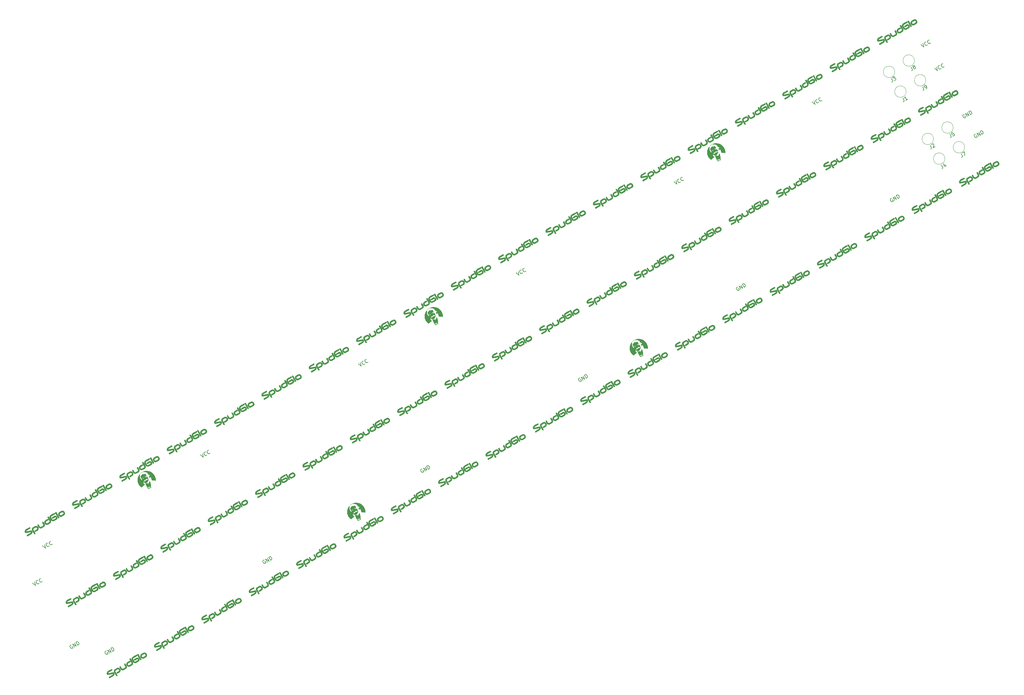
<source format=gto>
G04 #@! TF.GenerationSoftware,KiCad,Pcbnew,7.0.2-0*
G04 #@! TF.CreationDate,2024-01-28T20:09:11-06:00*
G04 #@! TF.ProjectId,bus_bar,6275735f-6261-4722-9e6b-696361645f70,rev?*
G04 #@! TF.SameCoordinates,Original*
G04 #@! TF.FileFunction,Legend,Top*
G04 #@! TF.FilePolarity,Positive*
%FSLAX46Y46*%
G04 Gerber Fmt 4.6, Leading zero omitted, Abs format (unit mm)*
G04 Created by KiCad (PCBNEW 7.0.2-0) date 2024-01-28 20:09:11*
%MOMM*%
%LPD*%
G01*
G04 APERTURE LIST*
G04 Aperture macros list*
%AMRotRect*
0 Rectangle, with rotation*
0 The origin of the aperture is its center*
0 $1 length*
0 $2 width*
0 $3 Rotation angle, in degrees counterclockwise*
0 Add horizontal line*
21,1,$1,$2,0,0,$3*%
G04 Aperture macros list end*
%ADD10C,0.150000*%
%ADD11C,0.120000*%
%ADD12C,2.600000*%
%ADD13RotRect,5.000000X10.000000X30.000000*%
G04 APERTURE END LIST*
D10*
X27239414Y-189561947D02*
X27133126Y-189568327D01*
X27133126Y-189568327D02*
X27009408Y-189639755D01*
X27009408Y-189639755D02*
X26909500Y-189752423D01*
X26909500Y-189752423D02*
X26874640Y-189882521D01*
X26874640Y-189882521D02*
X26881020Y-189988809D01*
X26881020Y-189988809D02*
X26935019Y-190177576D01*
X26935019Y-190177576D02*
X27006448Y-190301294D01*
X27006448Y-190301294D02*
X27142925Y-190442441D01*
X27142925Y-190442441D02*
X27231783Y-190501110D01*
X27231783Y-190501110D02*
X27361881Y-190535970D01*
X27361881Y-190535970D02*
X27509408Y-190505781D01*
X27509408Y-190505781D02*
X27591887Y-190458162D01*
X27591887Y-190458162D02*
X27691795Y-190345494D01*
X27691795Y-190345494D02*
X27709225Y-190280445D01*
X27709225Y-190280445D02*
X27542558Y-189991770D01*
X27542558Y-189991770D02*
X27377601Y-190087008D01*
X28127998Y-190148638D02*
X27627998Y-189282612D01*
X27627998Y-189282612D02*
X28622870Y-189862924D01*
X28622870Y-189862924D02*
X28122870Y-188996898D01*
X29035263Y-189624828D02*
X28535263Y-188758803D01*
X28535263Y-188758803D02*
X28741459Y-188639755D01*
X28741459Y-188639755D02*
X28888987Y-188609566D01*
X28888987Y-188609566D02*
X29019084Y-188644426D01*
X29019084Y-188644426D02*
X29107943Y-188703095D01*
X29107943Y-188703095D02*
X29244420Y-188844242D01*
X29244420Y-188844242D02*
X29315849Y-188967960D01*
X29315849Y-188967960D02*
X29369847Y-189156727D01*
X29369847Y-189156727D02*
X29376227Y-189263015D01*
X29376227Y-189263015D02*
X29341368Y-189393113D01*
X29341368Y-189393113D02*
X29241459Y-189505781D01*
X29241459Y-189505781D02*
X29035263Y-189624828D01*
X37013527Y-191251207D02*
X36907239Y-191257587D01*
X36907239Y-191257587D02*
X36783521Y-191329015D01*
X36783521Y-191329015D02*
X36683613Y-191441683D01*
X36683613Y-191441683D02*
X36648753Y-191571781D01*
X36648753Y-191571781D02*
X36655133Y-191678069D01*
X36655133Y-191678069D02*
X36709132Y-191866836D01*
X36709132Y-191866836D02*
X36780561Y-191990554D01*
X36780561Y-191990554D02*
X36917038Y-192131701D01*
X36917038Y-192131701D02*
X37005896Y-192190370D01*
X37005896Y-192190370D02*
X37135994Y-192225230D01*
X37135994Y-192225230D02*
X37283521Y-192195041D01*
X37283521Y-192195041D02*
X37366000Y-192147422D01*
X37366000Y-192147422D02*
X37465908Y-192034754D01*
X37465908Y-192034754D02*
X37483338Y-191969705D01*
X37483338Y-191969705D02*
X37316671Y-191681030D01*
X37316671Y-191681030D02*
X37151714Y-191776268D01*
X37902111Y-191837898D02*
X37402111Y-190971872D01*
X37402111Y-190971872D02*
X38396983Y-191552184D01*
X38396983Y-191552184D02*
X37896983Y-190686158D01*
X38809376Y-191314088D02*
X38309376Y-190448063D01*
X38309376Y-190448063D02*
X38515572Y-190329015D01*
X38515572Y-190329015D02*
X38663100Y-190298826D01*
X38663100Y-190298826D02*
X38793197Y-190333686D01*
X38793197Y-190333686D02*
X38882056Y-190392355D01*
X38882056Y-190392355D02*
X39018533Y-190533502D01*
X39018533Y-190533502D02*
X39089962Y-190657220D01*
X39089962Y-190657220D02*
X39143960Y-190845987D01*
X39143960Y-190845987D02*
X39150340Y-190952275D01*
X39150340Y-190952275D02*
X39115481Y-191082373D01*
X39115481Y-191082373D02*
X39015572Y-191195041D01*
X39015572Y-191195041D02*
X38809376Y-191314088D01*
X81007617Y-165851207D02*
X80901329Y-165857587D01*
X80901329Y-165857587D02*
X80777611Y-165929015D01*
X80777611Y-165929015D02*
X80677703Y-166041683D01*
X80677703Y-166041683D02*
X80642843Y-166171781D01*
X80642843Y-166171781D02*
X80649223Y-166278069D01*
X80649223Y-166278069D02*
X80703222Y-166466836D01*
X80703222Y-166466836D02*
X80774651Y-166590554D01*
X80774651Y-166590554D02*
X80911128Y-166731701D01*
X80911128Y-166731701D02*
X80999986Y-166790370D01*
X80999986Y-166790370D02*
X81130084Y-166825230D01*
X81130084Y-166825230D02*
X81277611Y-166795041D01*
X81277611Y-166795041D02*
X81360090Y-166747422D01*
X81360090Y-166747422D02*
X81459998Y-166634754D01*
X81459998Y-166634754D02*
X81477428Y-166569705D01*
X81477428Y-166569705D02*
X81310761Y-166281030D01*
X81310761Y-166281030D02*
X81145804Y-166376268D01*
X81896201Y-166437898D02*
X81396201Y-165571872D01*
X81396201Y-165571872D02*
X82391073Y-166152184D01*
X82391073Y-166152184D02*
X81891073Y-165286158D01*
X82803466Y-165914088D02*
X82303466Y-165048063D01*
X82303466Y-165048063D02*
X82509662Y-164929015D01*
X82509662Y-164929015D02*
X82657190Y-164898826D01*
X82657190Y-164898826D02*
X82787287Y-164933686D01*
X82787287Y-164933686D02*
X82876146Y-164992355D01*
X82876146Y-164992355D02*
X83012623Y-165133502D01*
X83012623Y-165133502D02*
X83084052Y-165257220D01*
X83084052Y-165257220D02*
X83138050Y-165445987D01*
X83138050Y-165445987D02*
X83144430Y-165552275D01*
X83144430Y-165552275D02*
X83109571Y-165682373D01*
X83109571Y-165682373D02*
X83009662Y-165795041D01*
X83009662Y-165795041D02*
X82803466Y-165914088D01*
X125001708Y-140451208D02*
X124895420Y-140457588D01*
X124895420Y-140457588D02*
X124771702Y-140529016D01*
X124771702Y-140529016D02*
X124671794Y-140641684D01*
X124671794Y-140641684D02*
X124636934Y-140771782D01*
X124636934Y-140771782D02*
X124643314Y-140878070D01*
X124643314Y-140878070D02*
X124697313Y-141066837D01*
X124697313Y-141066837D02*
X124768742Y-141190555D01*
X124768742Y-141190555D02*
X124905219Y-141331702D01*
X124905219Y-141331702D02*
X124994077Y-141390371D01*
X124994077Y-141390371D02*
X125124175Y-141425231D01*
X125124175Y-141425231D02*
X125271702Y-141395042D01*
X125271702Y-141395042D02*
X125354181Y-141347423D01*
X125354181Y-141347423D02*
X125454089Y-141234755D01*
X125454089Y-141234755D02*
X125471519Y-141169706D01*
X125471519Y-141169706D02*
X125304852Y-140881031D01*
X125304852Y-140881031D02*
X125139895Y-140976269D01*
X125890292Y-141037899D02*
X125390292Y-140171873D01*
X125390292Y-140171873D02*
X126385164Y-140752185D01*
X126385164Y-140752185D02*
X125885164Y-139886159D01*
X126797557Y-140514089D02*
X126297557Y-139648064D01*
X126297557Y-139648064D02*
X126503753Y-139529016D01*
X126503753Y-139529016D02*
X126651281Y-139498827D01*
X126651281Y-139498827D02*
X126781378Y-139533687D01*
X126781378Y-139533687D02*
X126870237Y-139592356D01*
X126870237Y-139592356D02*
X127006714Y-139733503D01*
X127006714Y-139733503D02*
X127078143Y-139857221D01*
X127078143Y-139857221D02*
X127132141Y-140045988D01*
X127132141Y-140045988D02*
X127138521Y-140152276D01*
X127138521Y-140152276D02*
X127103662Y-140282374D01*
X127103662Y-140282374D02*
X127003753Y-140395042D01*
X127003753Y-140395042D02*
X126797557Y-140514089D01*
X168995799Y-115051207D02*
X168889511Y-115057587D01*
X168889511Y-115057587D02*
X168765793Y-115129015D01*
X168765793Y-115129015D02*
X168665885Y-115241683D01*
X168665885Y-115241683D02*
X168631025Y-115371781D01*
X168631025Y-115371781D02*
X168637405Y-115478069D01*
X168637405Y-115478069D02*
X168691404Y-115666836D01*
X168691404Y-115666836D02*
X168762833Y-115790554D01*
X168762833Y-115790554D02*
X168899310Y-115931701D01*
X168899310Y-115931701D02*
X168988168Y-115990370D01*
X168988168Y-115990370D02*
X169118266Y-116025230D01*
X169118266Y-116025230D02*
X169265793Y-115995041D01*
X169265793Y-115995041D02*
X169348272Y-115947422D01*
X169348272Y-115947422D02*
X169448180Y-115834754D01*
X169448180Y-115834754D02*
X169465610Y-115769705D01*
X169465610Y-115769705D02*
X169298943Y-115481030D01*
X169298943Y-115481030D02*
X169133986Y-115576268D01*
X169884383Y-115637898D02*
X169384383Y-114771872D01*
X169384383Y-114771872D02*
X170379255Y-115352184D01*
X170379255Y-115352184D02*
X169879255Y-114486158D01*
X170791648Y-115114088D02*
X170291648Y-114248063D01*
X170291648Y-114248063D02*
X170497844Y-114129015D01*
X170497844Y-114129015D02*
X170645372Y-114098826D01*
X170645372Y-114098826D02*
X170775469Y-114133686D01*
X170775469Y-114133686D02*
X170864328Y-114192355D01*
X170864328Y-114192355D02*
X171000805Y-114333502D01*
X171000805Y-114333502D02*
X171072234Y-114457220D01*
X171072234Y-114457220D02*
X171126232Y-114645987D01*
X171126232Y-114645987D02*
X171132612Y-114752275D01*
X171132612Y-114752275D02*
X171097753Y-114882373D01*
X171097753Y-114882373D02*
X170997844Y-114995041D01*
X170997844Y-114995041D02*
X170791648Y-115114088D01*
X212989890Y-89651208D02*
X212883602Y-89657588D01*
X212883602Y-89657588D02*
X212759884Y-89729016D01*
X212759884Y-89729016D02*
X212659976Y-89841684D01*
X212659976Y-89841684D02*
X212625116Y-89971782D01*
X212625116Y-89971782D02*
X212631496Y-90078070D01*
X212631496Y-90078070D02*
X212685495Y-90266837D01*
X212685495Y-90266837D02*
X212756924Y-90390555D01*
X212756924Y-90390555D02*
X212893401Y-90531702D01*
X212893401Y-90531702D02*
X212982259Y-90590371D01*
X212982259Y-90590371D02*
X213112357Y-90625231D01*
X213112357Y-90625231D02*
X213259884Y-90595042D01*
X213259884Y-90595042D02*
X213342363Y-90547423D01*
X213342363Y-90547423D02*
X213442271Y-90434755D01*
X213442271Y-90434755D02*
X213459701Y-90369706D01*
X213459701Y-90369706D02*
X213293034Y-90081031D01*
X213293034Y-90081031D02*
X213128077Y-90176269D01*
X213878474Y-90237899D02*
X213378474Y-89371873D01*
X213378474Y-89371873D02*
X214373346Y-89952185D01*
X214373346Y-89952185D02*
X213873346Y-89086159D01*
X214785739Y-89714089D02*
X214285739Y-88848064D01*
X214285739Y-88848064D02*
X214491935Y-88729016D01*
X214491935Y-88729016D02*
X214639463Y-88698827D01*
X214639463Y-88698827D02*
X214769560Y-88733687D01*
X214769560Y-88733687D02*
X214858419Y-88792356D01*
X214858419Y-88792356D02*
X214994896Y-88933503D01*
X214994896Y-88933503D02*
X215066325Y-89057221D01*
X215066325Y-89057221D02*
X215120323Y-89245988D01*
X215120323Y-89245988D02*
X215126703Y-89352276D01*
X215126703Y-89352276D02*
X215091844Y-89482374D01*
X215091844Y-89482374D02*
X214991935Y-89595042D01*
X214991935Y-89595042D02*
X214785739Y-89714089D01*
X255884127Y-64886207D02*
X255777839Y-64892587D01*
X255777839Y-64892587D02*
X255654121Y-64964015D01*
X255654121Y-64964015D02*
X255554213Y-65076683D01*
X255554213Y-65076683D02*
X255519353Y-65206781D01*
X255519353Y-65206781D02*
X255525733Y-65313069D01*
X255525733Y-65313069D02*
X255579732Y-65501836D01*
X255579732Y-65501836D02*
X255651161Y-65625554D01*
X255651161Y-65625554D02*
X255787638Y-65766701D01*
X255787638Y-65766701D02*
X255876496Y-65825370D01*
X255876496Y-65825370D02*
X256006594Y-65860230D01*
X256006594Y-65860230D02*
X256154121Y-65830041D01*
X256154121Y-65830041D02*
X256236600Y-65782422D01*
X256236600Y-65782422D02*
X256336508Y-65669754D01*
X256336508Y-65669754D02*
X256353938Y-65604705D01*
X256353938Y-65604705D02*
X256187271Y-65316030D01*
X256187271Y-65316030D02*
X256022314Y-65411268D01*
X256772711Y-65472898D02*
X256272711Y-64606872D01*
X256272711Y-64606872D02*
X257267583Y-65187184D01*
X257267583Y-65187184D02*
X256767583Y-64321158D01*
X257679976Y-64949088D02*
X257179976Y-64083063D01*
X257179976Y-64083063D02*
X257386172Y-63964015D01*
X257386172Y-63964015D02*
X257533700Y-63933826D01*
X257533700Y-63933826D02*
X257663797Y-63968686D01*
X257663797Y-63968686D02*
X257752656Y-64027355D01*
X257752656Y-64027355D02*
X257889133Y-64168502D01*
X257889133Y-64168502D02*
X257960562Y-64292220D01*
X257960562Y-64292220D02*
X258014560Y-64480987D01*
X258014560Y-64480987D02*
X258020940Y-64587275D01*
X258020940Y-64587275D02*
X257986081Y-64717373D01*
X257986081Y-64717373D02*
X257886172Y-64830041D01*
X257886172Y-64830041D02*
X257679976Y-64949088D01*
X279275730Y-46981650D02*
X279169442Y-46988030D01*
X279169442Y-46988030D02*
X279045724Y-47059458D01*
X279045724Y-47059458D02*
X278945816Y-47172126D01*
X278945816Y-47172126D02*
X278910956Y-47302224D01*
X278910956Y-47302224D02*
X278917336Y-47408512D01*
X278917336Y-47408512D02*
X278971335Y-47597279D01*
X278971335Y-47597279D02*
X279042764Y-47720997D01*
X279042764Y-47720997D02*
X279179241Y-47862144D01*
X279179241Y-47862144D02*
X279268099Y-47920813D01*
X279268099Y-47920813D02*
X279398197Y-47955673D01*
X279398197Y-47955673D02*
X279545724Y-47925484D01*
X279545724Y-47925484D02*
X279628203Y-47877865D01*
X279628203Y-47877865D02*
X279728111Y-47765197D01*
X279728111Y-47765197D02*
X279745541Y-47700148D01*
X279745541Y-47700148D02*
X279578874Y-47411473D01*
X279578874Y-47411473D02*
X279413917Y-47506711D01*
X280164314Y-47568341D02*
X279664314Y-46702315D01*
X279664314Y-46702315D02*
X280659186Y-47282627D01*
X280659186Y-47282627D02*
X280159186Y-46416601D01*
X281071579Y-47044531D02*
X280571579Y-46178506D01*
X280571579Y-46178506D02*
X280777775Y-46059458D01*
X280777775Y-46059458D02*
X280925303Y-46029269D01*
X280925303Y-46029269D02*
X281055400Y-46064129D01*
X281055400Y-46064129D02*
X281144259Y-46122798D01*
X281144259Y-46122798D02*
X281280736Y-46263945D01*
X281280736Y-46263945D02*
X281352165Y-46387663D01*
X281352165Y-46387663D02*
X281406163Y-46576430D01*
X281406163Y-46576430D02*
X281412543Y-46682718D01*
X281412543Y-46682718D02*
X281377684Y-46812816D01*
X281377684Y-46812816D02*
X281277775Y-46925484D01*
X281277775Y-46925484D02*
X281071579Y-47044531D01*
X276100730Y-41482390D02*
X275994442Y-41488770D01*
X275994442Y-41488770D02*
X275870724Y-41560198D01*
X275870724Y-41560198D02*
X275770816Y-41672866D01*
X275770816Y-41672866D02*
X275735956Y-41802964D01*
X275735956Y-41802964D02*
X275742336Y-41909252D01*
X275742336Y-41909252D02*
X275796335Y-42098019D01*
X275796335Y-42098019D02*
X275867764Y-42221737D01*
X275867764Y-42221737D02*
X276004241Y-42362884D01*
X276004241Y-42362884D02*
X276093099Y-42421553D01*
X276093099Y-42421553D02*
X276223197Y-42456413D01*
X276223197Y-42456413D02*
X276370724Y-42426224D01*
X276370724Y-42426224D02*
X276453203Y-42378605D01*
X276453203Y-42378605D02*
X276553111Y-42265937D01*
X276553111Y-42265937D02*
X276570541Y-42200888D01*
X276570541Y-42200888D02*
X276403874Y-41912213D01*
X276403874Y-41912213D02*
X276238917Y-42007451D01*
X276989314Y-42069081D02*
X276489314Y-41203055D01*
X276489314Y-41203055D02*
X277484186Y-41783367D01*
X277484186Y-41783367D02*
X276984186Y-40917341D01*
X277896579Y-41545271D02*
X277396579Y-40679246D01*
X277396579Y-40679246D02*
X277602775Y-40560198D01*
X277602775Y-40560198D02*
X277750303Y-40530009D01*
X277750303Y-40530009D02*
X277880400Y-40564869D01*
X277880400Y-40564869D02*
X277969259Y-40623538D01*
X277969259Y-40623538D02*
X278105736Y-40764685D01*
X278105736Y-40764685D02*
X278177165Y-40888403D01*
X278177165Y-40888403D02*
X278231163Y-41077170D01*
X278231163Y-41077170D02*
X278237543Y-41183458D01*
X278237543Y-41183458D02*
X278202684Y-41313556D01*
X278202684Y-41313556D02*
X278102775Y-41426224D01*
X278102775Y-41426224D02*
X277896579Y-41545271D01*
X233738558Y-38022289D02*
X234527233Y-38721648D01*
X234527233Y-38721648D02*
X234315908Y-37688956D01*
X235551836Y-38020121D02*
X235534406Y-38085170D01*
X235534406Y-38085170D02*
X235434498Y-38197838D01*
X235434498Y-38197838D02*
X235352019Y-38245457D01*
X235352019Y-38245457D02*
X235204492Y-38275646D01*
X235204492Y-38275646D02*
X235074394Y-38240787D01*
X235074394Y-38240787D02*
X234985536Y-38182118D01*
X234985536Y-38182118D02*
X234849058Y-38040970D01*
X234849058Y-38040970D02*
X234777630Y-37917252D01*
X234777630Y-37917252D02*
X234723631Y-37728485D01*
X234723631Y-37728485D02*
X234717251Y-37622197D01*
X234717251Y-37622197D02*
X234752111Y-37492100D01*
X234752111Y-37492100D02*
X234852019Y-37379432D01*
X234852019Y-37379432D02*
X234934498Y-37331813D01*
X234934498Y-37331813D02*
X235082025Y-37301624D01*
X235082025Y-37301624D02*
X235147074Y-37319053D01*
X236417861Y-37520121D02*
X236400431Y-37585170D01*
X236400431Y-37585170D02*
X236300523Y-37697838D01*
X236300523Y-37697838D02*
X236218044Y-37745457D01*
X236218044Y-37745457D02*
X236070517Y-37775646D01*
X236070517Y-37775646D02*
X235940419Y-37740787D01*
X235940419Y-37740787D02*
X235851561Y-37682118D01*
X235851561Y-37682118D02*
X235715084Y-37540970D01*
X235715084Y-37540970D02*
X235643655Y-37417252D01*
X235643655Y-37417252D02*
X235589656Y-37228485D01*
X235589656Y-37228485D02*
X235583276Y-37122197D01*
X235583276Y-37122197D02*
X235618136Y-36992100D01*
X235618136Y-36992100D02*
X235718044Y-36879432D01*
X235718044Y-36879432D02*
X235800523Y-36831813D01*
X235800523Y-36831813D02*
X235948050Y-36801624D01*
X235948050Y-36801624D02*
X236013099Y-36819053D01*
X267879571Y-28576257D02*
X268668246Y-29275616D01*
X268668246Y-29275616D02*
X268456921Y-28242924D01*
X269692849Y-28574089D02*
X269675419Y-28639138D01*
X269675419Y-28639138D02*
X269575511Y-28751806D01*
X269575511Y-28751806D02*
X269493032Y-28799425D01*
X269493032Y-28799425D02*
X269345505Y-28829614D01*
X269345505Y-28829614D02*
X269215407Y-28794755D01*
X269215407Y-28794755D02*
X269126549Y-28736086D01*
X269126549Y-28736086D02*
X268990071Y-28594938D01*
X268990071Y-28594938D02*
X268918643Y-28471220D01*
X268918643Y-28471220D02*
X268864644Y-28282453D01*
X268864644Y-28282453D02*
X268858264Y-28176165D01*
X268858264Y-28176165D02*
X268893124Y-28046068D01*
X268893124Y-28046068D02*
X268993032Y-27933400D01*
X268993032Y-27933400D02*
X269075511Y-27885781D01*
X269075511Y-27885781D02*
X269223038Y-27855592D01*
X269223038Y-27855592D02*
X269288087Y-27873021D01*
X270558874Y-28074089D02*
X270541444Y-28139138D01*
X270541444Y-28139138D02*
X270441536Y-28251806D01*
X270441536Y-28251806D02*
X270359057Y-28299425D01*
X270359057Y-28299425D02*
X270211530Y-28329614D01*
X270211530Y-28329614D02*
X270081432Y-28294755D01*
X270081432Y-28294755D02*
X269992574Y-28236086D01*
X269992574Y-28236086D02*
X269856097Y-28094938D01*
X269856097Y-28094938D02*
X269784668Y-27971220D01*
X269784668Y-27971220D02*
X269730669Y-27782453D01*
X269730669Y-27782453D02*
X269724289Y-27676165D01*
X269724289Y-27676165D02*
X269759149Y-27546068D01*
X269759149Y-27546068D02*
X269859057Y-27433400D01*
X269859057Y-27433400D02*
X269941536Y-27385781D01*
X269941536Y-27385781D02*
X270089063Y-27355592D01*
X270089063Y-27355592D02*
X270154112Y-27373021D01*
X264069570Y-21977142D02*
X264858245Y-22676501D01*
X264858245Y-22676501D02*
X264646920Y-21643809D01*
X265882848Y-21974974D02*
X265865418Y-22040023D01*
X265865418Y-22040023D02*
X265765510Y-22152691D01*
X265765510Y-22152691D02*
X265683031Y-22200310D01*
X265683031Y-22200310D02*
X265535504Y-22230499D01*
X265535504Y-22230499D02*
X265405406Y-22195640D01*
X265405406Y-22195640D02*
X265316548Y-22136971D01*
X265316548Y-22136971D02*
X265180070Y-21995823D01*
X265180070Y-21995823D02*
X265108642Y-21872105D01*
X265108642Y-21872105D02*
X265054643Y-21683338D01*
X265054643Y-21683338D02*
X265048263Y-21577050D01*
X265048263Y-21577050D02*
X265083123Y-21446953D01*
X265083123Y-21446953D02*
X265183031Y-21334285D01*
X265183031Y-21334285D02*
X265265510Y-21286666D01*
X265265510Y-21286666D02*
X265413037Y-21256477D01*
X265413037Y-21256477D02*
X265478086Y-21273906D01*
X266748873Y-21474974D02*
X266731443Y-21540023D01*
X266731443Y-21540023D02*
X266631535Y-21652691D01*
X266631535Y-21652691D02*
X266549056Y-21700310D01*
X266549056Y-21700310D02*
X266401529Y-21730499D01*
X266401529Y-21730499D02*
X266271431Y-21695640D01*
X266271431Y-21695640D02*
X266182573Y-21636971D01*
X266182573Y-21636971D02*
X266046096Y-21495823D01*
X266046096Y-21495823D02*
X265974667Y-21372105D01*
X265974667Y-21372105D02*
X265920668Y-21183338D01*
X265920668Y-21183338D02*
X265914288Y-21077050D01*
X265914288Y-21077050D02*
X265949148Y-20946953D01*
X265949148Y-20946953D02*
X266049056Y-20834285D01*
X266049056Y-20834285D02*
X266131535Y-20786666D01*
X266131535Y-20786666D02*
X266279062Y-20756477D01*
X266279062Y-20756477D02*
X266344111Y-20773906D01*
X195243729Y-60247292D02*
X196032404Y-60946651D01*
X196032404Y-60946651D02*
X195821079Y-59913959D01*
X197057007Y-60245124D02*
X197039577Y-60310173D01*
X197039577Y-60310173D02*
X196939669Y-60422841D01*
X196939669Y-60422841D02*
X196857190Y-60470460D01*
X196857190Y-60470460D02*
X196709663Y-60500649D01*
X196709663Y-60500649D02*
X196579565Y-60465790D01*
X196579565Y-60465790D02*
X196490707Y-60407121D01*
X196490707Y-60407121D02*
X196354229Y-60265973D01*
X196354229Y-60265973D02*
X196282801Y-60142255D01*
X196282801Y-60142255D02*
X196228802Y-59953488D01*
X196228802Y-59953488D02*
X196222422Y-59847200D01*
X196222422Y-59847200D02*
X196257282Y-59717103D01*
X196257282Y-59717103D02*
X196357190Y-59604435D01*
X196357190Y-59604435D02*
X196439669Y-59556816D01*
X196439669Y-59556816D02*
X196587196Y-59526627D01*
X196587196Y-59526627D02*
X196652245Y-59544056D01*
X197923032Y-59745124D02*
X197905602Y-59810173D01*
X197905602Y-59810173D02*
X197805694Y-59922841D01*
X197805694Y-59922841D02*
X197723215Y-59970460D01*
X197723215Y-59970460D02*
X197575688Y-60000649D01*
X197575688Y-60000649D02*
X197445590Y-59965790D01*
X197445590Y-59965790D02*
X197356732Y-59907121D01*
X197356732Y-59907121D02*
X197220255Y-59765973D01*
X197220255Y-59765973D02*
X197148826Y-59642255D01*
X197148826Y-59642255D02*
X197094827Y-59453488D01*
X197094827Y-59453488D02*
X197088447Y-59347200D01*
X197088447Y-59347200D02*
X197123307Y-59217103D01*
X197123307Y-59217103D02*
X197223215Y-59104435D01*
X197223215Y-59104435D02*
X197305694Y-59056816D01*
X197305694Y-59056816D02*
X197453221Y-59026627D01*
X197453221Y-59026627D02*
X197518270Y-59044056D01*
X151249640Y-85647291D02*
X152038315Y-86346650D01*
X152038315Y-86346650D02*
X151826990Y-85313958D01*
X153062918Y-85645123D02*
X153045488Y-85710172D01*
X153045488Y-85710172D02*
X152945580Y-85822840D01*
X152945580Y-85822840D02*
X152863101Y-85870459D01*
X152863101Y-85870459D02*
X152715574Y-85900648D01*
X152715574Y-85900648D02*
X152585476Y-85865789D01*
X152585476Y-85865789D02*
X152496618Y-85807120D01*
X152496618Y-85807120D02*
X152360140Y-85665972D01*
X152360140Y-85665972D02*
X152288712Y-85542254D01*
X152288712Y-85542254D02*
X152234713Y-85353487D01*
X152234713Y-85353487D02*
X152228333Y-85247199D01*
X152228333Y-85247199D02*
X152263193Y-85117102D01*
X152263193Y-85117102D02*
X152363101Y-85004434D01*
X152363101Y-85004434D02*
X152445580Y-84956815D01*
X152445580Y-84956815D02*
X152593107Y-84926626D01*
X152593107Y-84926626D02*
X152658156Y-84944055D01*
X153928943Y-85145123D02*
X153911513Y-85210172D01*
X153911513Y-85210172D02*
X153811605Y-85322840D01*
X153811605Y-85322840D02*
X153729126Y-85370459D01*
X153729126Y-85370459D02*
X153581599Y-85400648D01*
X153581599Y-85400648D02*
X153451501Y-85365789D01*
X153451501Y-85365789D02*
X153362643Y-85307120D01*
X153362643Y-85307120D02*
X153226166Y-85165972D01*
X153226166Y-85165972D02*
X153154737Y-85042254D01*
X153154737Y-85042254D02*
X153100738Y-84853487D01*
X153100738Y-84853487D02*
X153094358Y-84747199D01*
X153094358Y-84747199D02*
X153129218Y-84617102D01*
X153129218Y-84617102D02*
X153229126Y-84504434D01*
X153229126Y-84504434D02*
X153311605Y-84456815D01*
X153311605Y-84456815D02*
X153459132Y-84426626D01*
X153459132Y-84426626D02*
X153524181Y-84444055D01*
X107255550Y-111047292D02*
X108044225Y-111746651D01*
X108044225Y-111746651D02*
X107832900Y-110713959D01*
X109068828Y-111045124D02*
X109051398Y-111110173D01*
X109051398Y-111110173D02*
X108951490Y-111222841D01*
X108951490Y-111222841D02*
X108869011Y-111270460D01*
X108869011Y-111270460D02*
X108721484Y-111300649D01*
X108721484Y-111300649D02*
X108591386Y-111265790D01*
X108591386Y-111265790D02*
X108502528Y-111207121D01*
X108502528Y-111207121D02*
X108366050Y-111065973D01*
X108366050Y-111065973D02*
X108294622Y-110942255D01*
X108294622Y-110942255D02*
X108240623Y-110753488D01*
X108240623Y-110753488D02*
X108234243Y-110647200D01*
X108234243Y-110647200D02*
X108269103Y-110517103D01*
X108269103Y-110517103D02*
X108369011Y-110404435D01*
X108369011Y-110404435D02*
X108451490Y-110356816D01*
X108451490Y-110356816D02*
X108599017Y-110326627D01*
X108599017Y-110326627D02*
X108664066Y-110344056D01*
X109934853Y-110545124D02*
X109917423Y-110610173D01*
X109917423Y-110610173D02*
X109817515Y-110722841D01*
X109817515Y-110722841D02*
X109735036Y-110770460D01*
X109735036Y-110770460D02*
X109587509Y-110800649D01*
X109587509Y-110800649D02*
X109457411Y-110765790D01*
X109457411Y-110765790D02*
X109368553Y-110707121D01*
X109368553Y-110707121D02*
X109232076Y-110565973D01*
X109232076Y-110565973D02*
X109160647Y-110442255D01*
X109160647Y-110442255D02*
X109106648Y-110253488D01*
X109106648Y-110253488D02*
X109100268Y-110147200D01*
X109100268Y-110147200D02*
X109135128Y-110017103D01*
X109135128Y-110017103D02*
X109235036Y-109904435D01*
X109235036Y-109904435D02*
X109317515Y-109856816D01*
X109317515Y-109856816D02*
X109465042Y-109826627D01*
X109465042Y-109826627D02*
X109530091Y-109844056D01*
X63261459Y-136447290D02*
X64050134Y-137146649D01*
X64050134Y-137146649D02*
X63838809Y-136113957D01*
X65074737Y-136445122D02*
X65057307Y-136510171D01*
X65057307Y-136510171D02*
X64957399Y-136622839D01*
X64957399Y-136622839D02*
X64874920Y-136670458D01*
X64874920Y-136670458D02*
X64727393Y-136700647D01*
X64727393Y-136700647D02*
X64597295Y-136665788D01*
X64597295Y-136665788D02*
X64508437Y-136607119D01*
X64508437Y-136607119D02*
X64371959Y-136465971D01*
X64371959Y-136465971D02*
X64300531Y-136342253D01*
X64300531Y-136342253D02*
X64246532Y-136153486D01*
X64246532Y-136153486D02*
X64240152Y-136047198D01*
X64240152Y-136047198D02*
X64275012Y-135917101D01*
X64275012Y-135917101D02*
X64374920Y-135804433D01*
X64374920Y-135804433D02*
X64457399Y-135756814D01*
X64457399Y-135756814D02*
X64604926Y-135726625D01*
X64604926Y-135726625D02*
X64669975Y-135744054D01*
X65940762Y-135945122D02*
X65923332Y-136010171D01*
X65923332Y-136010171D02*
X65823424Y-136122839D01*
X65823424Y-136122839D02*
X65740945Y-136170458D01*
X65740945Y-136170458D02*
X65593418Y-136200647D01*
X65593418Y-136200647D02*
X65463320Y-136165788D01*
X65463320Y-136165788D02*
X65374462Y-136107119D01*
X65374462Y-136107119D02*
X65237985Y-135965971D01*
X65237985Y-135965971D02*
X65166556Y-135842253D01*
X65166556Y-135842253D02*
X65112557Y-135653486D01*
X65112557Y-135653486D02*
X65106177Y-135547198D01*
X65106177Y-135547198D02*
X65141037Y-135417101D01*
X65141037Y-135417101D02*
X65240945Y-135304433D01*
X65240945Y-135304433D02*
X65323424Y-135256814D01*
X65323424Y-135256814D02*
X65470951Y-135226625D01*
X65470951Y-135226625D02*
X65536000Y-135244054D01*
X19267370Y-161847291D02*
X20056045Y-162546650D01*
X20056045Y-162546650D02*
X19844720Y-161513958D01*
X21080648Y-161845123D02*
X21063218Y-161910172D01*
X21063218Y-161910172D02*
X20963310Y-162022840D01*
X20963310Y-162022840D02*
X20880831Y-162070459D01*
X20880831Y-162070459D02*
X20733304Y-162100648D01*
X20733304Y-162100648D02*
X20603206Y-162065789D01*
X20603206Y-162065789D02*
X20514348Y-162007120D01*
X20514348Y-162007120D02*
X20377870Y-161865972D01*
X20377870Y-161865972D02*
X20306442Y-161742254D01*
X20306442Y-161742254D02*
X20252443Y-161553487D01*
X20252443Y-161553487D02*
X20246063Y-161447199D01*
X20246063Y-161447199D02*
X20280923Y-161317102D01*
X20280923Y-161317102D02*
X20380831Y-161204434D01*
X20380831Y-161204434D02*
X20463310Y-161156815D01*
X20463310Y-161156815D02*
X20610837Y-161126626D01*
X20610837Y-161126626D02*
X20675886Y-161144055D01*
X21946673Y-161345123D02*
X21929243Y-161410172D01*
X21929243Y-161410172D02*
X21829335Y-161522840D01*
X21829335Y-161522840D02*
X21746856Y-161570459D01*
X21746856Y-161570459D02*
X21599329Y-161600648D01*
X21599329Y-161600648D02*
X21469231Y-161565789D01*
X21469231Y-161565789D02*
X21380373Y-161507120D01*
X21380373Y-161507120D02*
X21243896Y-161365972D01*
X21243896Y-161365972D02*
X21172467Y-161242254D01*
X21172467Y-161242254D02*
X21118468Y-161053487D01*
X21118468Y-161053487D02*
X21112088Y-160947199D01*
X21112088Y-160947199D02*
X21146948Y-160817102D01*
X21146948Y-160817102D02*
X21246856Y-160704434D01*
X21246856Y-160704434D02*
X21329335Y-160656815D01*
X21329335Y-160656815D02*
X21476862Y-160626626D01*
X21476862Y-160626626D02*
X21541911Y-160644055D01*
X16478255Y-172256404D02*
X17266930Y-172955763D01*
X17266930Y-172955763D02*
X17055605Y-171923071D01*
X18291533Y-172254236D02*
X18274103Y-172319285D01*
X18274103Y-172319285D02*
X18174195Y-172431953D01*
X18174195Y-172431953D02*
X18091716Y-172479572D01*
X18091716Y-172479572D02*
X17944189Y-172509761D01*
X17944189Y-172509761D02*
X17814091Y-172474902D01*
X17814091Y-172474902D02*
X17725233Y-172416233D01*
X17725233Y-172416233D02*
X17588755Y-172275085D01*
X17588755Y-172275085D02*
X17517327Y-172151367D01*
X17517327Y-172151367D02*
X17463328Y-171962600D01*
X17463328Y-171962600D02*
X17456948Y-171856312D01*
X17456948Y-171856312D02*
X17491808Y-171726215D01*
X17491808Y-171726215D02*
X17591716Y-171613547D01*
X17591716Y-171613547D02*
X17674195Y-171565928D01*
X17674195Y-171565928D02*
X17821722Y-171535739D01*
X17821722Y-171535739D02*
X17886771Y-171553168D01*
X19157558Y-171754236D02*
X19140128Y-171819285D01*
X19140128Y-171819285D02*
X19040220Y-171931953D01*
X19040220Y-171931953D02*
X18957741Y-171979572D01*
X18957741Y-171979572D02*
X18810214Y-172009761D01*
X18810214Y-172009761D02*
X18680116Y-171974902D01*
X18680116Y-171974902D02*
X18591258Y-171916233D01*
X18591258Y-171916233D02*
X18454781Y-171775085D01*
X18454781Y-171775085D02*
X18383352Y-171651367D01*
X18383352Y-171651367D02*
X18329353Y-171462600D01*
X18329353Y-171462600D02*
X18322973Y-171356312D01*
X18322973Y-171356312D02*
X18357833Y-171226215D01*
X18357833Y-171226215D02*
X18457741Y-171113547D01*
X18457741Y-171113547D02*
X18540220Y-171065928D01*
X18540220Y-171065928D02*
X18687747Y-171035739D01*
X18687747Y-171035739D02*
X18752796Y-171053168D01*
X264496507Y-33733764D02*
X264853650Y-34352353D01*
X264853650Y-34352353D02*
X264883839Y-34499881D01*
X264883839Y-34499881D02*
X264848979Y-34629978D01*
X264848979Y-34629978D02*
X264749071Y-34742646D01*
X264749071Y-34742646D02*
X264666592Y-34790265D01*
X265450139Y-34337884D02*
X265615097Y-34242646D01*
X265615097Y-34242646D02*
X265673766Y-34153788D01*
X265673766Y-34153788D02*
X265691195Y-34088739D01*
X265691195Y-34088739D02*
X265702245Y-33917402D01*
X265702245Y-33917402D02*
X265648247Y-33728635D01*
X265648247Y-33728635D02*
X265457770Y-33398721D01*
X265457770Y-33398721D02*
X265368912Y-33340052D01*
X265368912Y-33340052D02*
X265303863Y-33322622D01*
X265303863Y-33322622D02*
X265197575Y-33329002D01*
X265197575Y-33329002D02*
X265032618Y-33424240D01*
X265032618Y-33424240D02*
X264973949Y-33513098D01*
X264973949Y-33513098D02*
X264956519Y-33578147D01*
X264956519Y-33578147D02*
X264962899Y-33684435D01*
X264962899Y-33684435D02*
X265081946Y-33890632D01*
X265081946Y-33890632D02*
X265170805Y-33949301D01*
X265170805Y-33949301D02*
X265235854Y-33966730D01*
X265235854Y-33966730D02*
X265342142Y-33960351D01*
X265342142Y-33960351D02*
X265507099Y-33865113D01*
X265507099Y-33865113D02*
X265565768Y-33776254D01*
X265565768Y-33776254D02*
X265583198Y-33711205D01*
X265583198Y-33711205D02*
X265576818Y-33604917D01*
X261321507Y-28234502D02*
X261678650Y-28853091D01*
X261678650Y-28853091D02*
X261708839Y-29000619D01*
X261708839Y-29000619D02*
X261673979Y-29130716D01*
X261673979Y-29130716D02*
X261574071Y-29243384D01*
X261574071Y-29243384D02*
X261491592Y-29291003D01*
X262071904Y-28296131D02*
X261965616Y-28302511D01*
X261965616Y-28302511D02*
X261900567Y-28285081D01*
X261900567Y-28285081D02*
X261811708Y-28226412D01*
X261811708Y-28226412D02*
X261787899Y-28185173D01*
X261787899Y-28185173D02*
X261781519Y-28078885D01*
X261781519Y-28078885D02*
X261798949Y-28013836D01*
X261798949Y-28013836D02*
X261857618Y-27924978D01*
X261857618Y-27924978D02*
X262022575Y-27829740D01*
X262022575Y-27829740D02*
X262128863Y-27823360D01*
X262128863Y-27823360D02*
X262193912Y-27840790D01*
X262193912Y-27840790D02*
X262282770Y-27899459D01*
X262282770Y-27899459D02*
X262306580Y-27940698D01*
X262306580Y-27940698D02*
X262312960Y-28046986D01*
X262312960Y-28046986D02*
X262295530Y-28112035D01*
X262295530Y-28112035D02*
X262236861Y-28200893D01*
X262236861Y-28200893D02*
X262071904Y-28296131D01*
X262071904Y-28296131D02*
X262013235Y-28384990D01*
X262013235Y-28384990D02*
X261995805Y-28450039D01*
X261995805Y-28450039D02*
X262002185Y-28556327D01*
X262002185Y-28556327D02*
X262097423Y-28721284D01*
X262097423Y-28721284D02*
X262186281Y-28779953D01*
X262186281Y-28779953D02*
X262251330Y-28797383D01*
X262251330Y-28797383D02*
X262357618Y-28791003D01*
X262357618Y-28791003D02*
X262522575Y-28695765D01*
X262522575Y-28695765D02*
X262581244Y-28606907D01*
X262581244Y-28606907D02*
X262598674Y-28541858D01*
X262598674Y-28541858D02*
X262592294Y-28435570D01*
X262592294Y-28435570D02*
X262497056Y-28270613D01*
X262497056Y-28270613D02*
X262408198Y-28211943D01*
X262408198Y-28211943D02*
X262343149Y-28194514D01*
X262343149Y-28194514D02*
X262236861Y-28200893D01*
X275291508Y-52431252D02*
X275648651Y-53049841D01*
X275648651Y-53049841D02*
X275678840Y-53197369D01*
X275678840Y-53197369D02*
X275643980Y-53327466D01*
X275643980Y-53327466D02*
X275544072Y-53440134D01*
X275544072Y-53440134D02*
X275461593Y-53487753D01*
X275621422Y-52240775D02*
X276198773Y-51907442D01*
X276198773Y-51907442D02*
X276327619Y-52987753D01*
X272116507Y-46931991D02*
X272473650Y-47550580D01*
X272473650Y-47550580D02*
X272503839Y-47698108D01*
X272503839Y-47698108D02*
X272468979Y-47828205D01*
X272468979Y-47828205D02*
X272369071Y-47940873D01*
X272369071Y-47940873D02*
X272286592Y-47988492D01*
X272941293Y-46455800D02*
X272528900Y-46693895D01*
X272528900Y-46693895D02*
X272725756Y-47130098D01*
X272725756Y-47130098D02*
X272743186Y-47065049D01*
X272743186Y-47065049D02*
X272801855Y-46976191D01*
X272801855Y-46976191D02*
X273008051Y-46857143D01*
X273008051Y-46857143D02*
X273114339Y-46850763D01*
X273114339Y-46850763D02*
X273179388Y-46868193D01*
X273179388Y-46868193D02*
X273268247Y-46926862D01*
X273268247Y-46926862D02*
X273387294Y-47133059D01*
X273387294Y-47133059D02*
X273393674Y-47239347D01*
X273393674Y-47239347D02*
X273376244Y-47304396D01*
X273376244Y-47304396D02*
X273317575Y-47393254D01*
X273317575Y-47393254D02*
X273111379Y-47512302D01*
X273111379Y-47512302D02*
X273005090Y-47518681D01*
X273005090Y-47518681D02*
X272940042Y-47501252D01*
X269792246Y-55606251D02*
X270149389Y-56224840D01*
X270149389Y-56224840D02*
X270179578Y-56372368D01*
X270179578Y-56372368D02*
X270144718Y-56502465D01*
X270144718Y-56502465D02*
X270044810Y-56615133D01*
X270044810Y-56615133D02*
X269962331Y-56662752D01*
X270742459Y-55442545D02*
X271075793Y-56019895D01*
X270345787Y-55231678D02*
X270496733Y-55969315D01*
X270496733Y-55969315D02*
X271032844Y-55659791D01*
X255822247Y-31409503D02*
X256179390Y-32028092D01*
X256179390Y-32028092D02*
X256209579Y-32175620D01*
X256209579Y-32175620D02*
X256174719Y-32305717D01*
X256174719Y-32305717D02*
X256074811Y-32418385D01*
X256074811Y-32418385D02*
X255992332Y-32466004D01*
X256152161Y-31219026D02*
X256688272Y-30909503D01*
X256688272Y-30909503D02*
X256590073Y-31406084D01*
X256590073Y-31406084D02*
X256713791Y-31334655D01*
X256713791Y-31334655D02*
X256820079Y-31328275D01*
X256820079Y-31328275D02*
X256885128Y-31345705D01*
X256885128Y-31345705D02*
X256973987Y-31404374D01*
X256973987Y-31404374D02*
X257093034Y-31610571D01*
X257093034Y-31610571D02*
X257099414Y-31716859D01*
X257099414Y-31716859D02*
X257081984Y-31781908D01*
X257081984Y-31781908D02*
X257023315Y-31870766D01*
X257023315Y-31870766D02*
X256775879Y-32013623D01*
X256775879Y-32013623D02*
X256669591Y-32020003D01*
X256669591Y-32020003D02*
X256604542Y-32002573D01*
X266617247Y-50106990D02*
X266974390Y-50725579D01*
X266974390Y-50725579D02*
X267004579Y-50873107D01*
X267004579Y-50873107D02*
X266969719Y-51003204D01*
X266969719Y-51003204D02*
X266869811Y-51115872D01*
X266869811Y-51115872D02*
X266787332Y-51163491D01*
X267036020Y-49975182D02*
X267053450Y-49910134D01*
X267053450Y-49910134D02*
X267112119Y-49821275D01*
X267112119Y-49821275D02*
X267318315Y-49702228D01*
X267318315Y-49702228D02*
X267424603Y-49695848D01*
X267424603Y-49695848D02*
X267489652Y-49713278D01*
X267489652Y-49713278D02*
X267578510Y-49771947D01*
X267578510Y-49771947D02*
X267626130Y-49854425D01*
X267626130Y-49854425D02*
X267656319Y-50001953D01*
X267656319Y-50001953D02*
X267447161Y-50782539D01*
X267447161Y-50782539D02*
X267983272Y-50473015D01*
X258997247Y-36908764D02*
X259354390Y-37527353D01*
X259354390Y-37527353D02*
X259384579Y-37674881D01*
X259384579Y-37674881D02*
X259349719Y-37804978D01*
X259349719Y-37804978D02*
X259249811Y-37917646D01*
X259249811Y-37917646D02*
X259167332Y-37965265D01*
X260363272Y-37274789D02*
X259868401Y-37560503D01*
X260115837Y-37417646D02*
X259615837Y-36551621D01*
X259615837Y-36551621D02*
X259604787Y-36722958D01*
X259604787Y-36722958D02*
X259569927Y-36853055D01*
X259569927Y-36853055D02*
X259511258Y-36941914D01*
X241116626Y-37371001D02*
X241473769Y-37989590D01*
X241473769Y-37989590D02*
X241503958Y-38137118D01*
X241503958Y-38137118D02*
X241469099Y-38267215D01*
X241469099Y-38267215D02*
X241369190Y-38379883D01*
X241369190Y-38379883D02*
X241286712Y-38427502D01*
X241535399Y-37239193D02*
X241552829Y-37174145D01*
X241552829Y-37174145D02*
X241611498Y-37085286D01*
X241611498Y-37085286D02*
X241817695Y-36966239D01*
X241817695Y-36966239D02*
X241923983Y-36959859D01*
X241923983Y-36959859D02*
X241989031Y-36977289D01*
X241989031Y-36977289D02*
X242077890Y-37035958D01*
X242077890Y-37035958D02*
X242125509Y-37118436D01*
X242125509Y-37118436D02*
X242155698Y-37265964D01*
X242155698Y-37265964D02*
X241946541Y-38046550D01*
X241946541Y-38046550D02*
X242482652Y-37737026D01*
X242518763Y-36561477D02*
X242601241Y-36513858D01*
X242601241Y-36513858D02*
X242707529Y-36507478D01*
X242707529Y-36507478D02*
X242772578Y-36524908D01*
X242772578Y-36524908D02*
X242861437Y-36583577D01*
X242861437Y-36583577D02*
X242997914Y-36724725D01*
X242997914Y-36724725D02*
X243116962Y-36930921D01*
X243116962Y-36930921D02*
X243170960Y-37119688D01*
X243170960Y-37119688D02*
X243177340Y-37225976D01*
X243177340Y-37225976D02*
X243159910Y-37291025D01*
X243159910Y-37291025D02*
X243101241Y-37379883D01*
X243101241Y-37379883D02*
X243018763Y-37427502D01*
X243018763Y-37427502D02*
X242912475Y-37433882D01*
X242912475Y-37433882D02*
X242847426Y-37416452D01*
X242847426Y-37416452D02*
X242758567Y-37357783D01*
X242758567Y-37357783D02*
X242622090Y-37216635D01*
X242622090Y-37216635D02*
X242503042Y-37010439D01*
X242503042Y-37010439D02*
X242449044Y-36821672D01*
X242449044Y-36821672D02*
X242442664Y-36715384D01*
X242442664Y-36715384D02*
X242460094Y-36650335D01*
X242460094Y-36650335D02*
X242518763Y-36561477D01*
X197017535Y-62589135D02*
X197374678Y-63207724D01*
X197374678Y-63207724D02*
X197404867Y-63355252D01*
X197404867Y-63355252D02*
X197370008Y-63485349D01*
X197370008Y-63485349D02*
X197270099Y-63598017D01*
X197270099Y-63598017D02*
X197187621Y-63645636D01*
X198383561Y-62955160D02*
X197888689Y-63240874D01*
X198136125Y-63098017D02*
X197636125Y-62231992D01*
X197636125Y-62231992D02*
X197625075Y-62403329D01*
X197625075Y-62403329D02*
X197590215Y-62533426D01*
X197590215Y-62533426D02*
X197531546Y-62622285D01*
X198795954Y-62717065D02*
X198960911Y-62621827D01*
X198960911Y-62621827D02*
X199019580Y-62532968D01*
X199019580Y-62532968D02*
X199037010Y-62467919D01*
X199037010Y-62467919D02*
X199048060Y-62296582D01*
X199048060Y-62296582D02*
X198994061Y-62107816D01*
X198994061Y-62107816D02*
X198803585Y-61777901D01*
X198803585Y-61777901D02*
X198714727Y-61719232D01*
X198714727Y-61719232D02*
X198649678Y-61701802D01*
X198649678Y-61701802D02*
X198543390Y-61708182D01*
X198543390Y-61708182D02*
X198378432Y-61803420D01*
X198378432Y-61803420D02*
X198319763Y-61892279D01*
X198319763Y-61892279D02*
X198302334Y-61957327D01*
X198302334Y-61957327D02*
X198308713Y-62063616D01*
X198308713Y-62063616D02*
X198427761Y-62269812D01*
X198427761Y-62269812D02*
X198516619Y-62328481D01*
X198516619Y-62328481D02*
X198581668Y-62345911D01*
X198581668Y-62345911D02*
X198687956Y-62339531D01*
X198687956Y-62339531D02*
X198852913Y-62244293D01*
X198852913Y-62244293D02*
X198911583Y-62155435D01*
X198911583Y-62155435D02*
X198929012Y-62090386D01*
X198929012Y-62090386D02*
X198922633Y-61984098D01*
X251171625Y-54786772D02*
X251528768Y-55405361D01*
X251528768Y-55405361D02*
X251558957Y-55552889D01*
X251558957Y-55552889D02*
X251524098Y-55682986D01*
X251524098Y-55682986D02*
X251424189Y-55795654D01*
X251424189Y-55795654D02*
X251341711Y-55843273D01*
X252537651Y-55152797D02*
X252042779Y-55438511D01*
X252290215Y-55295654D02*
X251790215Y-54429629D01*
X251790215Y-54429629D02*
X251779165Y-54600966D01*
X251779165Y-54600966D02*
X251744305Y-54731063D01*
X251744305Y-54731063D02*
X251685636Y-54819922D01*
X252746808Y-54372211D02*
X252640520Y-54378591D01*
X252640520Y-54378591D02*
X252575471Y-54361161D01*
X252575471Y-54361161D02*
X252486613Y-54302492D01*
X252486613Y-54302492D02*
X252462803Y-54261253D01*
X252462803Y-54261253D02*
X252456424Y-54154964D01*
X252456424Y-54154964D02*
X252473853Y-54089916D01*
X252473853Y-54089916D02*
X252532522Y-54001057D01*
X252532522Y-54001057D02*
X252697480Y-53905819D01*
X252697480Y-53905819D02*
X252803768Y-53899439D01*
X252803768Y-53899439D02*
X252868817Y-53916869D01*
X252868817Y-53916869D02*
X252957675Y-53975538D01*
X252957675Y-53975538D02*
X252981484Y-54016778D01*
X252981484Y-54016778D02*
X252987864Y-54123066D01*
X252987864Y-54123066D02*
X252970434Y-54188115D01*
X252970434Y-54188115D02*
X252911765Y-54276973D01*
X252911765Y-54276973D02*
X252746808Y-54372211D01*
X252746808Y-54372211D02*
X252688139Y-54461069D01*
X252688139Y-54461069D02*
X252670709Y-54526118D01*
X252670709Y-54526118D02*
X252677089Y-54632406D01*
X252677089Y-54632406D02*
X252772327Y-54797364D01*
X252772327Y-54797364D02*
X252861185Y-54856033D01*
X252861185Y-54856033D02*
X252926234Y-54873462D01*
X252926234Y-54873462D02*
X253032522Y-54867083D01*
X253032522Y-54867083D02*
X253197480Y-54771845D01*
X253197480Y-54771845D02*
X253256149Y-54682986D01*
X253256149Y-54682986D02*
X253273579Y-54617937D01*
X253273579Y-54617937D02*
X253267199Y-54511649D01*
X253267199Y-54511649D02*
X253171961Y-54346692D01*
X253171961Y-54346692D02*
X253083102Y-54288023D01*
X253083102Y-54288023D02*
X253018054Y-54270593D01*
X253018054Y-54270593D02*
X252911765Y-54276973D01*
X207282536Y-80368639D02*
X207639679Y-80987228D01*
X207639679Y-80987228D02*
X207669868Y-81134756D01*
X207669868Y-81134756D02*
X207635009Y-81264853D01*
X207635009Y-81264853D02*
X207535100Y-81377521D01*
X207535100Y-81377521D02*
X207452622Y-81425140D01*
X208648562Y-80734664D02*
X208153690Y-81020378D01*
X208401126Y-80877521D02*
X207901126Y-80011496D01*
X207901126Y-80011496D02*
X207890076Y-80182833D01*
X207890076Y-80182833D02*
X207855216Y-80312930D01*
X207855216Y-80312930D02*
X207796547Y-80401789D01*
X208437237Y-79701972D02*
X209014587Y-79368639D01*
X209014587Y-79368639D02*
X209143433Y-80448950D01*
X163288446Y-105768637D02*
X163645589Y-106387226D01*
X163645589Y-106387226D02*
X163675778Y-106534754D01*
X163675778Y-106534754D02*
X163640919Y-106664851D01*
X163640919Y-106664851D02*
X163541010Y-106777519D01*
X163541010Y-106777519D02*
X163458532Y-106825138D01*
X164654472Y-106134662D02*
X164159600Y-106420376D01*
X164407036Y-106277519D02*
X163907036Y-105411494D01*
X163907036Y-105411494D02*
X163895986Y-105582831D01*
X163895986Y-105582831D02*
X163861126Y-105712928D01*
X163861126Y-105712928D02*
X163802457Y-105801787D01*
X164896779Y-104840065D02*
X164731822Y-104935303D01*
X164731822Y-104935303D02*
X164673153Y-105024162D01*
X164673153Y-105024162D02*
X164655723Y-105089210D01*
X164655723Y-105089210D02*
X164644673Y-105260547D01*
X164644673Y-105260547D02*
X164698672Y-105449314D01*
X164698672Y-105449314D02*
X164889148Y-105779229D01*
X164889148Y-105779229D02*
X164978006Y-105837898D01*
X164978006Y-105837898D02*
X165043055Y-105855327D01*
X165043055Y-105855327D02*
X165149343Y-105848948D01*
X165149343Y-105848948D02*
X165314301Y-105753710D01*
X165314301Y-105753710D02*
X165372970Y-105664851D01*
X165372970Y-105664851D02*
X165390400Y-105599802D01*
X165390400Y-105599802D02*
X165384020Y-105493514D01*
X165384020Y-105493514D02*
X165264972Y-105287318D01*
X165264972Y-105287318D02*
X165176114Y-105228649D01*
X165176114Y-105228649D02*
X165111065Y-105211219D01*
X165111065Y-105211219D02*
X165004777Y-105217599D01*
X165004777Y-105217599D02*
X164839820Y-105312837D01*
X164839820Y-105312837D02*
X164781151Y-105401695D01*
X164781151Y-105401695D02*
X164763721Y-105466744D01*
X164763721Y-105466744D02*
X164770101Y-105573032D01*
X119294355Y-131168636D02*
X119651498Y-131787225D01*
X119651498Y-131787225D02*
X119681687Y-131934753D01*
X119681687Y-131934753D02*
X119646828Y-132064850D01*
X119646828Y-132064850D02*
X119546919Y-132177518D01*
X119546919Y-132177518D02*
X119464441Y-132225137D01*
X120660381Y-131534661D02*
X120165509Y-131820375D01*
X120412945Y-131677518D02*
X119912945Y-130811493D01*
X119912945Y-130811493D02*
X119901895Y-130982830D01*
X119901895Y-130982830D02*
X119867035Y-131112927D01*
X119867035Y-131112927D02*
X119808366Y-131201786D01*
X120943928Y-130216255D02*
X120531535Y-130454350D01*
X120531535Y-130454350D02*
X120728390Y-130890552D01*
X120728390Y-130890552D02*
X120745820Y-130825504D01*
X120745820Y-130825504D02*
X120804489Y-130736645D01*
X120804489Y-130736645D02*
X121010686Y-130617598D01*
X121010686Y-130617598D02*
X121116974Y-130611218D01*
X121116974Y-130611218D02*
X121182023Y-130628648D01*
X121182023Y-130628648D02*
X121270881Y-130687317D01*
X121270881Y-130687317D02*
X121389929Y-130893513D01*
X121389929Y-130893513D02*
X121396309Y-130999801D01*
X121396309Y-130999801D02*
X121378879Y-131064850D01*
X121378879Y-131064850D02*
X121320210Y-131153709D01*
X121320210Y-131153709D02*
X121114013Y-131272756D01*
X121114013Y-131272756D02*
X121007725Y-131279136D01*
X121007725Y-131279136D02*
X120942676Y-131261706D01*
X75300264Y-156568637D02*
X75657407Y-157187226D01*
X75657407Y-157187226D02*
X75687596Y-157334754D01*
X75687596Y-157334754D02*
X75652737Y-157464851D01*
X75652737Y-157464851D02*
X75552828Y-157577519D01*
X75552828Y-157577519D02*
X75470350Y-157625138D01*
X76666290Y-156934662D02*
X76171418Y-157220376D01*
X76418854Y-157077519D02*
X75918854Y-156211494D01*
X75918854Y-156211494D02*
X75907804Y-156382831D01*
X75907804Y-156382831D02*
X75872944Y-156512928D01*
X75872944Y-156512928D02*
X75814275Y-156601787D01*
X77075264Y-155928740D02*
X77408597Y-156506091D01*
X76678591Y-155717873D02*
X76829538Y-156455511D01*
X76829538Y-156455511D02*
X77365649Y-156145987D01*
X31306175Y-181968638D02*
X31663318Y-182587227D01*
X31663318Y-182587227D02*
X31693507Y-182734755D01*
X31693507Y-182734755D02*
X31658648Y-182864852D01*
X31658648Y-182864852D02*
X31558739Y-182977520D01*
X31558739Y-182977520D02*
X31476261Y-183025139D01*
X32672201Y-182334663D02*
X32177329Y-182620377D01*
X32424765Y-182477520D02*
X31924765Y-181611495D01*
X31924765Y-181611495D02*
X31913715Y-181782832D01*
X31913715Y-181782832D02*
X31878855Y-181912929D01*
X31878855Y-181912929D02*
X31820186Y-182001788D01*
X32460876Y-181301971D02*
X32996987Y-180992447D01*
X32996987Y-180992447D02*
X32898788Y-181489028D01*
X32898788Y-181489028D02*
X33022506Y-181417600D01*
X33022506Y-181417600D02*
X33128794Y-181411220D01*
X33128794Y-181411220D02*
X33193843Y-181428650D01*
X33193843Y-181428650D02*
X33282701Y-181487319D01*
X33282701Y-181487319D02*
X33401749Y-181693515D01*
X33401749Y-181693515D02*
X33408129Y-181799803D01*
X33408129Y-181799803D02*
X33390699Y-181864852D01*
X33390699Y-181864852D02*
X33332030Y-181953711D01*
X33332030Y-181953711D02*
X33084594Y-182096568D01*
X33084594Y-182096568D02*
X32978306Y-182102947D01*
X32978306Y-182102947D02*
X32913257Y-182085518D01*
X153023446Y-87989136D02*
X153380589Y-88607725D01*
X153380589Y-88607725D02*
X153410778Y-88755253D01*
X153410778Y-88755253D02*
X153375919Y-88885350D01*
X153375919Y-88885350D02*
X153276010Y-88998018D01*
X153276010Y-88998018D02*
X153193532Y-89045637D01*
X154389472Y-88355161D02*
X153894600Y-88640875D01*
X154142036Y-88498018D02*
X153642036Y-87631993D01*
X153642036Y-87631993D02*
X153630986Y-87803330D01*
X153630986Y-87803330D02*
X153596126Y-87933427D01*
X153596126Y-87933427D02*
X153537457Y-88022286D01*
X154267005Y-87381138D02*
X154284435Y-87316089D01*
X154284435Y-87316089D02*
X154343104Y-87227231D01*
X154343104Y-87227231D02*
X154549301Y-87108183D01*
X154549301Y-87108183D02*
X154655589Y-87101803D01*
X154655589Y-87101803D02*
X154720638Y-87119233D01*
X154720638Y-87119233D02*
X154809496Y-87177902D01*
X154809496Y-87177902D02*
X154857115Y-87260381D01*
X154857115Y-87260381D02*
X154887304Y-87407908D01*
X154887304Y-87407908D02*
X154678147Y-88188494D01*
X154678147Y-88188494D02*
X155214258Y-87878970D01*
X109029356Y-113389135D02*
X109386499Y-114007724D01*
X109386499Y-114007724D02*
X109416688Y-114155252D01*
X109416688Y-114155252D02*
X109381829Y-114285349D01*
X109381829Y-114285349D02*
X109281920Y-114398017D01*
X109281920Y-114398017D02*
X109199442Y-114445636D01*
X110395382Y-113755160D02*
X109900510Y-114040874D01*
X110147946Y-113898017D02*
X109647946Y-113031992D01*
X109647946Y-113031992D02*
X109636896Y-113203329D01*
X109636896Y-113203329D02*
X109602036Y-113333426D01*
X109602036Y-113333426D02*
X109543367Y-113422285D01*
X111220168Y-113278969D02*
X110725296Y-113564684D01*
X110972732Y-113421827D02*
X110472732Y-112555801D01*
X110472732Y-112555801D02*
X110461682Y-112727138D01*
X110461682Y-112727138D02*
X110426822Y-112857236D01*
X110426822Y-112857236D02*
X110368153Y-112946094D01*
X65140265Y-138971001D02*
X65497408Y-139589590D01*
X65497408Y-139589590D02*
X65527597Y-139737118D01*
X65527597Y-139737118D02*
X65492738Y-139867215D01*
X65492738Y-139867215D02*
X65392829Y-139979883D01*
X65392829Y-139979883D02*
X65310351Y-140027502D01*
X66506291Y-139337026D02*
X66011419Y-139622740D01*
X66258855Y-139479883D02*
X65758855Y-138613858D01*
X65758855Y-138613858D02*
X65747805Y-138785195D01*
X65747805Y-138785195D02*
X65712945Y-138915292D01*
X65712945Y-138915292D02*
X65654276Y-139004151D01*
X66542402Y-138161477D02*
X66624880Y-138113858D01*
X66624880Y-138113858D02*
X66731168Y-138107478D01*
X66731168Y-138107478D02*
X66796217Y-138124908D01*
X66796217Y-138124908D02*
X66885076Y-138183577D01*
X66885076Y-138183577D02*
X67021553Y-138324725D01*
X67021553Y-138324725D02*
X67140601Y-138530921D01*
X67140601Y-138530921D02*
X67194599Y-138719688D01*
X67194599Y-138719688D02*
X67200979Y-138825976D01*
X67200979Y-138825976D02*
X67183549Y-138891025D01*
X67183549Y-138891025D02*
X67124880Y-138979883D01*
X67124880Y-138979883D02*
X67042402Y-139027502D01*
X67042402Y-139027502D02*
X66936114Y-139033882D01*
X66936114Y-139033882D02*
X66871065Y-139016452D01*
X66871065Y-139016452D02*
X66782206Y-138957783D01*
X66782206Y-138957783D02*
X66645729Y-138816635D01*
X66645729Y-138816635D02*
X66526681Y-138610439D01*
X66526681Y-138610439D02*
X66472683Y-138421672D01*
X66472683Y-138421672D02*
X66466303Y-138315384D01*
X66466303Y-138315384D02*
X66483733Y-138250335D01*
X66483733Y-138250335D02*
X66542402Y-138161477D01*
X21558566Y-164132906D02*
X21915709Y-164751495D01*
X21915709Y-164751495D02*
X21945898Y-164899023D01*
X21945898Y-164899023D02*
X21911038Y-165029120D01*
X21911038Y-165029120D02*
X21811130Y-165141788D01*
X21811130Y-165141788D02*
X21728651Y-165189407D01*
X22342113Y-163680525D02*
X22177156Y-163775763D01*
X22177156Y-163775763D02*
X22118486Y-163864621D01*
X22118486Y-163864621D02*
X22101057Y-163929670D01*
X22101057Y-163929670D02*
X22090007Y-164101007D01*
X22090007Y-164101007D02*
X22144005Y-164289774D01*
X22144005Y-164289774D02*
X22334482Y-164619688D01*
X22334482Y-164619688D02*
X22423340Y-164678357D01*
X22423340Y-164678357D02*
X22488389Y-164695787D01*
X22488389Y-164695787D02*
X22594677Y-164689407D01*
X22594677Y-164689407D02*
X22759634Y-164594169D01*
X22759634Y-164594169D02*
X22818303Y-164505311D01*
X22818303Y-164505311D02*
X22835733Y-164440262D01*
X22835733Y-164440262D02*
X22829353Y-164333974D01*
X22829353Y-164333974D02*
X22710306Y-164127777D01*
X22710306Y-164127777D02*
X22621447Y-164069108D01*
X22621447Y-164069108D02*
X22556398Y-164051678D01*
X22556398Y-164051678D02*
X22450110Y-164058058D01*
X22450110Y-164058058D02*
X22285153Y-164153296D01*
X22285153Y-164153296D02*
X22226484Y-164242155D01*
X22226484Y-164242155D02*
X22209054Y-164307203D01*
X22209054Y-164307203D02*
X22215434Y-164413492D01*
G36*
X205690500Y-52083058D02*
G01*
X205689025Y-52087110D01*
X205684972Y-52085636D01*
X205686448Y-52081584D01*
X205690500Y-52083058D01*
G37*
G36*
X205703758Y-52097062D02*
G01*
X205702283Y-52101114D01*
X205698232Y-52099639D01*
X205699706Y-52095587D01*
X205703758Y-52097062D01*
G37*
G36*
X205821629Y-52176676D02*
G01*
X205820154Y-52180728D01*
X205816102Y-52179253D01*
X205817577Y-52175201D01*
X205821629Y-52176676D01*
G37*
G36*
X206258685Y-53056224D02*
G01*
X206257210Y-53060276D01*
X206253158Y-53058801D01*
X206254633Y-53054749D01*
X206258685Y-53056224D01*
G37*
G36*
X206094855Y-52661597D02*
G01*
X206093379Y-52665649D01*
X206089327Y-52664175D01*
X206090802Y-52660123D01*
X206094855Y-52661597D01*
G37*
G36*
X206378359Y-53269574D02*
G01*
X206376884Y-53273627D01*
X206372831Y-53272151D01*
X206374306Y-53268099D01*
X206378359Y-53269574D01*
G37*
G36*
X205735550Y-51732335D02*
G01*
X205734075Y-51736388D01*
X205730023Y-51734913D01*
X205731498Y-51730861D01*
X205735550Y-51732335D01*
G37*
G36*
X206418538Y-53197008D02*
G01*
X206417063Y-53201060D01*
X206413011Y-53199585D01*
X206414486Y-53195533D01*
X206418538Y-53197008D01*
G37*
G36*
X206442851Y-53205856D02*
G01*
X206441376Y-53209909D01*
X206437324Y-53208434D01*
X206438798Y-53204382D01*
X206442851Y-53205856D01*
G37*
G36*
X205213875Y-50454869D02*
G01*
X205212400Y-50458921D01*
X205208349Y-50457446D01*
X205209823Y-50453394D01*
X205213875Y-50454869D01*
G37*
G36*
X206549668Y-53290625D02*
G01*
X206548193Y-53294677D01*
X206544141Y-53293202D01*
X206545616Y-53289150D01*
X206549668Y-53290625D01*
G37*
G36*
X206424333Y-52285907D02*
G01*
X206422858Y-52289958D01*
X206418806Y-52288484D01*
X206420280Y-52284431D01*
X206424333Y-52285907D01*
G37*
G36*
X205600084Y-50099826D02*
G01*
X205598610Y-50103878D01*
X205594558Y-50102403D01*
X205596032Y-50098350D01*
X205600084Y-50099826D01*
G37*
G36*
X206620014Y-52113911D02*
G01*
X206618539Y-52117963D01*
X206614487Y-52116488D01*
X206615962Y-52112437D01*
X206620014Y-52113911D01*
G37*
G36*
X207331903Y-53020067D02*
G01*
X207330429Y-53024119D01*
X207326377Y-53022644D01*
X207327851Y-53018592D01*
X207331903Y-53020067D01*
G37*
G36*
X206515640Y-51240725D02*
G01*
X206514166Y-51244777D01*
X206510114Y-51243302D01*
X206511589Y-51239250D01*
X206515640Y-51240725D01*
G37*
G36*
X207977721Y-54347306D02*
G01*
X207976247Y-54351359D01*
X207972194Y-54349883D01*
X207973669Y-54345831D01*
X207977721Y-54347306D01*
G37*
G36*
X206583053Y-51269850D02*
G01*
X206581578Y-51273902D01*
X206577526Y-51272427D01*
X206579001Y-51268375D01*
X206583053Y-51269850D01*
G37*
G36*
X206991848Y-51785758D02*
G01*
X206990373Y-51789810D01*
X206986320Y-51788336D01*
X206987796Y-51784284D01*
X206991848Y-51785758D01*
G37*
G36*
X207168595Y-52107073D02*
G01*
X207167119Y-52111126D01*
X207163067Y-52109651D01*
X207164542Y-52105598D01*
X207168595Y-52107073D01*
G37*
G36*
X207600868Y-52961936D02*
G01*
X207599392Y-52965988D01*
X207595341Y-52964513D01*
X207596815Y-52960461D01*
X207600868Y-52961936D01*
G37*
G36*
X207532919Y-52253443D02*
G01*
X207531444Y-52257495D01*
X207527391Y-52256021D01*
X207528867Y-52251968D01*
X207532919Y-52253443D01*
G37*
G36*
X207515623Y-52187491D02*
G01*
X207514147Y-52191544D01*
X207510095Y-52190068D01*
X207511570Y-52186016D01*
X207515623Y-52187491D01*
G37*
G36*
X207525932Y-52209599D02*
G01*
X207524456Y-52213651D01*
X207520404Y-52212177D01*
X207521879Y-52208125D01*
X207525932Y-52209599D01*
G37*
G36*
X207581575Y-52170194D02*
G01*
X207580099Y-52174247D01*
X207576048Y-52172772D01*
X207577522Y-52168720D01*
X207581575Y-52170194D01*
G37*
G36*
X206815770Y-50441341D02*
G01*
X206814296Y-50445393D01*
X206810244Y-50443919D01*
X206811718Y-50439867D01*
X206815770Y-50441341D01*
G37*
G36*
X207774903Y-52483778D02*
G01*
X207773428Y-52487830D01*
X207769376Y-52486355D01*
X207770850Y-52482302D01*
X207774903Y-52483778D01*
G37*
G36*
X207447614Y-51680893D02*
G01*
X207446139Y-51684945D01*
X207442087Y-51683470D01*
X207443561Y-51679419D01*
X207447614Y-51680893D01*
G37*
G36*
X208186214Y-53207107D02*
G01*
X208184740Y-53211160D01*
X208180688Y-53209685D01*
X208182163Y-53205633D01*
X208186214Y-53207107D01*
G37*
G36*
X208156777Y-53086257D02*
G01*
X208155302Y-53090309D01*
X208151250Y-53088835D01*
X208152725Y-53084782D01*
X208156777Y-53086257D01*
G37*
G36*
X207610417Y-51813573D02*
G01*
X207608942Y-51817625D01*
X207604890Y-51816150D01*
X207606365Y-51812098D01*
X207610417Y-51813573D01*
G37*
G36*
X207904975Y-52416395D02*
G01*
X207903500Y-52420447D01*
X207899448Y-52418972D01*
X207900923Y-52414920D01*
X207904975Y-52416395D01*
G37*
G36*
X208003717Y-52397266D02*
G01*
X208002242Y-52401318D01*
X207998191Y-52399843D01*
X207999665Y-52395791D01*
X208003717Y-52397266D01*
G37*
G36*
X207668413Y-51288591D02*
G01*
X207666939Y-51292643D01*
X207662887Y-51291168D01*
X207664361Y-51287116D01*
X207668413Y-51288591D01*
G37*
G36*
X207770195Y-50958516D02*
G01*
X207768720Y-50962568D01*
X207764667Y-50961094D01*
X207766143Y-50957042D01*
X207770195Y-50958516D01*
G37*
G36*
X208220881Y-51838437D02*
G01*
X208219407Y-51842489D01*
X208215355Y-51841014D01*
X208216829Y-51836962D01*
X208220881Y-51838437D01*
G37*
G36*
X208340928Y-52038156D02*
G01*
X208339453Y-52042208D01*
X208335401Y-52040733D01*
X208336876Y-52036681D01*
X208340928Y-52038156D01*
G37*
G36*
X207811863Y-50831424D02*
G01*
X207810389Y-50835476D01*
X207806337Y-50834001D01*
X207807812Y-50829949D01*
X207811863Y-50831424D01*
G37*
G36*
X207798263Y-50730104D02*
G01*
X207796787Y-50734156D01*
X207792735Y-50732682D01*
X207794210Y-50728630D01*
X207798263Y-50730104D01*
G37*
G36*
X208303445Y-51712461D02*
G01*
X208301970Y-51716514D01*
X208297918Y-51715038D01*
X208299392Y-51710986D01*
X208303445Y-51712461D01*
G37*
G36*
X205304328Y-51605806D02*
G01*
X205309015Y-51614137D01*
X205308831Y-51616602D01*
X205305550Y-51616126D01*
X205302545Y-51610702D01*
X205301145Y-51604175D01*
X205304328Y-51605806D01*
G37*
G36*
X206279788Y-53250353D02*
G01*
X206284474Y-53258684D01*
X206284291Y-53261149D01*
X206281011Y-53260673D01*
X206278006Y-53255249D01*
X206276605Y-53248722D01*
X206279788Y-53250353D01*
G37*
G36*
X206178692Y-53004929D02*
G01*
X206179465Y-53008568D01*
X206176725Y-53010331D01*
X206171233Y-53010430D01*
X206171323Y-53008365D01*
X206177573Y-53004645D01*
X206178692Y-53004929D01*
G37*
G36*
X206375744Y-53182196D02*
G01*
X206376517Y-53185836D01*
X206373778Y-53187599D01*
X206368285Y-53187699D01*
X206368374Y-53185633D01*
X206374626Y-53181912D01*
X206375744Y-53182196D01*
G37*
G36*
X205741784Y-51620645D02*
G01*
X205742558Y-51624285D01*
X205739819Y-51626048D01*
X205734326Y-51626147D01*
X205734415Y-51624081D01*
X205740667Y-51620361D01*
X205741784Y-51620645D01*
G37*
G36*
X205769792Y-51594127D02*
G01*
X205770566Y-51597767D01*
X205767826Y-51599530D01*
X205762334Y-51599628D01*
X205762423Y-51597563D01*
X205768674Y-51593843D01*
X205769792Y-51594127D01*
G37*
G36*
X207377499Y-54363647D02*
G01*
X207381219Y-54369898D01*
X207380935Y-54371016D01*
X207377295Y-54371790D01*
X207375532Y-54369051D01*
X207375433Y-54363558D01*
X207377499Y-54363647D01*
G37*
G36*
X207407904Y-52451924D02*
G01*
X207411625Y-52458174D01*
X207411341Y-52459293D01*
X207407701Y-52460067D01*
X207405938Y-52457327D01*
X207405839Y-52451834D01*
X207407904Y-52451924D01*
G37*
G36*
X206236718Y-49882584D02*
G01*
X206240438Y-49888835D01*
X206240154Y-49889954D01*
X206236514Y-49890727D01*
X206234751Y-49887987D01*
X206234651Y-49882494D01*
X206236718Y-49882584D01*
G37*
G36*
X207156818Y-51855745D02*
G01*
X207157591Y-51859385D01*
X207154851Y-51861149D01*
X207149358Y-51861248D01*
X207149448Y-51859182D01*
X207155699Y-51855462D01*
X207156818Y-51855745D01*
G37*
G36*
X207754932Y-52532342D02*
G01*
X207755706Y-52535981D01*
X207752966Y-52537744D01*
X207747474Y-52537843D01*
X207747563Y-52535778D01*
X207753814Y-52532058D01*
X207754932Y-52532342D01*
G37*
G36*
X206909604Y-50618518D02*
G01*
X206910378Y-50622158D01*
X206907638Y-50623921D01*
X206902145Y-50624019D01*
X206902235Y-50621954D01*
X206908485Y-50618234D01*
X206909604Y-50618518D01*
G37*
G36*
X207791074Y-52407826D02*
G01*
X207794794Y-52414077D01*
X207794511Y-52415196D01*
X207790871Y-52415969D01*
X207789108Y-52413229D01*
X207789009Y-52407737D01*
X207791074Y-52407826D01*
G37*
G36*
X207786292Y-52383140D02*
G01*
X207787066Y-52386780D01*
X207784326Y-52388544D01*
X207778833Y-52388643D01*
X207778923Y-52386577D01*
X207785174Y-52382857D01*
X207786292Y-52383140D01*
G37*
G36*
X208196830Y-53234680D02*
G01*
X208197604Y-53238320D01*
X208194863Y-53240084D01*
X208189370Y-53240183D01*
X208189460Y-53238117D01*
X208195711Y-53234397D01*
X208196830Y-53234680D01*
G37*
G36*
X207997349Y-52547149D02*
G01*
X207998122Y-52550790D01*
X207995382Y-52552553D01*
X207989889Y-52552652D01*
X207989979Y-52550586D01*
X207996230Y-52546866D01*
X207997349Y-52547149D01*
G37*
G36*
X207991851Y-52448780D02*
G01*
X207995571Y-52455031D01*
X207995288Y-52456150D01*
X207991649Y-52456923D01*
X207989885Y-52454183D01*
X207989786Y-52448690D01*
X207991851Y-52448780D01*
G37*
G36*
X208133991Y-52190586D02*
G01*
X208138678Y-52198917D01*
X208138494Y-52201383D01*
X208135213Y-52200906D01*
X208132208Y-52195482D01*
X208130809Y-52188955D01*
X208133991Y-52190586D01*
G37*
G36*
X207296766Y-50279712D02*
G01*
X207301453Y-50288043D01*
X207301270Y-50290508D01*
X207297990Y-50290032D01*
X207294985Y-50284608D01*
X207293584Y-50278081D01*
X207296766Y-50279712D01*
G37*
G36*
X207599653Y-50626458D02*
G01*
X207600426Y-50630097D01*
X207597686Y-50631861D01*
X207592194Y-50631960D01*
X207592284Y-50629895D01*
X207598534Y-50626175D01*
X207599653Y-50626458D01*
G37*
G36*
X207629493Y-50632730D02*
G01*
X207630266Y-50636369D01*
X207627526Y-50638133D01*
X207622033Y-50638232D01*
X207622124Y-50636166D01*
X207628374Y-50632446D01*
X207629493Y-50632730D01*
G37*
G36*
X207869205Y-50887114D02*
G01*
X207875211Y-50898089D01*
X207875648Y-50900932D01*
X207873954Y-50902567D01*
X207869638Y-50895323D01*
X207866848Y-50887071D01*
X207869205Y-50887114D01*
G37*
G36*
X205588458Y-50114917D02*
G01*
X205584585Y-50120078D01*
X205578912Y-50124772D01*
X205579674Y-50119488D01*
X205580048Y-50118427D01*
X205585260Y-50110683D01*
X205588199Y-50110032D01*
X205588458Y-50114917D01*
G37*
G36*
X205790430Y-50017398D02*
G01*
X205792332Y-50026233D01*
X205786430Y-50026071D01*
X205783994Y-50024626D01*
X205781377Y-50017203D01*
X205782413Y-50014872D01*
X205787780Y-50013831D01*
X205790430Y-50017398D01*
G37*
G36*
X207764374Y-53976471D02*
G01*
X207765434Y-53976846D01*
X207773179Y-53982056D01*
X207773830Y-53984997D01*
X207768945Y-53985255D01*
X207763783Y-53981383D01*
X207759090Y-53975710D01*
X207764374Y-53976471D01*
G37*
G36*
X207586136Y-52142555D02*
G01*
X207586314Y-52144899D01*
X207583264Y-52152288D01*
X207578050Y-52147924D01*
X207576641Y-52145183D01*
X207576705Y-52138222D01*
X207579859Y-52137419D01*
X207586136Y-52142555D01*
G37*
G36*
X207696779Y-51298915D02*
G01*
X207701042Y-51302979D01*
X207694940Y-51303545D01*
X207688488Y-51302781D01*
X207682170Y-51300325D01*
X207684242Y-51298135D01*
X207694894Y-51297961D01*
X207696779Y-51298915D01*
G37*
G36*
X207797609Y-50893305D02*
G01*
X207797787Y-50895648D01*
X207794737Y-50903037D01*
X207789523Y-50898672D01*
X207788114Y-50895932D01*
X207788178Y-50888972D01*
X207791332Y-50888167D01*
X207797609Y-50893305D01*
G37*
G36*
X208232534Y-51677122D02*
G01*
X208233607Y-51678136D01*
X208232044Y-51681630D01*
X208224209Y-51679087D01*
X208222950Y-51678303D01*
X208220535Y-51674825D01*
X208224250Y-51674730D01*
X208232534Y-51677122D01*
G37*
G36*
X205121475Y-50971767D02*
G01*
X205124292Y-50979251D01*
X205123425Y-50981171D01*
X205115941Y-50983989D01*
X205114021Y-50983121D01*
X205111203Y-50975638D01*
X205112071Y-50973718D01*
X205119554Y-50970900D01*
X205121475Y-50971767D01*
G37*
G36*
X205654216Y-52062969D02*
G01*
X205652753Y-52070187D01*
X205651592Y-52070921D01*
X205642233Y-52070394D01*
X205640399Y-52069412D01*
X205639445Y-52064097D01*
X205643022Y-52061460D01*
X205651929Y-52060819D01*
X205654216Y-52062969D01*
G37*
G36*
X206210796Y-53173765D02*
G01*
X206214118Y-53180382D01*
X206212118Y-53184934D01*
X206204407Y-53187571D01*
X206199413Y-53186546D01*
X206189314Y-53180678D01*
X206191002Y-53175513D01*
X206198772Y-53173052D01*
X206210796Y-53173765D01*
G37*
G36*
X206127691Y-52925567D02*
G01*
X206128300Y-52935344D01*
X206128167Y-52944636D01*
X206125575Y-52942276D01*
X206122669Y-52936684D01*
X206119418Y-52924650D01*
X206120568Y-52918763D01*
X206125098Y-52916238D01*
X206127691Y-52925567D01*
G37*
G36*
X206150766Y-52961876D02*
G01*
X206155440Y-52970852D01*
X206154853Y-52974601D01*
X206149004Y-52979744D01*
X206144866Y-52978085D01*
X206140192Y-52969109D01*
X206140779Y-52965361D01*
X206146629Y-52960218D01*
X206150766Y-52961876D01*
G37*
G36*
X205789885Y-52154367D02*
G01*
X205792155Y-52163885D01*
X205790172Y-52173501D01*
X205786687Y-52181693D01*
X205785237Y-52179784D01*
X205784817Y-52167845D01*
X205786027Y-52156450D01*
X205789363Y-52153907D01*
X205789885Y-52154367D01*
G37*
G36*
X206206936Y-52873516D02*
G01*
X206207712Y-52874762D01*
X206206009Y-52882090D01*
X206204763Y-52882866D01*
X206197435Y-52881162D01*
X206196658Y-52879916D01*
X206198361Y-52872589D01*
X206199608Y-52871812D01*
X206206936Y-52873516D01*
G37*
G36*
X205728293Y-51750159D02*
G01*
X205728176Y-51752597D01*
X205725429Y-51760304D01*
X205724574Y-51761005D01*
X205722532Y-51757611D01*
X205722649Y-51755174D01*
X205725395Y-51747467D01*
X205726251Y-51746765D01*
X205728293Y-51750159D01*
G37*
G36*
X206451391Y-53242727D02*
G01*
X206449709Y-53247053D01*
X206447666Y-53249243D01*
X206438361Y-53253905D01*
X206434071Y-53252947D01*
X206429232Y-53247055D01*
X206436292Y-53243453D01*
X206442678Y-53242615D01*
X206451391Y-53242727D01*
G37*
G36*
X206043375Y-51699822D02*
G01*
X206041185Y-51706812D01*
X206037662Y-51709214D01*
X206028914Y-51709660D01*
X206026794Y-51707554D01*
X206028984Y-51700562D01*
X206032507Y-51698160D01*
X206041253Y-51697715D01*
X206043375Y-51699822D01*
G37*
G36*
X206737646Y-52225173D02*
G01*
X206735673Y-52234163D01*
X206730201Y-52239821D01*
X206725121Y-52238265D01*
X206724916Y-52237862D01*
X206726366Y-52229410D01*
X206729586Y-52225026D01*
X206735996Y-52221855D01*
X206737646Y-52225173D01*
G37*
G36*
X207722216Y-54232696D02*
G01*
X207722992Y-54233942D01*
X207721289Y-54241271D01*
X207720043Y-54242047D01*
X207712715Y-54240343D01*
X207711938Y-54239097D01*
X207713642Y-54231769D01*
X207714888Y-54230992D01*
X207722216Y-54232696D01*
G37*
G36*
X207535925Y-53059405D02*
G01*
X207536732Y-53062495D01*
X207532146Y-53071106D01*
X207530694Y-53072041D01*
X207523676Y-53070180D01*
X207522915Y-53068939D01*
X207525152Y-53061990D01*
X207528955Y-53059394D01*
X207535925Y-53059405D01*
G37*
G36*
X207581849Y-52979289D02*
G01*
X207582625Y-52980535D01*
X207580921Y-52987863D01*
X207579676Y-52988640D01*
X207572348Y-52986936D01*
X207571571Y-52985690D01*
X207573275Y-52978362D01*
X207574522Y-52977586D01*
X207581849Y-52979289D01*
G37*
G36*
X206144346Y-49872949D02*
G01*
X206145044Y-49875987D01*
X206139416Y-49884735D01*
X206135915Y-49886973D01*
X206129161Y-49886757D01*
X206128463Y-49883719D01*
X206134091Y-49874971D01*
X206137592Y-49872733D01*
X206144346Y-49872949D01*
G37*
G36*
X207382391Y-52512802D02*
G01*
X207382526Y-52515346D01*
X207380018Y-52522935D01*
X207379250Y-52523602D01*
X207374882Y-52520433D01*
X207374235Y-52519212D01*
X207376007Y-52511916D01*
X207377512Y-52510955D01*
X207382391Y-52512802D01*
G37*
G36*
X206862921Y-51254494D02*
G01*
X206863056Y-51257038D01*
X206860548Y-51264627D01*
X206859780Y-51265294D01*
X206855413Y-51262125D01*
X206854766Y-51260904D01*
X206856536Y-51253608D01*
X206858041Y-51252647D01*
X206862921Y-51254494D01*
G37*
G36*
X206959604Y-51242647D02*
G01*
X206958823Y-51254812D01*
X206956006Y-51259332D01*
X206949753Y-51260260D01*
X206947039Y-51254534D01*
X206947821Y-51242370D01*
X206950638Y-51237849D01*
X206956891Y-51236921D01*
X206959604Y-51242647D01*
G37*
G36*
X206362057Y-49883305D02*
G01*
X206358742Y-49894057D01*
X206353351Y-49903204D01*
X206349672Y-49903554D01*
X206349665Y-49894676D01*
X206353684Y-49884128D01*
X206359199Y-49877624D01*
X206361244Y-49877429D01*
X206362057Y-49883305D01*
G37*
G36*
X207712785Y-52740843D02*
G01*
X207713453Y-52741611D01*
X207710283Y-52745979D01*
X207709062Y-52746626D01*
X207701766Y-52744856D01*
X207700806Y-52743349D01*
X207702653Y-52738470D01*
X207705196Y-52738335D01*
X207712785Y-52740843D01*
G37*
G36*
X207730673Y-52674643D02*
G01*
X207735702Y-52678325D01*
X207729775Y-52683087D01*
X207727133Y-52684368D01*
X207717828Y-52687350D01*
X207716768Y-52682771D01*
X207717408Y-52680828D01*
X207723164Y-52673535D01*
X207730673Y-52674643D01*
G37*
G36*
X207538000Y-52192355D02*
G01*
X207538647Y-52193576D01*
X207536877Y-52200873D01*
X207535371Y-52201833D01*
X207530491Y-52199987D01*
X207530356Y-52197442D01*
X207532864Y-52189855D01*
X207533633Y-52189186D01*
X207538000Y-52192355D01*
G37*
G36*
X206990164Y-50892383D02*
G01*
X206990268Y-50894918D01*
X206985427Y-50903653D01*
X206983902Y-50904615D01*
X206979318Y-50902607D01*
X206979214Y-50900073D01*
X206984055Y-50891337D01*
X206985579Y-50890376D01*
X206990164Y-50892383D01*
G37*
G36*
X207764765Y-52505327D02*
G01*
X207762266Y-52512014D01*
X207756614Y-52515857D01*
X207744850Y-52518253D01*
X207739893Y-52516925D01*
X207739939Y-52511915D01*
X207748043Y-52506395D01*
X207759450Y-52503332D01*
X207764765Y-52505327D01*
G37*
G36*
X206560229Y-49922779D02*
G01*
X206561160Y-49924188D01*
X206561785Y-49930451D01*
X206561300Y-49930852D01*
X206554775Y-49929180D01*
X206552870Y-49928054D01*
X206550933Y-49922757D01*
X206552730Y-49921391D01*
X206560229Y-49922779D01*
G37*
G36*
X207786972Y-52466534D02*
G01*
X207787618Y-52467755D01*
X207785848Y-52475051D01*
X207784342Y-52476011D01*
X207779462Y-52474164D01*
X207779327Y-52471621D01*
X207781835Y-52464032D01*
X207782604Y-52463364D01*
X207786972Y-52466534D01*
G37*
G36*
X207942480Y-52262181D02*
G01*
X207941908Y-52264441D01*
X207937693Y-52275739D01*
X207933675Y-52275461D01*
X207932372Y-52273126D01*
X207934034Y-52265125D01*
X207937520Y-52260478D01*
X207942825Y-52256279D01*
X207942480Y-52262181D01*
G37*
G36*
X207613023Y-51261347D02*
G01*
X207613158Y-51263890D01*
X207610650Y-51271479D01*
X207609882Y-51272146D01*
X207605513Y-51268978D01*
X207604868Y-51267756D01*
X207606638Y-51260460D01*
X207608143Y-51259500D01*
X207613023Y-51261347D01*
G37*
G36*
X207634176Y-51225336D02*
G01*
X207636011Y-51226318D01*
X207636964Y-51231634D01*
X207633387Y-51234271D01*
X207624479Y-51234912D01*
X207622193Y-51232761D01*
X207623657Y-51225542D01*
X207624817Y-51224810D01*
X207634176Y-51225336D01*
G37*
G36*
X207736867Y-51320069D02*
G01*
X207737267Y-51320805D01*
X207735937Y-51327636D01*
X207735086Y-51328154D01*
X207728877Y-51325603D01*
X207726728Y-51322255D01*
X207726524Y-51315564D01*
X207728908Y-51314906D01*
X207736867Y-51320069D01*
G37*
G36*
X207887862Y-50965963D02*
G01*
X207888639Y-50967209D01*
X207886935Y-50974537D01*
X207885690Y-50975313D01*
X207878362Y-50973610D01*
X207877585Y-50972364D01*
X207879289Y-50965036D01*
X207880535Y-50964260D01*
X207887862Y-50965963D01*
G37*
G36*
X208394222Y-51965519D02*
G01*
X208394891Y-51966288D01*
X208391722Y-51970655D01*
X208390500Y-51971302D01*
X208383204Y-51969532D01*
X208382244Y-51968027D01*
X208384090Y-51963146D01*
X208386634Y-51963012D01*
X208394222Y-51965519D01*
G37*
G36*
X208399565Y-51839227D02*
G01*
X208399902Y-51844366D01*
X208394178Y-51848467D01*
X208383970Y-51850482D01*
X208380221Y-51848247D01*
X208382362Y-51841213D01*
X208385607Y-51839006D01*
X208396588Y-51837987D01*
X208399565Y-51839227D01*
G37*
G36*
X206332719Y-49888845D02*
G01*
X206332501Y-49898989D01*
X206322237Y-49904612D01*
X206318408Y-49905051D01*
X206308469Y-49901747D01*
X206306389Y-49893754D01*
X206312839Y-49886233D01*
X206315809Y-49885048D01*
X206327557Y-49884857D01*
X206332719Y-49888845D01*
G37*
G36*
X207790997Y-52431711D02*
G01*
X207790817Y-52440593D01*
X207786163Y-52450068D01*
X207780113Y-52454212D01*
X207779391Y-52454053D01*
X207774402Y-52447087D01*
X207775521Y-52436764D01*
X207781036Y-52430450D01*
X207789315Y-52429998D01*
X207790997Y-52431711D01*
G37*
G36*
X207734806Y-51344388D02*
G01*
X207734209Y-51353526D01*
X207726377Y-51358618D01*
X207717025Y-51356763D01*
X207713126Y-51352287D01*
X207713669Y-51351599D01*
X207719679Y-51346689D01*
X207723485Y-51342937D01*
X207731114Y-51340004D01*
X207734806Y-51344388D01*
G37*
G36*
X208287578Y-52047927D02*
G01*
X208291967Y-52052335D01*
X208295750Y-52060703D01*
X208295750Y-52062587D01*
X208289660Y-52061086D01*
X208280652Y-52057612D01*
X208271369Y-52052979D01*
X208272453Y-52049624D01*
X208276870Y-52047360D01*
X208287578Y-52047927D01*
G37*
G36*
X208247562Y-51757274D02*
G01*
X208246523Y-51767087D01*
X208242146Y-51775497D01*
X208236523Y-51773566D01*
X208234356Y-51771565D01*
X208224986Y-51760036D01*
X208225962Y-51752649D01*
X208229792Y-51750171D01*
X208241480Y-51749346D01*
X208247562Y-51757274D01*
G37*
G36*
X208267208Y-51715579D02*
G01*
X208273696Y-51726963D01*
X208275573Y-51737063D01*
X208273082Y-51742575D01*
X208266467Y-51740197D01*
X208265458Y-51739272D01*
X208259566Y-51728283D01*
X208257227Y-51717139D01*
X208255960Y-51701734D01*
X208267208Y-51715579D01*
G37*
G36*
X206282659Y-53115461D02*
G01*
X206293478Y-53120189D01*
X206296744Y-53123411D01*
X206294369Y-53129488D01*
X206285259Y-53134210D01*
X206274845Y-53135340D01*
X206271034Y-53133990D01*
X206266086Y-53125929D01*
X206269813Y-53118105D01*
X206279437Y-53114946D01*
X206282659Y-53115461D01*
G37*
G36*
X207818461Y-54102769D02*
G01*
X207819072Y-54114328D01*
X207821627Y-54118115D01*
X207826408Y-54124372D01*
X207822248Y-54124217D01*
X207812643Y-54118845D01*
X207803723Y-54109636D01*
X207806953Y-54101446D01*
X207813295Y-54097629D01*
X207819376Y-54096900D01*
X207818461Y-54102769D01*
G37*
G36*
X206826855Y-51273198D02*
G01*
X206827736Y-51284509D01*
X206821231Y-51289999D01*
X206810617Y-51290740D01*
X206806311Y-51286863D01*
X206804130Y-51278903D01*
X206804756Y-51277494D01*
X206810451Y-51272745D01*
X206814246Y-51268985D01*
X206821415Y-51266118D01*
X206826855Y-51273198D01*
G37*
G36*
X207634595Y-52861135D02*
G01*
X207631231Y-52866112D01*
X207621103Y-52872334D01*
X207609090Y-52877419D01*
X207600074Y-52878985D01*
X207598880Y-52878560D01*
X207599252Y-52873048D01*
X207604540Y-52867244D01*
X207616984Y-52860192D01*
X207628779Y-52858107D01*
X207634595Y-52861135D01*
G37*
G36*
X207788209Y-50973099D02*
G01*
X207796713Y-50986523D01*
X207802195Y-51000956D01*
X207802100Y-51007544D01*
X207796622Y-51004851D01*
X207794539Y-51002678D01*
X207781149Y-50986283D01*
X207776470Y-50976173D01*
X207779815Y-50970854D01*
X207779919Y-50970804D01*
X207788209Y-50973099D01*
G37*
G36*
X207653530Y-50659144D02*
G01*
X207654230Y-50659325D01*
X207664899Y-50664063D01*
X207667991Y-50667189D01*
X207666418Y-50673503D01*
X207657990Y-50675016D01*
X207655638Y-50674369D01*
X207648365Y-50667633D01*
X207646484Y-50664356D01*
X207645634Y-50658536D01*
X207653530Y-50659144D01*
G37*
G36*
X207156157Y-52064102D02*
G01*
X207161498Y-52071051D01*
X207169535Y-52084891D01*
X207167415Y-52093287D01*
X207155888Y-52097864D01*
X207145135Y-52095161D01*
X207138602Y-52084407D01*
X207138291Y-52069545D01*
X207139457Y-52065547D01*
X207143599Y-52056477D01*
X207148288Y-52055775D01*
X207156157Y-52064102D01*
G37*
G36*
X208336607Y-51983459D02*
G01*
X208333091Y-51996646D01*
X208330959Y-52002498D01*
X208324858Y-52015650D01*
X208320252Y-52021070D01*
X208319207Y-52020436D01*
X208319394Y-52011880D01*
X208323166Y-51998857D01*
X208328677Y-51986056D01*
X208334080Y-51978169D01*
X208336101Y-51977507D01*
X208336607Y-51983459D01*
G37*
G36*
X208059835Y-51369663D02*
G01*
X208072945Y-51380281D01*
X208078897Y-51392657D01*
X208077327Y-51400711D01*
X208071828Y-51403677D01*
X208070520Y-51402600D01*
X208065747Y-51394873D01*
X208058081Y-51381721D01*
X208057563Y-51380817D01*
X208051539Y-51369355D01*
X208052343Y-51366360D01*
X208059835Y-51369663D01*
G37*
G36*
X207901315Y-50908308D02*
G01*
X207905503Y-50922198D01*
X207904008Y-50939369D01*
X207903140Y-50942224D01*
X207898881Y-50953758D01*
X207896681Y-50954700D01*
X207895123Y-50947363D01*
X207892314Y-50931637D01*
X207889644Y-50918002D01*
X207889089Y-50906233D01*
X207892550Y-50901905D01*
X207901315Y-50908308D01*
G37*
G36*
X207841079Y-50752776D02*
G01*
X207845227Y-50758670D01*
X207845998Y-50768902D01*
X207837647Y-50774883D01*
X207829882Y-50777277D01*
X207832458Y-50773769D01*
X207833127Y-50773204D01*
X207837068Y-50764408D01*
X207834589Y-50759845D01*
X207831811Y-50752759D01*
X207833954Y-50750469D01*
X207841079Y-50752776D01*
G37*
G36*
X208257997Y-51573865D02*
G01*
X208269141Y-51580494D01*
X208279761Y-51589059D01*
X208285682Y-51596442D01*
X208285691Y-51598560D01*
X208277987Y-51601328D01*
X208271195Y-51600737D01*
X208261725Y-51595452D01*
X208253293Y-51586202D01*
X208248845Y-51577038D01*
X208250507Y-51572289D01*
X208257997Y-51573865D01*
G37*
G36*
X207558096Y-52151473D02*
G01*
X207555165Y-52161201D01*
X207546936Y-52168468D01*
X207537824Y-52170580D01*
X207532907Y-52166839D01*
X207531665Y-52155762D01*
X207532949Y-52152497D01*
X207538204Y-52150460D01*
X207539531Y-52152183D01*
X207545106Y-52153450D01*
X207549606Y-52150174D01*
X207556065Y-52146713D01*
X207558096Y-52151473D01*
G37*
G36*
X206116857Y-52681866D02*
G01*
X206121153Y-52695839D01*
X206120356Y-52709937D01*
X206115278Y-52727387D01*
X206107231Y-52736636D01*
X206098451Y-52735988D01*
X206095570Y-52727952D01*
X206097830Y-52720689D01*
X206100555Y-52706517D01*
X206098765Y-52698844D01*
X206095368Y-52685077D01*
X206101653Y-52678397D01*
X206106344Y-52677610D01*
X206116857Y-52681866D01*
G37*
G36*
X206340419Y-53230737D02*
G01*
X206348724Y-53239314D01*
X206347410Y-53247373D01*
X206347079Y-53247904D01*
X206338312Y-53257575D01*
X206331965Y-53256391D01*
X206331236Y-53255100D01*
X206332545Y-53246644D01*
X206334475Y-53244009D01*
X206336604Y-53238543D01*
X206330126Y-53236223D01*
X206323184Y-53232066D01*
X206324332Y-53228130D01*
X206331606Y-53226444D01*
X206340419Y-53230737D01*
G37*
G36*
X207619703Y-51239522D02*
G01*
X207633041Y-51247162D01*
X207647101Y-51258319D01*
X207655421Y-51267032D01*
X207661563Y-51277899D01*
X207659620Y-51282598D01*
X207652400Y-51280374D01*
X207648654Y-51275077D01*
X207639122Y-51264695D01*
X207633145Y-51261902D01*
X207622693Y-51256605D01*
X207613731Y-51248391D01*
X207609568Y-51240839D01*
X207611020Y-51237971D01*
X207619703Y-51239522D01*
G37*
G36*
X207517441Y-50536276D02*
G01*
X207520829Y-50547117D01*
X207520820Y-50547192D01*
X207517248Y-50554348D01*
X207507843Y-50553560D01*
X207495503Y-50547625D01*
X207484392Y-50539852D01*
X207480456Y-50533722D01*
X207480514Y-50533518D01*
X207483996Y-50533120D01*
X207485459Y-50535490D01*
X207491646Y-50537925D01*
X207497500Y-50534160D01*
X207507918Y-50530982D01*
X207517441Y-50536276D01*
G37*
G36*
X206176255Y-51656442D02*
G01*
X206185938Y-51659549D01*
X206189557Y-51658570D01*
X206197888Y-51657556D01*
X206199056Y-51663271D01*
X206192727Y-51672333D01*
X206191059Y-51673816D01*
X206173174Y-51686189D01*
X206159333Y-51690580D01*
X206151495Y-51686373D01*
X206151455Y-51686287D01*
X206151713Y-51676590D01*
X206157697Y-51665660D01*
X206166276Y-51657266D01*
X206174318Y-51655176D01*
X206176255Y-51656442D01*
G37*
G36*
X206198343Y-49854388D02*
G01*
X206196660Y-49863611D01*
X206188584Y-49880772D01*
X206185991Y-49885634D01*
X206174121Y-49904719D01*
X206162131Y-49919364D01*
X206151975Y-49927606D01*
X206145610Y-49927479D01*
X206145133Y-49926684D01*
X206146328Y-49918748D01*
X206151809Y-49904278D01*
X206159763Y-49887308D01*
X206168380Y-49871867D01*
X206172445Y-49865884D01*
X206184393Y-49854541D01*
X206194044Y-49851349D01*
X206198343Y-49854388D01*
G37*
G36*
X206273139Y-49882924D02*
G01*
X206269079Y-49894029D01*
X206265498Y-49900614D01*
X206258361Y-49914981D01*
X206256091Y-49924586D01*
X206256860Y-49926243D01*
X206256759Y-49930905D01*
X206253450Y-49933099D01*
X206245874Y-49931841D01*
X206243087Y-49924474D01*
X206243681Y-49913277D01*
X206246651Y-49909353D01*
X206253397Y-49902078D01*
X206258137Y-49893213D01*
X206265375Y-49882420D01*
X206271310Y-49878926D01*
X206273139Y-49882924D01*
G37*
G36*
X206124094Y-52829332D02*
G01*
X206122175Y-52832019D01*
X206119090Y-52841927D01*
X206120068Y-52845538D01*
X206119370Y-52853434D01*
X206116494Y-52855055D01*
X206111848Y-52861381D01*
X206112143Y-52868860D01*
X206113070Y-52885025D01*
X206111885Y-52892532D01*
X206110215Y-52906917D01*
X206110672Y-52923377D01*
X206112591Y-52942668D01*
X206103695Y-52924732D01*
X206097137Y-52905562D01*
X206093911Y-52884874D01*
X206095706Y-52868584D01*
X206101178Y-52850921D01*
X206108699Y-52835390D01*
X206116641Y-52825498D01*
X206122183Y-52823992D01*
X206124094Y-52829332D01*
G37*
G36*
X208243673Y-51608231D02*
G01*
X208244312Y-51608396D01*
X208256475Y-51614071D01*
X208257564Y-51623077D01*
X208251445Y-51633278D01*
X208233626Y-51650485D01*
X208214363Y-51657959D01*
X208208932Y-51658059D01*
X208198794Y-51653998D01*
X208198405Y-51647051D01*
X208198338Y-51645851D01*
X208207107Y-51636319D01*
X208213207Y-51632667D01*
X208214968Y-51631388D01*
X208231995Y-51631388D01*
X208236048Y-51632862D01*
X208237523Y-51628811D01*
X208233471Y-51627336D01*
X208231995Y-51631388D01*
X208214968Y-51631388D01*
X208225478Y-51623755D01*
X208231119Y-51614654D01*
X208234198Y-51607694D01*
X208243673Y-51608231D01*
G37*
G36*
X207833937Y-50865523D02*
G01*
X207844536Y-50876734D01*
X207847278Y-50881245D01*
X207853772Y-50895505D01*
X207852332Y-50903018D01*
X207850281Y-50904350D01*
X207846454Y-50909312D01*
X207849735Y-50919242D01*
X207855457Y-50928852D01*
X207862937Y-50943002D01*
X207864101Y-50951300D01*
X207863243Y-50952136D01*
X207857910Y-50949038D01*
X207853944Y-50939611D01*
X207847908Y-50926350D01*
X207841675Y-50920099D01*
X207833897Y-50912325D01*
X207824009Y-50897789D01*
X207819644Y-50890067D01*
X207811872Y-50874633D01*
X207810165Y-50866917D01*
X207814685Y-50863963D01*
X207821124Y-50863190D01*
X207833937Y-50865523D01*
G37*
G36*
X206528514Y-53232348D02*
G01*
X206537436Y-53241754D01*
X206539094Y-53247600D01*
X206542608Y-53255203D01*
X206546281Y-53255196D01*
X206551694Y-53256751D01*
X206551887Y-53259310D01*
X206545283Y-53268299D01*
X206527861Y-53272431D01*
X206527731Y-53272441D01*
X206513995Y-53273525D01*
X206502698Y-53274441D01*
X206491675Y-53273663D01*
X206489697Y-53267330D01*
X206490198Y-53265067D01*
X206490191Y-53256234D01*
X206484329Y-53254521D01*
X206482485Y-53253689D01*
X206489548Y-53251886D01*
X206499356Y-53247651D01*
X206500671Y-53243272D01*
X206502522Y-53236338D01*
X206511773Y-53231573D01*
X206523631Y-53230859D01*
X206528514Y-53232348D01*
G37*
G36*
X208429007Y-51862566D02*
G01*
X208438373Y-51878244D01*
X208440243Y-51882589D01*
X208446051Y-51902934D01*
X208447247Y-51922377D01*
X208444460Y-51938465D01*
X208438320Y-51948743D01*
X208429454Y-51950756D01*
X208423632Y-51947442D01*
X208421950Y-51947602D01*
X208426785Y-51955400D01*
X208427142Y-51955897D01*
X208434352Y-51966913D01*
X208433639Y-51969770D01*
X208424331Y-51964711D01*
X208416810Y-51959678D01*
X208400651Y-51943832D01*
X208387660Y-51922530D01*
X208379640Y-51899874D01*
X208378393Y-51879964D01*
X208379627Y-51875095D01*
X208388987Y-51860755D01*
X208399566Y-51856527D01*
X208417293Y-51856109D01*
X208429007Y-51862566D01*
G37*
G36*
X206242093Y-53116418D02*
G01*
X206248735Y-53132546D01*
X206252342Y-53143468D01*
X206252563Y-53145808D01*
X206246708Y-53145544D01*
X206233639Y-53141540D01*
X206228446Y-53139583D01*
X206214268Y-53132443D01*
X206206779Y-53125594D01*
X206206401Y-53123924D01*
X206204884Y-53121684D01*
X206203368Y-53119444D01*
X206201334Y-53119975D01*
X206193867Y-53118154D01*
X206192260Y-53115796D01*
X206192505Y-53115159D01*
X206218878Y-53115159D01*
X206222931Y-53116634D01*
X206224405Y-53112582D01*
X206220353Y-53111107D01*
X206218878Y-53115159D01*
X206192505Y-53115159D01*
X206195065Y-53108504D01*
X206208248Y-53100014D01*
X206209688Y-53099334D01*
X206230336Y-53089782D01*
X206242093Y-53116418D01*
G37*
G36*
X208300917Y-51619536D02*
G01*
X208307952Y-51629394D01*
X208313181Y-51642276D01*
X208313555Y-51643822D01*
X208314943Y-51660384D01*
X208313317Y-51678735D01*
X208309432Y-51694194D01*
X208304138Y-51702045D01*
X208298853Y-51699613D01*
X208297726Y-51695156D01*
X208293449Y-51686594D01*
X208285994Y-51685226D01*
X208280928Y-51691848D01*
X208280793Y-51692744D01*
X208275402Y-51700169D01*
X208271534Y-51700722D01*
X208264115Y-51694652D01*
X208261312Y-51681308D01*
X208262635Y-51664490D01*
X208267595Y-51648002D01*
X208275700Y-51635642D01*
X208280343Y-51632394D01*
X208289336Y-51624158D01*
X208291100Y-51619413D01*
X208294492Y-51615333D01*
X208300917Y-51619536D01*
G37*
G36*
X208286875Y-51786560D02*
G01*
X208287495Y-51792727D01*
X208289990Y-51805294D01*
X208293506Y-51810567D01*
X208295488Y-51816896D01*
X208293478Y-51828094D01*
X208287109Y-51842260D01*
X208280405Y-51846980D01*
X208276704Y-51844369D01*
X208272631Y-51835773D01*
X208270629Y-51830465D01*
X208266416Y-51824681D01*
X208258451Y-51827122D01*
X208251785Y-51831682D01*
X208240541Y-51838497D01*
X208234269Y-51836898D01*
X208231248Y-51831808D01*
X208231084Y-51819675D01*
X208239183Y-51809267D01*
X208251690Y-51803657D01*
X208264180Y-51805591D01*
X208272691Y-51809328D01*
X208273877Y-51805223D01*
X208271173Y-51796573D01*
X208273283Y-51787396D01*
X208277498Y-51783033D01*
X208284057Y-51780241D01*
X208286875Y-51786560D01*
G37*
G36*
X206213457Y-52988670D02*
G01*
X206221813Y-53002643D01*
X206228268Y-53020084D01*
X206231519Y-53038140D01*
X206230264Y-53053959D01*
X206229675Y-53055776D01*
X206224474Y-53067254D01*
X206218133Y-53069313D01*
X206209352Y-53065806D01*
X206204667Y-53061226D01*
X206203679Y-53060260D01*
X206206737Y-53060260D01*
X206210789Y-53061736D01*
X206212263Y-53057683D01*
X206208211Y-53056209D01*
X206206737Y-53060260D01*
X206203679Y-53060260D01*
X206199558Y-53056232D01*
X206197172Y-53049616D01*
X206196663Y-53044772D01*
X206196006Y-53038525D01*
X206210059Y-53038525D01*
X206214111Y-53040000D01*
X206215586Y-53035948D01*
X206211534Y-53034473D01*
X206210059Y-53038525D01*
X206196006Y-53038525D01*
X206194102Y-53020429D01*
X206193358Y-52998133D01*
X206194967Y-52984843D01*
X206196251Y-52982548D01*
X206204502Y-52981021D01*
X206213457Y-52988670D01*
G37*
G36*
X206186817Y-52815521D02*
G01*
X206187560Y-52824932D01*
X206185758Y-52839375D01*
X206182443Y-52853340D01*
X206178645Y-52861313D01*
X206178196Y-52861610D01*
X206173018Y-52869129D01*
X206170678Y-52878574D01*
X206170507Y-52888866D01*
X206174841Y-52890007D01*
X206176622Y-52889259D01*
X206186249Y-52890186D01*
X206194169Y-52898582D01*
X206196847Y-52909855D01*
X206195710Y-52914032D01*
X206193376Y-52927072D01*
X206194236Y-52938517D01*
X206194937Y-52950280D01*
X206192772Y-52954830D01*
X206183872Y-52957088D01*
X206174828Y-52959365D01*
X206161007Y-52957650D01*
X206151869Y-52945225D01*
X206150022Y-52938672D01*
X206146576Y-52929052D01*
X206143231Y-52921652D01*
X206140974Y-52916657D01*
X206139428Y-52909197D01*
X206169939Y-52909197D01*
X206173991Y-52910673D01*
X206175466Y-52906620D01*
X206171414Y-52905145D01*
X206169939Y-52909197D01*
X206139428Y-52909197D01*
X206137512Y-52899956D01*
X206138466Y-52877159D01*
X206143289Y-52853309D01*
X206149619Y-52836760D01*
X206156736Y-52828942D01*
X206168120Y-52821059D01*
X206179446Y-52815582D01*
X206186392Y-52814981D01*
X206186817Y-52815521D01*
G37*
G36*
X207555065Y-51906372D02*
G01*
X207561765Y-51908739D01*
X207572555Y-51916094D01*
X207577152Y-51928914D01*
X207577728Y-51933559D01*
X207577802Y-51947306D01*
X207575338Y-51954409D01*
X207575231Y-51954464D01*
X207573991Y-51960972D01*
X207576433Y-51974541D01*
X207577591Y-51978597D01*
X207585977Y-52009126D01*
X207589411Y-52030546D01*
X207588150Y-52044774D01*
X207586877Y-52047961D01*
X207585603Y-52059750D01*
X207588516Y-52065145D01*
X207591178Y-52074410D01*
X207588880Y-52078544D01*
X207585609Y-52089111D01*
X207587148Y-52095566D01*
X207588271Y-52103617D01*
X207580504Y-52109034D01*
X207574221Y-52111135D01*
X207561957Y-52116832D01*
X207559375Y-52122587D01*
X207557358Y-52130034D01*
X207553326Y-52132901D01*
X207547312Y-52133601D01*
X207542385Y-52127468D01*
X207536808Y-52112131D01*
X207535865Y-52109080D01*
X207533636Y-52098345D01*
X207531843Y-52089715D01*
X207531813Y-52087661D01*
X207556546Y-52087661D01*
X207560599Y-52089136D01*
X207562074Y-52085084D01*
X207558022Y-52083609D01*
X207556546Y-52087661D01*
X207531813Y-52087661D01*
X207531785Y-52085750D01*
X207531688Y-52079184D01*
X207545865Y-52079184D01*
X207549917Y-52080659D01*
X207551391Y-52076607D01*
X207547340Y-52075132D01*
X207545865Y-52079184D01*
X207531688Y-52079184D01*
X207531601Y-52073280D01*
X207532821Y-52068445D01*
X207533447Y-52060422D01*
X207571246Y-52060422D01*
X207572211Y-52063534D01*
X207576356Y-52067141D01*
X207577615Y-52065501D01*
X207575217Y-52058633D01*
X207574178Y-52058131D01*
X207571246Y-52060422D01*
X207533447Y-52060422D01*
X207534019Y-52053097D01*
X207530261Y-52043401D01*
X207523279Y-52022812D01*
X207523116Y-52015774D01*
X207522879Y-52005500D01*
X207545149Y-52005500D01*
X207549202Y-52006976D01*
X207550677Y-52002922D01*
X207546624Y-52001448D01*
X207545149Y-52005500D01*
X207522879Y-52005500D01*
X207522586Y-51992767D01*
X207523244Y-51985435D01*
X207527481Y-51950844D01*
X207532079Y-51927044D01*
X207537739Y-51912633D01*
X207545166Y-51906209D01*
X207555065Y-51906372D01*
G37*
G36*
X207940657Y-52319009D02*
G01*
X207950602Y-52329876D01*
X207953639Y-52340248D01*
X207950657Y-52355110D01*
X207948374Y-52362237D01*
X207944421Y-52382480D01*
X207948684Y-52398017D01*
X207950010Y-52400166D01*
X207955153Y-52411731D01*
X207953312Y-52417406D01*
X207950483Y-52424357D01*
X207952348Y-52431404D01*
X207955785Y-52443226D01*
X207955583Y-52458233D01*
X207951364Y-52478746D01*
X207942752Y-52507086D01*
X207937567Y-52522364D01*
X207928076Y-52550019D01*
X207918720Y-52577699D01*
X207911293Y-52600084D01*
X207910359Y-52602959D01*
X207903355Y-52623418D01*
X207896708Y-52640932D01*
X207893986Y-52647214D01*
X207889098Y-52659904D01*
X207882616Y-52679876D01*
X207876518Y-52700780D01*
X207869928Y-52721519D01*
X207863330Y-52737190D01*
X207858162Y-52744388D01*
X207853621Y-52749776D01*
X207854421Y-52751708D01*
X207853940Y-52758900D01*
X207849344Y-52773963D01*
X207841878Y-52793811D01*
X207832789Y-52815362D01*
X207823322Y-52835528D01*
X207814722Y-52851225D01*
X207813408Y-52853271D01*
X207804671Y-52868947D01*
X207799779Y-52881475D01*
X207794675Y-52891267D01*
X207790267Y-52893380D01*
X207788350Y-52895947D01*
X207791301Y-52899663D01*
X207794421Y-52902529D01*
X207797313Y-52903437D01*
X207800825Y-52901053D01*
X207805813Y-52894041D01*
X207813125Y-52881067D01*
X207823616Y-52860794D01*
X207838133Y-52831889D01*
X207851097Y-52805907D01*
X207875231Y-52757311D01*
X207879929Y-52747696D01*
X207890574Y-52725910D01*
X207894731Y-52717402D01*
X207907518Y-52690421D01*
X207999306Y-52690421D01*
X207999762Y-52691817D01*
X208006471Y-52695222D01*
X208007866Y-52694766D01*
X208011272Y-52688058D01*
X208010816Y-52686662D01*
X208004108Y-52683257D01*
X208002712Y-52683713D01*
X207999306Y-52690421D01*
X207907518Y-52690421D01*
X207910552Y-52684020D01*
X207913269Y-52677999D01*
X207993319Y-52677999D01*
X207997371Y-52679474D01*
X207998846Y-52675422D01*
X207994794Y-52673947D01*
X207993319Y-52677999D01*
X207913269Y-52677999D01*
X207923644Y-52655012D01*
X207934964Y-52628221D01*
X207945465Y-52601490D01*
X207956100Y-52572664D01*
X207963759Y-52551147D01*
X207975170Y-52519512D01*
X207983311Y-52498797D01*
X207988536Y-52488271D01*
X207991201Y-52487209D01*
X207991702Y-52493709D01*
X207989829Y-52514260D01*
X207986233Y-52532639D01*
X207985768Y-52534207D01*
X207983424Y-52552967D01*
X207985134Y-52568148D01*
X207986604Y-52587262D01*
X207983990Y-52602871D01*
X207981655Y-52617560D01*
X207986615Y-52631663D01*
X207991725Y-52639638D01*
X208002357Y-52655841D01*
X208010639Y-52669924D01*
X208011340Y-52671279D01*
X208019057Y-52679493D01*
X208025219Y-52679946D01*
X208033631Y-52681069D01*
X208038512Y-52689366D01*
X208037941Y-52696193D01*
X208039223Y-52704764D01*
X208044796Y-52720630D01*
X208053113Y-52740376D01*
X208062628Y-52760589D01*
X208071795Y-52777851D01*
X208079068Y-52788749D01*
X208080465Y-52790124D01*
X208087187Y-52803064D01*
X208088007Y-52820251D01*
X208089502Y-52837311D01*
X208094902Y-52858668D01*
X208102891Y-52881068D01*
X208112153Y-52901257D01*
X208121375Y-52915984D01*
X208129109Y-52921977D01*
X208135373Y-52925420D01*
X208134066Y-52933056D01*
X208133714Y-52945985D01*
X208137263Y-52957828D01*
X208140665Y-52968995D01*
X208135232Y-52974484D01*
X208129350Y-52976269D01*
X208119050Y-52981140D01*
X208116875Y-52991017D01*
X208117822Y-52997717D01*
X208122843Y-53015544D01*
X208130690Y-53035054D01*
X208131414Y-53036556D01*
X208136786Y-53049740D01*
X208135349Y-53053300D01*
X208133518Y-53052397D01*
X208128804Y-53049504D01*
X208126805Y-53049740D01*
X208127988Y-53055110D01*
X208132821Y-53067621D01*
X208141772Y-53089277D01*
X208142554Y-53091161D01*
X208150209Y-53112282D01*
X208154778Y-53130273D01*
X208155312Y-53140690D01*
X208156530Y-53154330D01*
X208161258Y-53163015D01*
X208166706Y-53178806D01*
X208164480Y-53191283D01*
X208161832Y-53203055D01*
X208164021Y-53213371D01*
X208172406Y-53226789D01*
X208176854Y-53232797D01*
X208186913Y-53246599D01*
X208189846Y-53252445D01*
X208186145Y-53251908D01*
X208182175Y-53249856D01*
X208171749Y-53246449D01*
X208167401Y-53248293D01*
X208170815Y-53254318D01*
X208180627Y-53260138D01*
X208189679Y-53265564D01*
X208189832Y-53269346D01*
X208186120Y-53276472D01*
X208188971Y-53287547D01*
X208196394Y-53297818D01*
X208203531Y-53302072D01*
X208211647Y-53306241D01*
X208209679Y-53311540D01*
X208206879Y-53321818D01*
X208208010Y-53325997D01*
X208209636Y-53337425D01*
X208208303Y-53353845D01*
X208208085Y-53355070D01*
X208207484Y-53371094D01*
X208211141Y-53382355D01*
X208211698Y-53382966D01*
X208214772Y-53392693D01*
X208211774Y-53397764D01*
X208207440Y-53407085D01*
X208208471Y-53411138D01*
X208213157Y-53421401D01*
X208217757Y-53436784D01*
X208221280Y-53452902D01*
X208222736Y-53465375D01*
X208221724Y-53469799D01*
X208218628Y-53476719D01*
X208217827Y-53489497D01*
X208219191Y-53502148D01*
X208222556Y-53508676D01*
X208225243Y-53505060D01*
X208224736Y-53496698D01*
X208224635Y-53485117D01*
X208227121Y-53480739D01*
X208230951Y-53479711D01*
X208233266Y-53482833D01*
X208234758Y-53492679D01*
X208236121Y-53511820D01*
X208236311Y-53514896D01*
X208237849Y-53535091D01*
X208240347Y-53562752D01*
X208243375Y-53593226D01*
X208244842Y-53607053D01*
X208249100Y-53661495D01*
X208249944Y-53712788D01*
X208247425Y-53758040D01*
X208241785Y-53793523D01*
X208236198Y-53819387D01*
X208230996Y-53847049D01*
X208229749Y-53854566D01*
X208226070Y-53874077D01*
X208219582Y-53904186D01*
X208210561Y-53943690D01*
X208199284Y-53991389D01*
X208186027Y-54046078D01*
X208180981Y-54066611D01*
X208182206Y-54068705D01*
X208188281Y-54061912D01*
X208192148Y-54056382D01*
X208205023Y-54039125D01*
X208214027Y-54032703D01*
X208220196Y-54036783D01*
X208223537Y-54046331D01*
X208231571Y-54061939D01*
X208239827Y-54066475D01*
X208252247Y-54073901D01*
X208256825Y-54080040D01*
X208263111Y-54087591D01*
X208266783Y-54088030D01*
X208269651Y-54092662D01*
X208272900Y-54108035D01*
X208276348Y-54132708D01*
X208279810Y-54165237D01*
X208283102Y-54204180D01*
X208284980Y-54230945D01*
X208287529Y-54270130D01*
X208247977Y-54292741D01*
X208220722Y-54307807D01*
X208190364Y-54323829D01*
X208168585Y-54334808D01*
X208148047Y-54344623D01*
X208135907Y-54349313D01*
X208129655Y-54349211D01*
X208126780Y-54344652D01*
X208125764Y-54340516D01*
X208122536Y-54328987D01*
X208116294Y-54309214D01*
X208108080Y-54284449D01*
X208102736Y-54268824D01*
X208093283Y-54241407D01*
X208084540Y-54215884D01*
X208077809Y-54196065D01*
X208075508Y-54189193D01*
X208068372Y-54173463D01*
X208059520Y-54167108D01*
X208056393Y-54166626D01*
X208049784Y-54164294D01*
X208042641Y-54157045D01*
X208033618Y-54143000D01*
X208021373Y-54120283D01*
X208016719Y-54111199D01*
X208003831Y-54085759D01*
X207996383Y-54068677D01*
X207994646Y-54057266D01*
X207998891Y-54048836D01*
X208009387Y-54040700D01*
X208024761Y-54031184D01*
X208035268Y-54020395D01*
X208038773Y-54011533D01*
X208034529Y-54000218D01*
X208019871Y-53983135D01*
X207995026Y-53960478D01*
X207960222Y-53932441D01*
X207915688Y-53899215D01*
X207861650Y-53860994D01*
X207859865Y-53859760D01*
X207828850Y-53838308D01*
X207800316Y-53818564D01*
X207776166Y-53801847D01*
X207758304Y-53789476D01*
X207748808Y-53782887D01*
X207734878Y-53774865D01*
X207728762Y-53774349D01*
X207731711Y-53780284D01*
X207741524Y-53789038D01*
X207754401Y-53804188D01*
X207765467Y-53826433D01*
X207773746Y-53852113D01*
X207778259Y-53877573D01*
X207778032Y-53899153D01*
X207774038Y-53910785D01*
X207773951Y-53920297D01*
X207778778Y-53929002D01*
X207785215Y-53941141D01*
X207781906Y-53947832D01*
X207770414Y-53948188D01*
X207754854Y-53942588D01*
X207739928Y-53936814D01*
X207730226Y-53935751D01*
X207728587Y-53936988D01*
X207730323Y-53940857D01*
X207732251Y-53940283D01*
X207741225Y-53941465D01*
X207744915Y-53944128D01*
X207747346Y-53949724D01*
X207741213Y-53951440D01*
X207734890Y-53953486D01*
X207738383Y-53957219D01*
X207742617Y-53965748D01*
X207741104Y-53969819D01*
X207739863Y-53976848D01*
X207747848Y-53984056D01*
X207751177Y-53986053D01*
X207764444Y-53995132D01*
X207768096Y-54000795D01*
X207761863Y-54001820D01*
X207754297Y-54000017D01*
X207737577Y-53994995D01*
X207754872Y-54008464D01*
X207769199Y-54020447D01*
X207773747Y-54026683D01*
X207769058Y-54027927D01*
X207768849Y-54027903D01*
X207767008Y-54031046D01*
X207771072Y-54037614D01*
X207775623Y-54045621D01*
X207771592Y-54047124D01*
X207767458Y-54048892D01*
X207770724Y-54053206D01*
X207774263Y-54060425D01*
X207772415Y-54062861D01*
X207771147Y-54068791D01*
X207774859Y-54075179D01*
X207778885Y-54084007D01*
X207776906Y-54087681D01*
X207775190Y-54093383D01*
X207777955Y-54097286D01*
X207780867Y-54104560D01*
X207778558Y-54107099D01*
X207776270Y-54112245D01*
X207778106Y-54114038D01*
X207779313Y-54119415D01*
X207776417Y-54121555D01*
X207768017Y-54120848D01*
X207751234Y-54116360D01*
X207728900Y-54109112D01*
X207703846Y-54100123D01*
X207678902Y-54090412D01*
X207656898Y-54080999D01*
X207640666Y-54072903D01*
X207639556Y-54072257D01*
X207624878Y-54063554D01*
X207583322Y-54113160D01*
X207566494Y-54133959D01*
X207553413Y-54151496D01*
X207545614Y-54163624D01*
X207544172Y-54167925D01*
X207550826Y-54173993D01*
X207563728Y-54181745D01*
X207564825Y-54182306D01*
X207583070Y-54191527D01*
X207568587Y-54198280D01*
X207549423Y-54200619D01*
X207525394Y-54192519D01*
X207497365Y-54174306D01*
X207490535Y-54168797D01*
X207475575Y-54155193D01*
X207467917Y-54144034D01*
X207464771Y-54130913D01*
X207464428Y-54127551D01*
X207462065Y-54116739D01*
X207460377Y-54109012D01*
X207452842Y-54101472D01*
X207442331Y-54105383D01*
X207440976Y-54106566D01*
X207434223Y-54110549D01*
X207428559Y-54106193D01*
X207422761Y-54095147D01*
X207417913Y-54080277D01*
X207419584Y-54072948D01*
X207426752Y-54074739D01*
X207432538Y-54080041D01*
X207441826Y-54086590D01*
X207446728Y-54086882D01*
X207447815Y-54081159D01*
X207444013Y-54075344D01*
X207434500Y-54061468D01*
X207423090Y-54039687D01*
X207418988Y-54030480D01*
X207411524Y-54013732D01*
X207401655Y-53987616D01*
X207510910Y-53987616D01*
X207517666Y-53995594D01*
X207527898Y-53997010D01*
X207535931Y-53991340D01*
X207730985Y-53991340D01*
X207735037Y-53992815D01*
X207736512Y-53988763D01*
X207732459Y-53987287D01*
X207730985Y-53991340D01*
X207535931Y-53991340D01*
X207536080Y-53991235D01*
X207541037Y-53979179D01*
X207540346Y-53972127D01*
X207531857Y-53965157D01*
X207520553Y-53966681D01*
X207511808Y-53975742D01*
X207510910Y-53987616D01*
X207401655Y-53987616D01*
X207401550Y-53987337D01*
X207398585Y-53978119D01*
X207392473Y-53960655D01*
X207389501Y-53956660D01*
X207388225Y-53954946D01*
X207386599Y-53956792D01*
X207385449Y-53969394D01*
X207386563Y-53976438D01*
X207387639Y-53989274D01*
X207382834Y-53993688D01*
X207373849Y-53990813D01*
X207362384Y-53981785D01*
X207350138Y-53967733D01*
X207338813Y-53949793D01*
X207335075Y-53942127D01*
X207327883Y-53926843D01*
X207326480Y-53924266D01*
X207322882Y-53917655D01*
X207321710Y-53916397D01*
X207320825Y-53922508D01*
X207320663Y-53937374D01*
X207321133Y-53957577D01*
X207322144Y-53979704D01*
X207323604Y-54000338D01*
X207324096Y-54005527D01*
X207325801Y-54022922D01*
X207328216Y-54048421D01*
X207330960Y-54077977D01*
X207332640Y-54096344D01*
X207335373Y-54124313D01*
X207338102Y-54148662D01*
X207340454Y-54166240D01*
X207341689Y-54172872D01*
X207343992Y-54185101D01*
X207346910Y-54205295D01*
X207349923Y-54229276D01*
X207352509Y-54252866D01*
X207354148Y-54271886D01*
X207354263Y-54273765D01*
X207356166Y-54281760D01*
X207362200Y-54279231D01*
X207364879Y-54276865D01*
X207371268Y-54272782D01*
X207378038Y-54274448D01*
X207387747Y-54283283D01*
X207398658Y-54295663D01*
X207413642Y-54312975D01*
X207427073Y-54328104D01*
X207433637Y-54335227D01*
X207444378Y-54346982D01*
X207458418Y-54362983D01*
X207464218Y-54369751D01*
X207476613Y-54382424D01*
X207486603Y-54389312D01*
X207489962Y-54389708D01*
X207492642Y-54382811D01*
X207495255Y-54366228D01*
X207497498Y-54342468D01*
X207499033Y-54314908D01*
X207500326Y-54284342D01*
X207501831Y-54263644D01*
X207504197Y-54250489D01*
X207508077Y-54242559D01*
X207514122Y-54237530D01*
X207521835Y-54233622D01*
X207541634Y-54227724D01*
X207555904Y-54232134D01*
X207565976Y-54247538D01*
X207569458Y-54258104D01*
X207574148Y-54273794D01*
X207577772Y-54283628D01*
X207578444Y-54284782D01*
X207579371Y-54292114D01*
X207578267Y-54305148D01*
X207577344Y-54317163D01*
X207578689Y-54321418D01*
X207578715Y-54321407D01*
X207580272Y-54325998D01*
X207580868Y-54339253D01*
X207580701Y-54348714D01*
X207579614Y-54365764D01*
X207577052Y-54373004D01*
X207571644Y-54372817D01*
X207567929Y-54370952D01*
X207554919Y-54368270D01*
X207543433Y-54372404D01*
X207537134Y-54380892D01*
X207539026Y-54390381D01*
X207549140Y-54400197D01*
X207555049Y-54403095D01*
X207563383Y-54410211D01*
X207569965Y-54422934D01*
X207576890Y-54437241D01*
X207587357Y-54452527D01*
X207598723Y-54465609D01*
X207608344Y-54473306D01*
X207612339Y-54473950D01*
X207614465Y-54467446D01*
X207616130Y-54452758D01*
X207617175Y-54433896D01*
X207617446Y-54414868D01*
X207616784Y-54399682D01*
X207615501Y-54393040D01*
X207616309Y-54384958D01*
X207620207Y-54374273D01*
X207625325Y-54364267D01*
X207628552Y-54364244D01*
X207631140Y-54369362D01*
X207634643Y-54380133D01*
X207639544Y-54398639D01*
X207644280Y-54418682D01*
X207649827Y-54443069D01*
X207653569Y-54457469D01*
X207656284Y-54463812D01*
X207658750Y-54464028D01*
X207661248Y-54460812D01*
X207663101Y-54453431D01*
X207834313Y-54453431D01*
X207836604Y-54456363D01*
X207839716Y-54455397D01*
X207843323Y-54451253D01*
X207841682Y-54449995D01*
X207834815Y-54452392D01*
X207834313Y-54453431D01*
X207663101Y-54453431D01*
X207664888Y-54446316D01*
X207663890Y-54422646D01*
X207658609Y-54391756D01*
X207649399Y-54355602D01*
X207636617Y-54316139D01*
X207633344Y-54307163D01*
X207625607Y-54288004D01*
X207619765Y-54280124D01*
X207614062Y-54283163D01*
X207606739Y-54296765D01*
X207604653Y-54301322D01*
X207597660Y-54311337D01*
X207591860Y-54309807D01*
X207588301Y-54297383D01*
X207587791Y-54290858D01*
X207591214Y-54272368D01*
X207600376Y-54262904D01*
X207608996Y-54254405D01*
X207611632Y-54241083D01*
X207610739Y-54228125D01*
X207610076Y-54209894D01*
X207614528Y-54198703D01*
X207622740Y-54191756D01*
X207638785Y-54184028D01*
X207650256Y-54183970D01*
X207654315Y-54189202D01*
X207659496Y-54197687D01*
X207663652Y-54201910D01*
X207667389Y-54212437D01*
X207667322Y-54234256D01*
X207663950Y-54264084D01*
X207659788Y-54305076D01*
X207659492Y-54340850D01*
X207662926Y-54369444D01*
X207669956Y-54388899D01*
X207672837Y-54392761D01*
X207686063Y-54403792D01*
X207704845Y-54415798D01*
X207724449Y-54426082D01*
X207740143Y-54431945D01*
X207742251Y-54432332D01*
X207747623Y-54431062D01*
X207752779Y-54424617D01*
X207754442Y-54420705D01*
X207756062Y-54416894D01*
X207828490Y-54416894D01*
X207832543Y-54418369D01*
X207832735Y-54417842D01*
X207834018Y-54414316D01*
X207829965Y-54412842D01*
X207828490Y-54416894D01*
X207756062Y-54416894D01*
X207757633Y-54413199D01*
X207793123Y-54413199D01*
X207797175Y-54414674D01*
X207798651Y-54410622D01*
X207794598Y-54409147D01*
X207793123Y-54413199D01*
X207757633Y-54413199D01*
X207758435Y-54411312D01*
X207761197Y-54402532D01*
X207852074Y-54402532D01*
X207853075Y-54408357D01*
X207853999Y-54408364D01*
X207857228Y-54402120D01*
X207857601Y-54399955D01*
X207856600Y-54394131D01*
X207855677Y-54394124D01*
X207852446Y-54400367D01*
X207852074Y-54402532D01*
X207761197Y-54402532D01*
X207765310Y-54389461D01*
X207769311Y-54374897D01*
X207839187Y-54374897D01*
X207840188Y-54380721D01*
X207841112Y-54380728D01*
X207844342Y-54374485D01*
X207844698Y-54372418D01*
X207844715Y-54372320D01*
X207843714Y-54366496D01*
X207842790Y-54366489D01*
X207839560Y-54372732D01*
X207839187Y-54374897D01*
X207769311Y-54374897D01*
X207772826Y-54362104D01*
X207774048Y-54357655D01*
X207775289Y-54353146D01*
X207792036Y-54353146D01*
X207796088Y-54354621D01*
X207797563Y-54350569D01*
X207793511Y-54349094D01*
X207792036Y-54353146D01*
X207775289Y-54353146D01*
X207776148Y-54350023D01*
X207780153Y-54335463D01*
X207793883Y-54335463D01*
X207794884Y-54341287D01*
X207795809Y-54341295D01*
X207799038Y-54335051D01*
X207799410Y-54332886D01*
X207798409Y-54327062D01*
X207797486Y-54327055D01*
X207794256Y-54333298D01*
X207793883Y-54335463D01*
X207780153Y-54335463D01*
X207783765Y-54322331D01*
X207791354Y-54297964D01*
X207797221Y-54283578D01*
X207801771Y-54278200D01*
X207805410Y-54280854D01*
X207805725Y-54281493D01*
X207805912Y-54290464D01*
X207804492Y-54296884D01*
X207802805Y-54303614D01*
X207805441Y-54299761D01*
X207807536Y-54295851D01*
X207814354Y-54285817D01*
X207817987Y-54286691D01*
X207818238Y-54297555D01*
X207814911Y-54317494D01*
X207813509Y-54323736D01*
X207807672Y-54350040D01*
X207804870Y-54365747D01*
X207805047Y-54370559D01*
X207808151Y-54364178D01*
X207809211Y-54361008D01*
X207861759Y-54361008D01*
X207862781Y-54363986D01*
X207866021Y-54356704D01*
X207867605Y-54351552D01*
X207868813Y-54347625D01*
X207869483Y-54344699D01*
X207882301Y-54344699D01*
X207886354Y-54346175D01*
X207887828Y-54342122D01*
X207883776Y-54340647D01*
X207882301Y-54344699D01*
X207869483Y-54344699D01*
X207872549Y-54331316D01*
X207873333Y-54320842D01*
X207872480Y-54319010D01*
X207868505Y-54323065D01*
X207864792Y-54335767D01*
X207862239Y-54353588D01*
X207861759Y-54361008D01*
X207809211Y-54361008D01*
X207810959Y-54355784D01*
X207812834Y-54350178D01*
X207814128Y-54346308D01*
X207815079Y-54343210D01*
X207827775Y-54343210D01*
X207831828Y-54344685D01*
X207833303Y-54340633D01*
X207829251Y-54339157D01*
X207827775Y-54343210D01*
X207815079Y-54343210D01*
X207816317Y-54339178D01*
X207816718Y-54337703D01*
X207849734Y-54337703D01*
X207851582Y-54339682D01*
X207852032Y-54339081D01*
X207855890Y-54327935D01*
X207857093Y-54319070D01*
X207856821Y-54308217D01*
X207854803Y-54308174D01*
X207851978Y-54317855D01*
X207850450Y-54326736D01*
X207849734Y-54337703D01*
X207816718Y-54337703D01*
X207823011Y-54314582D01*
X207823690Y-54311470D01*
X207825043Y-54305265D01*
X207836997Y-54305265D01*
X207841049Y-54306741D01*
X207842525Y-54302687D01*
X207838472Y-54301213D01*
X207836997Y-54305265D01*
X207825043Y-54305265D01*
X207828064Y-54291408D01*
X207830310Y-54275347D01*
X207831513Y-54253769D01*
X207770291Y-54228635D01*
X207733736Y-54212481D01*
X207706590Y-54197999D01*
X207689577Y-54185649D01*
X207683419Y-54175890D01*
X207683723Y-54173726D01*
X207690224Y-54169698D01*
X207704786Y-54164928D01*
X207714729Y-54162521D01*
X207735800Y-54158226D01*
X207760206Y-54153612D01*
X207784803Y-54149224D01*
X207806450Y-54145610D01*
X207822002Y-54143316D01*
X207828130Y-54142817D01*
X207832376Y-54147998D01*
X207840404Y-54160838D01*
X207850392Y-54178164D01*
X207860518Y-54196800D01*
X207868958Y-54213576D01*
X207869828Y-54215437D01*
X207879148Y-54225665D01*
X207885320Y-54228400D01*
X207894846Y-54235036D01*
X207909259Y-54251198D01*
X207927616Y-54275695D01*
X207948977Y-54307339D01*
X207954340Y-54315697D01*
X207961574Y-54328348D01*
X207961548Y-54334384D01*
X207954173Y-54337056D01*
X207953758Y-54337132D01*
X207944711Y-54341716D01*
X207943664Y-54352851D01*
X207944142Y-54355618D01*
X207950633Y-54370529D01*
X207957709Y-54376723D01*
X207964356Y-54382624D01*
X207966209Y-54393978D01*
X207965201Y-54406786D01*
X207963093Y-54422194D01*
X207961344Y-54430817D01*
X207960923Y-54431506D01*
X207954972Y-54433165D01*
X207940435Y-54437915D01*
X207920228Y-54444802D01*
X207916177Y-54446206D01*
X207886390Y-54456725D01*
X207853375Y-54468625D01*
X207829746Y-54477306D01*
X207787871Y-54491659D01*
X207737007Y-54507144D01*
X207692513Y-54519554D01*
X207680214Y-54522984D01*
X207620550Y-54538403D01*
X207571378Y-54550161D01*
X207561072Y-54552626D01*
X207504841Y-54564877D01*
X207454915Y-54574380D01*
X207443552Y-54576207D01*
X207433426Y-54577835D01*
X207388513Y-54584481D01*
X207365401Y-54534917D01*
X207354484Y-54511305D01*
X207351404Y-54503249D01*
X207645938Y-54503249D01*
X207646537Y-54515114D01*
X207650874Y-54520725D01*
X207660524Y-54524056D01*
X207668932Y-54518628D01*
X207672570Y-54507663D01*
X207671692Y-54501717D01*
X207666131Y-54492603D01*
X207666060Y-54492487D01*
X207656574Y-54493695D01*
X207645938Y-54503249D01*
X207351404Y-54503249D01*
X207348316Y-54495170D01*
X207346788Y-54482804D01*
X207349789Y-54470497D01*
X207357212Y-54454539D01*
X207362690Y-54443745D01*
X207371151Y-54427037D01*
X207344536Y-54399204D01*
X207342638Y-54397220D01*
X207324861Y-54377111D01*
X207304564Y-54351880D01*
X207285846Y-54326649D01*
X207284131Y-54324196D01*
X207269630Y-54303644D01*
X207264264Y-54296168D01*
X207359365Y-54296168D01*
X207359832Y-54309001D01*
X207362142Y-54327231D01*
X207365778Y-54347628D01*
X207370224Y-54366962D01*
X207374965Y-54382006D01*
X207376041Y-54384513D01*
X207383349Y-54394995D01*
X207389156Y-54394657D01*
X207390432Y-54385701D01*
X207385850Y-54368658D01*
X207381920Y-54358780D01*
X207374135Y-54337986D01*
X207368868Y-54318841D01*
X207367694Y-54311155D01*
X207365199Y-54298023D01*
X207361254Y-54291959D01*
X207359365Y-54296168D01*
X207264264Y-54296168D01*
X207250024Y-54276330D01*
X207227495Y-54245268D01*
X207204225Y-54213479D01*
X207194963Y-54200918D01*
X207135790Y-54120848D01*
X207083174Y-54004077D01*
X207065635Y-53965154D01*
X207040832Y-53910166D01*
X207034826Y-53896851D01*
X207033015Y-53892851D01*
X207321699Y-53892851D01*
X207325751Y-53894326D01*
X207327227Y-53890274D01*
X207323174Y-53888799D01*
X207321699Y-53892851D01*
X207033015Y-53892851D01*
X207015764Y-53854737D01*
X207608076Y-53854737D01*
X207613479Y-53860877D01*
X207616406Y-53862361D01*
X207628350Y-53866147D01*
X207636291Y-53861563D01*
X207641917Y-53852640D01*
X207645638Y-53843730D01*
X207641387Y-53839150D01*
X207633494Y-53836434D01*
X207621453Y-53834490D01*
X207614204Y-53840296D01*
X207611777Y-53844387D01*
X207608076Y-53854737D01*
X207015764Y-53854737D01*
X207008320Y-53838291D01*
X206985459Y-53788074D01*
X206973546Y-53762137D01*
X207346808Y-53762137D01*
X207348281Y-53766800D01*
X207355302Y-53767167D01*
X207376159Y-53762324D01*
X207386335Y-53752961D01*
X207693845Y-53752961D01*
X207697897Y-53754436D01*
X207699372Y-53750384D01*
X207695320Y-53748909D01*
X207693845Y-53752961D01*
X207386335Y-53752961D01*
X207390109Y-53749488D01*
X207391759Y-53746879D01*
X207399774Y-53736233D01*
X207414093Y-53719615D01*
X207432303Y-53699589D01*
X207451998Y-53678720D01*
X207470769Y-53659575D01*
X207486207Y-53644718D01*
X207493755Y-53638233D01*
X207502353Y-53628723D01*
X207499970Y-53620913D01*
X207499803Y-53620750D01*
X207491301Y-53617613D01*
X207478914Y-53623326D01*
X207476301Y-53625142D01*
X207461299Y-53632655D01*
X207446813Y-53630948D01*
X207444123Y-53629881D01*
X207428049Y-53623080D01*
X207458000Y-53611542D01*
X207475448Y-53604183D01*
X207483484Y-53598518D01*
X207484364Y-53592681D01*
X207483500Y-53590468D01*
X207478860Y-53584983D01*
X207471859Y-53588584D01*
X207467386Y-53592936D01*
X207450257Y-53607221D01*
X207437292Y-53610819D01*
X207429179Y-53603857D01*
X207422449Y-53596066D01*
X207417942Y-53595639D01*
X207413249Y-53602050D01*
X207405295Y-53616926D01*
X207395368Y-53637413D01*
X207384756Y-53660656D01*
X207374747Y-53683805D01*
X207366626Y-53704006D01*
X207361683Y-53718404D01*
X207360846Y-53722167D01*
X207357551Y-53734443D01*
X207351572Y-53749846D01*
X207346808Y-53762137D01*
X206973546Y-53762137D01*
X206965583Y-53744800D01*
X206948033Y-53707071D01*
X206932150Y-53673486D01*
X206917272Y-53642648D01*
X206902743Y-53613156D01*
X206887900Y-53583611D01*
X206872087Y-53552615D01*
X206861534Y-53532110D01*
X206842582Y-53494287D01*
X206822019Y-53451354D01*
X206800550Y-53404962D01*
X206778879Y-53356760D01*
X206757713Y-53308398D01*
X206737755Y-53261527D01*
X206722288Y-53224043D01*
X206719710Y-53217794D01*
X206713891Y-53203105D01*
X206765112Y-53203105D01*
X206765410Y-53203935D01*
X206774944Y-53219846D01*
X206790897Y-53240317D01*
X206810328Y-53262093D01*
X206830296Y-53281914D01*
X206847859Y-53296524D01*
X206850872Y-53298565D01*
X206867830Y-53310196D01*
X206889843Y-53326301D01*
X206912509Y-53343649D01*
X206915345Y-53345883D01*
X206964788Y-53382465D01*
X207012063Y-53411565D01*
X207061840Y-53435800D01*
X207108289Y-53454055D01*
X207141056Y-53466709D01*
X207174106Y-53480872D01*
X207203293Y-53494691D01*
X207222233Y-53504944D01*
X207244146Y-53516877D01*
X207270481Y-53529381D01*
X207298707Y-53541478D01*
X207326295Y-53552192D01*
X207350713Y-53560541D01*
X207369432Y-53565550D01*
X207379921Y-53566237D01*
X207380305Y-53566087D01*
X207390250Y-53565195D01*
X207406688Y-53566895D01*
X207412681Y-53567983D01*
X207433121Y-53569949D01*
X207449214Y-53565160D01*
X207456034Y-53561014D01*
X207468919Y-53550466D01*
X207476420Y-53540893D01*
X207476713Y-53540117D01*
X207476751Y-53535302D01*
X207470896Y-53539741D01*
X207454586Y-53549598D01*
X207432217Y-53552297D01*
X207402653Y-53547768D01*
X207364762Y-53535938D01*
X207355448Y-53532446D01*
X207325870Y-53520924D01*
X207301736Y-53510986D01*
X207279462Y-53500988D01*
X207255468Y-53489282D01*
X207226172Y-53474226D01*
X207208047Y-53464732D01*
X207184175Y-53453139D01*
X207160052Y-53442934D01*
X207144118Y-53437348D01*
X207124181Y-53429869D01*
X207098584Y-53418207D01*
X207096122Y-53417086D01*
X207062131Y-53400205D01*
X207029524Y-53383122D01*
X207024397Y-53380436D01*
X207011188Y-53373224D01*
X206985112Y-53358985D01*
X206946465Y-53337060D01*
X206910645Y-53315869D01*
X206879845Y-53296619D01*
X206856254Y-53280519D01*
X206847675Y-53273886D01*
X206828353Y-53257132D01*
X206806140Y-53236805D01*
X206792231Y-53223497D01*
X206790655Y-53221989D01*
X206776724Y-53209141D01*
X206767646Y-53202444D01*
X206765112Y-53203105D01*
X206713891Y-53203105D01*
X206704283Y-53178851D01*
X206692181Y-53146347D01*
X206684104Y-53121931D01*
X206681086Y-53109752D01*
X206678470Y-53099372D01*
X206673361Y-53087702D01*
X206664659Y-53072995D01*
X206651264Y-53053509D01*
X206648073Y-53049185D01*
X207166045Y-53049185D01*
X207168335Y-53052116D01*
X207171447Y-53051151D01*
X207175054Y-53047007D01*
X207173415Y-53045748D01*
X207166546Y-53048145D01*
X207166045Y-53049185D01*
X206648073Y-53049185D01*
X206632072Y-53027500D01*
X206614633Y-53004521D01*
X206588153Y-52969666D01*
X206568852Y-52943415D01*
X206556418Y-52924746D01*
X206550538Y-52912639D01*
X206550901Y-52906072D01*
X206557193Y-52904024D01*
X206569102Y-52905474D01*
X206585455Y-52909191D01*
X206613456Y-52915849D01*
X206645517Y-52923234D01*
X206669245Y-52928542D01*
X206698837Y-52936962D01*
X206730653Y-52948936D01*
X206752490Y-52959174D01*
X206772771Y-52969634D01*
X206789336Y-52977505D01*
X206798841Y-52981209D01*
X206799219Y-52981281D01*
X206811389Y-52985824D01*
X206824998Y-52994377D01*
X206835823Y-53003844D01*
X206839673Y-53010912D01*
X206843421Y-53014315D01*
X206850239Y-53012524D01*
X206860321Y-53010228D01*
X206863874Y-53012054D01*
X206870143Y-53014066D01*
X206880353Y-53010099D01*
X206889863Y-53002834D01*
X206894027Y-52994957D01*
X206894015Y-52994635D01*
X206896955Y-52984619D01*
X206904275Y-52981380D01*
X206910984Y-52986132D01*
X206912319Y-52990188D01*
X206914943Y-52998115D01*
X206919838Y-52995239D01*
X206923059Y-52991144D01*
X206931453Y-52983503D01*
X206940119Y-52985984D01*
X206940826Y-52986481D01*
X206949993Y-52989752D01*
X206953457Y-52988038D01*
X206960714Y-52986708D01*
X206974350Y-52989689D01*
X206990056Y-52995423D01*
X207003520Y-53002350D01*
X207010296Y-53008592D01*
X207018108Y-53013152D01*
X207026057Y-53012500D01*
X207039188Y-53013422D01*
X207054385Y-53020514D01*
X207055339Y-53021182D01*
X207067582Y-53029940D01*
X207074852Y-53035021D01*
X207075172Y-53035230D01*
X207080168Y-53032219D01*
X207086029Y-53024661D01*
X207094235Y-53015875D01*
X207105080Y-53015801D01*
X207109027Y-53016917D01*
X207122871Y-53025171D01*
X207129761Y-53033904D01*
X207139462Y-53044067D01*
X207154042Y-53043184D01*
X207170199Y-53033886D01*
X207181287Y-53027252D01*
X207187531Y-53029174D01*
X207190497Y-53034280D01*
X207198891Y-53042169D01*
X207205627Y-53041475D01*
X207230371Y-53032027D01*
X207254048Y-53024979D01*
X207274431Y-53020713D01*
X207289298Y-53019615D01*
X207296423Y-53022071D01*
X207295765Y-53025884D01*
X207297397Y-53030406D01*
X207309900Y-53031349D01*
X207314027Y-53031050D01*
X207329275Y-53031536D01*
X207337198Y-53035536D01*
X207337584Y-53036815D01*
X207342847Y-53045797D01*
X207349788Y-53051057D01*
X207357838Y-53054359D01*
X207360381Y-53049978D01*
X207359869Y-53039345D01*
X207359231Y-53027703D01*
X207360954Y-53027040D01*
X207364529Y-53033450D01*
X207372120Y-53042276D01*
X207378547Y-53041379D01*
X207380464Y-53032749D01*
X207382471Y-53031501D01*
X207387943Y-53039438D01*
X207388634Y-53040715D01*
X207394397Y-53049700D01*
X207396886Y-53049878D01*
X207396884Y-53049358D01*
X207401049Y-53042359D01*
X207410482Y-53039484D01*
X207419335Y-53041467D01*
X207422063Y-53046198D01*
X207426465Y-53051447D01*
X207436332Y-53048753D01*
X207447767Y-53046330D01*
X207453260Y-53049270D01*
X207460845Y-53053509D01*
X207476081Y-53056096D01*
X207483516Y-53056432D01*
X207503102Y-53057793D01*
X207511477Y-53061040D01*
X207508312Y-53065696D01*
X207493678Y-53071175D01*
X207478740Y-53076534D01*
X207475695Y-53080605D01*
X207484285Y-53083155D01*
X207504251Y-53083961D01*
X207508031Y-53083919D01*
X207526384Y-53084528D01*
X207533066Y-53087193D01*
X207531154Y-53090214D01*
X207524384Y-53098612D01*
X207527437Y-53103068D01*
X207538144Y-53101875D01*
X207543315Y-53099800D01*
X207556330Y-53088695D01*
X207558147Y-53072893D01*
X207555217Y-53065862D01*
X207709890Y-53065862D01*
X207713942Y-53067337D01*
X207715416Y-53063285D01*
X207711364Y-53061810D01*
X207709890Y-53065862D01*
X207555217Y-53065862D01*
X207554557Y-53064278D01*
X207551621Y-53057235D01*
X207549788Y-53051456D01*
X207582052Y-53051456D01*
X207586104Y-53052931D01*
X207587579Y-53048879D01*
X207583527Y-53047404D01*
X207582052Y-53051456D01*
X207549788Y-53051456D01*
X207548374Y-53046996D01*
X207550528Y-53042605D01*
X207557929Y-53043632D01*
X207558829Y-53044947D01*
X207563424Y-53044106D01*
X207569078Y-53038794D01*
X207728376Y-53038794D01*
X207731420Y-53037907D01*
X207737910Y-53028423D01*
X207746983Y-53011006D01*
X207752057Y-52999891D01*
X207762405Y-52977376D01*
X207774510Y-52952472D01*
X207777855Y-52945875D01*
X208111503Y-52945875D01*
X208115555Y-52947350D01*
X208117030Y-52943298D01*
X208112978Y-52941823D01*
X208111503Y-52945875D01*
X207777855Y-52945875D01*
X207779189Y-52943245D01*
X207786954Y-52926846D01*
X207790958Y-52915607D01*
X207790839Y-52912530D01*
X207785669Y-52916639D01*
X207776942Y-52929491D01*
X207765994Y-52948654D01*
X207754159Y-52971701D01*
X207742775Y-52996199D01*
X207736102Y-53012117D01*
X207729648Y-53030418D01*
X207728376Y-53038794D01*
X207569078Y-53038794D01*
X207571894Y-53036149D01*
X207581549Y-53024234D01*
X207589694Y-53011524D01*
X207590073Y-53010706D01*
X207592534Y-53005393D01*
X207594175Y-52994756D01*
X207703647Y-52994756D01*
X207707700Y-52996230D01*
X207709174Y-52992178D01*
X207705123Y-52990703D01*
X207703647Y-52994756D01*
X207594175Y-52994756D01*
X207594360Y-52993556D01*
X207593491Y-52989407D01*
X207593676Y-52988841D01*
X207636964Y-52988841D01*
X207639778Y-52993729D01*
X207641980Y-52993231D01*
X207645737Y-52986595D01*
X207645255Y-52984974D01*
X207640859Y-52980470D01*
X207640241Y-52980584D01*
X207637328Y-52986657D01*
X207636964Y-52988841D01*
X207593676Y-52988841D01*
X207595795Y-52982355D01*
X207601108Y-52978646D01*
X207611467Y-52969189D01*
X207614247Y-52963269D01*
X207613418Y-52955125D01*
X207604402Y-52948112D01*
X207599317Y-52945836D01*
X207594039Y-52943474D01*
X207584934Y-52939805D01*
X207576517Y-52936413D01*
X207616078Y-52936413D01*
X207616532Y-52937808D01*
X207623241Y-52941214D01*
X207624637Y-52940758D01*
X207628042Y-52934050D01*
X207627586Y-52932654D01*
X207620879Y-52929248D01*
X207619482Y-52929704D01*
X207616078Y-52936413D01*
X207576517Y-52936413D01*
X207571068Y-52934217D01*
X207580474Y-52922902D01*
X207585261Y-52919232D01*
X207628086Y-52919232D01*
X207628235Y-52919614D01*
X207634289Y-52922133D01*
X207642457Y-52917928D01*
X207647314Y-52909860D01*
X207647360Y-52909528D01*
X207645790Y-52901541D01*
X207644551Y-52900587D01*
X207637406Y-52903217D01*
X207630288Y-52911332D01*
X207628086Y-52919232D01*
X207585261Y-52919232D01*
X207591528Y-52914427D01*
X207598994Y-52914887D01*
X207606674Y-52914008D01*
X207611508Y-52903044D01*
X207611827Y-52901684D01*
X207615544Y-52885182D01*
X207638494Y-52891785D01*
X207661444Y-52898386D01*
X207652708Y-52917736D01*
X207647873Y-52930889D01*
X207647320Y-52938120D01*
X207647732Y-52938456D01*
X207650820Y-52944821D01*
X207652790Y-52957555D01*
X207654629Y-52969482D01*
X207658273Y-52971069D01*
X207659960Y-52969727D01*
X207663487Y-52959818D01*
X207662771Y-52952698D01*
X207663169Y-52944625D01*
X207663564Y-52936654D01*
X207671160Y-52919430D01*
X207682668Y-52907247D01*
X207684296Y-52906360D01*
X207687852Y-52901972D01*
X207690620Y-52898556D01*
X207690046Y-52893436D01*
X207688097Y-52892135D01*
X207765068Y-52892135D01*
X207765649Y-52896838D01*
X207769763Y-52896970D01*
X207773309Y-52891618D01*
X207776395Y-52880048D01*
X207775814Y-52875344D01*
X207771700Y-52875212D01*
X207768154Y-52880564D01*
X207765068Y-52892135D01*
X207688097Y-52892135D01*
X207682209Y-52888204D01*
X207677770Y-52889066D01*
X207667240Y-52888465D01*
X207657343Y-52882722D01*
X207650663Y-52874791D01*
X207649731Y-52873683D01*
X207649559Y-52867657D01*
X207658323Y-52867657D01*
X207659289Y-52870769D01*
X207663433Y-52874375D01*
X207664692Y-52872735D01*
X207664517Y-52872235D01*
X207662947Y-52867736D01*
X207674167Y-52867736D01*
X207679737Y-52871327D01*
X207691505Y-52873759D01*
X207701051Y-52871249D01*
X207702603Y-52867709D01*
X207703719Y-52865166D01*
X207703688Y-52865086D01*
X207750843Y-52865086D01*
X207754896Y-52866560D01*
X207756370Y-52862508D01*
X207752319Y-52861033D01*
X207750843Y-52865086D01*
X207703688Y-52865086D01*
X207703409Y-52864373D01*
X207696000Y-52860636D01*
X207683237Y-52860965D01*
X207674741Y-52863563D01*
X207674167Y-52867736D01*
X207662947Y-52867736D01*
X207662295Y-52865868D01*
X207661256Y-52865366D01*
X207658323Y-52867657D01*
X207649559Y-52867657D01*
X207649419Y-52862728D01*
X207652689Y-52852225D01*
X207661801Y-52832514D01*
X207671204Y-52821168D01*
X207678144Y-52819504D01*
X207679821Y-52825637D01*
X207677791Y-52834345D01*
X207675045Y-52844123D01*
X207678610Y-52845990D01*
X207682705Y-52845120D01*
X207688239Y-52839657D01*
X207719833Y-52839657D01*
X207719877Y-52852648D01*
X207721124Y-52859073D01*
X207726106Y-52859741D01*
X207729980Y-52855793D01*
X207786883Y-52855793D01*
X207792339Y-52855348D01*
X207798926Y-52852757D01*
X207806931Y-52846468D01*
X207807644Y-52842593D01*
X207801916Y-52841803D01*
X207795602Y-52845629D01*
X207788169Y-52853001D01*
X207786883Y-52855793D01*
X207729980Y-52855793D01*
X207733815Y-52851885D01*
X207737592Y-52845854D01*
X207739098Y-52834883D01*
X207734685Y-52824620D01*
X207728836Y-52821014D01*
X207726989Y-52819876D01*
X207723704Y-52820545D01*
X207721242Y-52826978D01*
X207719833Y-52839657D01*
X207688239Y-52839657D01*
X207689114Y-52838793D01*
X207697488Y-52824897D01*
X207704833Y-52809775D01*
X207752939Y-52809775D01*
X207755587Y-52812051D01*
X207758823Y-52810897D01*
X207764445Y-52803389D01*
X207764852Y-52801434D01*
X207764805Y-52801379D01*
X207762498Y-52798708D01*
X207758639Y-52801687D01*
X207752939Y-52809775D01*
X207704833Y-52809775D01*
X207705964Y-52807446D01*
X207712678Y-52790449D01*
X207713166Y-52788466D01*
X207792497Y-52788466D01*
X207795311Y-52793355D01*
X207797512Y-52792856D01*
X207801270Y-52786220D01*
X207800788Y-52784600D01*
X207796391Y-52780096D01*
X207795774Y-52780210D01*
X207792860Y-52786283D01*
X207792497Y-52788466D01*
X207713166Y-52788466D01*
X207715764Y-52777918D01*
X207715435Y-52774721D01*
X207716092Y-52765281D01*
X207721443Y-52751704D01*
X207728868Y-52739614D01*
X207733934Y-52735028D01*
X207738547Y-52727285D01*
X207738338Y-52726245D01*
X207737135Y-52720246D01*
X207732075Y-52713780D01*
X207724133Y-52715303D01*
X207715490Y-52720728D01*
X207704707Y-52727662D01*
X207701930Y-52727114D01*
X207705107Y-52719360D01*
X207710691Y-52713706D01*
X207761274Y-52713706D01*
X207761756Y-52715325D01*
X207766151Y-52719830D01*
X207766770Y-52719716D01*
X207769683Y-52713642D01*
X207770046Y-52711459D01*
X207767233Y-52706571D01*
X207765032Y-52707069D01*
X207761274Y-52713706D01*
X207710691Y-52713706D01*
X207717913Y-52706394D01*
X207733239Y-52699727D01*
X207750535Y-52691851D01*
X207758230Y-52681268D01*
X207758426Y-52680567D01*
X207759626Y-52671642D01*
X207754619Y-52671599D01*
X207752682Y-52672454D01*
X207743530Y-52673133D01*
X207740985Y-52670783D01*
X207742787Y-52665865D01*
X207745167Y-52665744D01*
X207753187Y-52661891D01*
X207763742Y-52651385D01*
X207765189Y-52649565D01*
X207773286Y-52635842D01*
X207772207Y-52625688D01*
X207770048Y-52622617D01*
X207764810Y-52610188D01*
X207764529Y-52595243D01*
X207768567Y-52582589D01*
X207776093Y-52577046D01*
X207781332Y-52574235D01*
X207777058Y-52567408D01*
X207772033Y-52557350D01*
X207772880Y-52552178D01*
X207774021Y-52541997D01*
X207771973Y-52535213D01*
X207771851Y-52524275D01*
X207777829Y-52519422D01*
X207786836Y-52509795D01*
X207789450Y-52500545D01*
X207792711Y-52488340D01*
X207796959Y-52483586D01*
X207800919Y-52476217D01*
X207801122Y-52474916D01*
X207803121Y-52462098D01*
X207803189Y-52454217D01*
X207842061Y-52454217D01*
X207842517Y-52455613D01*
X207849225Y-52459018D01*
X207850620Y-52458563D01*
X207854026Y-52451854D01*
X207853571Y-52450459D01*
X207846862Y-52447054D01*
X207845466Y-52447509D01*
X207842061Y-52454217D01*
X207803189Y-52454217D01*
X207803255Y-52446594D01*
X207801009Y-52435065D01*
X207799884Y-52433250D01*
X207800092Y-52431658D01*
X207800756Y-52426558D01*
X207802075Y-52424842D01*
X207814710Y-52424842D01*
X207818762Y-52426317D01*
X207820236Y-52422265D01*
X207816184Y-52420790D01*
X207814710Y-52424842D01*
X207802075Y-52424842D01*
X207804665Y-52421474D01*
X207812171Y-52410987D01*
X207821067Y-52394651D01*
X207823677Y-52389097D01*
X207831962Y-52374753D01*
X207840102Y-52366570D01*
X207845941Y-52365912D01*
X207847330Y-52374108D01*
X207851661Y-52381309D01*
X207858836Y-52384269D01*
X207868432Y-52388925D01*
X207872191Y-52400425D01*
X207872499Y-52403792D01*
X207874619Y-52415465D01*
X207877796Y-52419079D01*
X207879236Y-52421354D01*
X207877989Y-52424036D01*
X207876024Y-52434571D01*
X207877032Y-52449973D01*
X207880182Y-52465496D01*
X207884641Y-52476392D01*
X207887573Y-52478732D01*
X207891236Y-52475217D01*
X207890191Y-52471269D01*
X207889197Y-52459075D01*
X207893212Y-52444886D01*
X207900221Y-52435483D01*
X207900924Y-52435106D01*
X207903108Y-52438677D01*
X207902676Y-52450351D01*
X207900147Y-52466441D01*
X207896041Y-52483264D01*
X207892828Y-52492698D01*
X207888488Y-52508874D01*
X207887210Y-52525017D01*
X207889121Y-52536540D01*
X207891561Y-52539240D01*
X207896092Y-52535167D01*
X207901241Y-52522640D01*
X207903110Y-52515941D01*
X207908996Y-52492585D01*
X207915332Y-52468071D01*
X207916228Y-52464663D01*
X207919142Y-52448063D01*
X207918422Y-52436732D01*
X207917007Y-52434613D01*
X207916154Y-52430965D01*
X207921016Y-52429899D01*
X207928107Y-52425914D01*
X207927500Y-52421410D01*
X207924715Y-52409708D01*
X207923966Y-52394556D01*
X207925200Y-52381310D01*
X207927941Y-52375458D01*
X207929132Y-52369207D01*
X207926912Y-52362428D01*
X207924668Y-52352534D01*
X207926397Y-52349210D01*
X207929676Y-52342241D01*
X207931038Y-52328542D01*
X207931586Y-52316185D01*
X207934550Y-52314053D01*
X207940657Y-52319009D01*
G37*
G36*
X207243061Y-49541307D02*
G01*
X207416809Y-49563493D01*
X207590280Y-49597863D01*
X207616368Y-49604094D01*
X207786002Y-49651715D01*
X207950983Y-49710498D01*
X208110861Y-49780183D01*
X208265184Y-49860507D01*
X208413504Y-49951208D01*
X208555372Y-50052024D01*
X208690334Y-50162692D01*
X208817943Y-50282950D01*
X208863995Y-50330665D01*
X208957948Y-50435845D01*
X209044262Y-50543884D01*
X209125533Y-50658175D01*
X209184594Y-50749806D01*
X209208590Y-50790804D01*
X209235646Y-50840893D01*
X209264655Y-50897698D01*
X209294513Y-50958847D01*
X209324112Y-51021966D01*
X209352345Y-51084684D01*
X209378106Y-51144627D01*
X209400289Y-51199422D01*
X209417787Y-51246695D01*
X209421707Y-51258296D01*
X209470814Y-51423932D01*
X209508377Y-51587963D01*
X209534626Y-51751979D01*
X209549791Y-51917566D01*
X209554099Y-52086310D01*
X209552522Y-52164747D01*
X209548637Y-52279442D01*
X209506024Y-52276517D01*
X209463896Y-52273608D01*
X209431043Y-52271289D01*
X209404567Y-52269347D01*
X209381571Y-52267565D01*
X209359159Y-52265730D01*
X209348290Y-52264812D01*
X209329933Y-52263375D01*
X209309940Y-52262091D01*
X209286992Y-52260917D01*
X209259768Y-52259811D01*
X209226946Y-52258727D01*
X209187209Y-52257624D01*
X209139233Y-52256456D01*
X209081701Y-52255180D01*
X209013420Y-52253757D01*
X208949846Y-52252150D01*
X208887572Y-52249990D01*
X208827978Y-52247367D01*
X208772445Y-52244371D01*
X208722351Y-52241090D01*
X208679077Y-52237616D01*
X208644004Y-52234036D01*
X208618511Y-52230441D01*
X208604948Y-52227283D01*
X208588372Y-52220092D01*
X208566660Y-52208815D01*
X208542424Y-52195043D01*
X208518272Y-52180368D01*
X208496815Y-52166382D01*
X208491962Y-52162865D01*
X208491262Y-52162358D01*
X208493048Y-52162358D01*
X208497101Y-52163833D01*
X208498576Y-52159780D01*
X208494524Y-52158306D01*
X208493048Y-52162358D01*
X208491262Y-52162358D01*
X208480659Y-52154675D01*
X208478287Y-52152419D01*
X208473647Y-52148006D01*
X208480113Y-52148006D01*
X208481078Y-52151118D01*
X208485222Y-52154724D01*
X208486481Y-52153085D01*
X208484084Y-52146217D01*
X208483045Y-52145715D01*
X208480113Y-52148006D01*
X208473647Y-52148006D01*
X208472419Y-52146838D01*
X208472103Y-52146271D01*
X208461633Y-52134929D01*
X208443316Y-52124326D01*
X208421410Y-52116706D01*
X208412727Y-52115013D01*
X208400065Y-52111937D01*
X208394888Y-52108208D01*
X208394891Y-52108173D01*
X208389872Y-52104187D01*
X208378668Y-52101052D01*
X208364890Y-52097145D01*
X208360606Y-52090416D01*
X208365318Y-52078455D01*
X208371878Y-52068316D01*
X208379678Y-52054132D01*
X208382042Y-52043655D01*
X208381381Y-52041800D01*
X208381556Y-52033334D01*
X208388321Y-52021320D01*
X208388490Y-52021106D01*
X208395597Y-52008228D01*
X208396241Y-51998044D01*
X208397266Y-51990455D01*
X208405215Y-51986602D01*
X208414978Y-51988221D01*
X208418083Y-51990613D01*
X208420331Y-51996742D01*
X208418694Y-51997942D01*
X208406099Y-52005000D01*
X208403800Y-52017701D01*
X208403990Y-52018842D01*
X208407790Y-52027801D01*
X208411263Y-52028909D01*
X208414163Y-52022418D01*
X208413696Y-52021046D01*
X208416231Y-52014397D01*
X208422172Y-52010364D01*
X208430278Y-52004281D01*
X208431124Y-52000700D01*
X208433114Y-51993494D01*
X208440568Y-51980444D01*
X208445384Y-51973388D01*
X208460348Y-51944773D01*
X208466816Y-51914408D01*
X208464200Y-51886025D01*
X208460718Y-51876573D01*
X208446092Y-51852855D01*
X208428057Y-51834773D01*
X208408841Y-51823585D01*
X208390673Y-51820551D01*
X208375782Y-51826929D01*
X208374707Y-51827977D01*
X208365127Y-51831201D01*
X208354324Y-51824885D01*
X208343767Y-51811384D01*
X208334921Y-51793055D01*
X208329253Y-51772255D01*
X208328098Y-51753114D01*
X208327687Y-51742120D01*
X208325634Y-51739123D01*
X208324894Y-51734606D01*
X208326430Y-51721255D01*
X208329256Y-51705376D01*
X208332159Y-51668688D01*
X208327483Y-51631354D01*
X208316092Y-51597482D01*
X208301762Y-51574472D01*
X208290625Y-51558973D01*
X208286633Y-51545518D01*
X208286794Y-51535431D01*
X208286966Y-51524901D01*
X208284440Y-51515327D01*
X208277711Y-51503671D01*
X208265272Y-51486899D01*
X208258361Y-51478077D01*
X208243162Y-51457523D01*
X208233921Y-51442265D01*
X208231734Y-51434126D01*
X208231823Y-51433950D01*
X208232592Y-51424067D01*
X208230166Y-51414747D01*
X208224660Y-51406936D01*
X208213924Y-51402892D01*
X208194816Y-51401583D01*
X208190049Y-51401558D01*
X208169232Y-51402269D01*
X208152618Y-51404079D01*
X208146008Y-51405759D01*
X208134010Y-51405326D01*
X208121196Y-51396448D01*
X208115837Y-51389483D01*
X208109366Y-51382822D01*
X208096841Y-51372212D01*
X208090839Y-51367495D01*
X208074203Y-51352452D01*
X208056360Y-51332995D01*
X208048258Y-51322818D01*
X208022706Y-51297481D01*
X207992332Y-51283208D01*
X207957884Y-51280326D01*
X207952327Y-51280906D01*
X207933938Y-51280895D01*
X207925925Y-51274882D01*
X207925856Y-51274646D01*
X207919630Y-51266839D01*
X207915693Y-51266075D01*
X207911554Y-51272069D01*
X207908710Y-51286937D01*
X207907835Y-51303209D01*
X207905907Y-51325407D01*
X207900888Y-51352013D01*
X207893608Y-51380482D01*
X207884901Y-51408264D01*
X207875596Y-51432817D01*
X207866527Y-51451590D01*
X207858522Y-51462038D01*
X207855570Y-51463340D01*
X207847454Y-51466262D01*
X207846887Y-51469308D01*
X207845383Y-51476878D01*
X207839136Y-51491855D01*
X207829476Y-51511070D01*
X207828956Y-51512034D01*
X207815894Y-51534119D01*
X207804139Y-51548227D01*
X207790594Y-51557760D01*
X207784428Y-51560844D01*
X207767420Y-51567252D01*
X207758367Y-51566500D01*
X207756558Y-51564199D01*
X207748280Y-51558465D01*
X207740176Y-51557927D01*
X207728445Y-51557553D01*
X207726785Y-51551571D01*
X207735088Y-51539233D01*
X207737096Y-51536891D01*
X207745849Y-51524122D01*
X207747245Y-51515775D01*
X207741266Y-51514080D01*
X207737241Y-51515558D01*
X207728536Y-51516096D01*
X207726454Y-51514070D01*
X207729225Y-51509272D01*
X207734779Y-51507959D01*
X207741472Y-51505692D01*
X207738514Y-51498759D01*
X207736298Y-51495977D01*
X207731188Y-51488218D01*
X207735159Y-51487732D01*
X207735745Y-51487938D01*
X207744704Y-51486301D01*
X207749742Y-51475429D01*
X207749843Y-51457936D01*
X207749134Y-51453630D01*
X207748438Y-51440980D01*
X207750943Y-51435151D01*
X207753507Y-51428625D01*
X207752683Y-51425928D01*
X207750656Y-51415229D01*
X207750337Y-51400107D01*
X207749615Y-51387751D01*
X207746724Y-51383320D01*
X207746439Y-51383420D01*
X207742515Y-51390540D01*
X207742455Y-51393689D01*
X207739490Y-51399750D01*
X207736751Y-51399644D01*
X207734443Y-51393844D01*
X207737899Y-51383385D01*
X207745001Y-51372910D01*
X207751232Y-51367941D01*
X207757077Y-51369146D01*
X207757438Y-51372436D01*
X207759429Y-51376625D01*
X207762950Y-51374286D01*
X207765155Y-51364860D01*
X207763771Y-51361442D01*
X207761738Y-51356421D01*
X207758155Y-51347508D01*
X207761764Y-51345655D01*
X207767981Y-51344697D01*
X207765530Y-51340951D01*
X207756645Y-51337099D01*
X207754166Y-51336527D01*
X207749791Y-51334274D01*
X207753595Y-51329999D01*
X207766838Y-51322656D01*
X207776776Y-51317804D01*
X207787502Y-51311489D01*
X207857407Y-51311489D01*
X207858408Y-51317312D01*
X207859331Y-51317320D01*
X207862561Y-51311077D01*
X207862933Y-51308912D01*
X207861932Y-51303087D01*
X207861008Y-51303080D01*
X207857779Y-51309323D01*
X207857407Y-51311489D01*
X207787502Y-51311489D01*
X207800978Y-51303555D01*
X207813638Y-51289645D01*
X207814530Y-51276415D01*
X207809117Y-51268748D01*
X207805737Y-51258491D01*
X207807489Y-51253442D01*
X207809503Y-51247483D01*
X207807342Y-51247461D01*
X207802066Y-51254364D01*
X207795713Y-51268539D01*
X207793844Y-51273827D01*
X207788560Y-51287357D01*
X207781711Y-51295746D01*
X207770096Y-51301067D01*
X207750515Y-51305385D01*
X207742969Y-51306733D01*
X207727556Y-51304130D01*
X207709957Y-51293610D01*
X207696403Y-51281146D01*
X207693115Y-51278121D01*
X207688791Y-51272360D01*
X207679973Y-51260610D01*
X207679655Y-51259798D01*
X207673476Y-51244020D01*
X207673486Y-51243368D01*
X207777417Y-51243368D01*
X207779708Y-51246301D01*
X207782821Y-51245335D01*
X207786428Y-51241192D01*
X207785696Y-51240630D01*
X207784787Y-51239932D01*
X207777919Y-51242329D01*
X207777417Y-51243368D01*
X207673486Y-51243368D01*
X207673575Y-51237417D01*
X207792587Y-51237417D01*
X207796638Y-51238892D01*
X207798113Y-51234840D01*
X207794061Y-51233365D01*
X207792587Y-51237417D01*
X207673575Y-51237417D01*
X207673577Y-51237272D01*
X207670246Y-51227166D01*
X207661642Y-51221935D01*
X207660676Y-51221208D01*
X207798486Y-51221208D01*
X207802538Y-51222683D01*
X207804013Y-51218631D01*
X207799961Y-51217156D01*
X207798486Y-51221208D01*
X207660676Y-51221208D01*
X207650467Y-51213527D01*
X207646322Y-51208151D01*
X207645324Y-51206856D01*
X207785549Y-51206856D01*
X207786515Y-51209968D01*
X207790658Y-51213574D01*
X207791918Y-51211934D01*
X207789521Y-51205066D01*
X207788482Y-51204565D01*
X207785549Y-51206856D01*
X207645324Y-51206856D01*
X207640058Y-51200024D01*
X207632588Y-51185300D01*
X207630231Y-51173232D01*
X207631993Y-51169039D01*
X207633310Y-51162553D01*
X207629408Y-51159772D01*
X207626436Y-51155240D01*
X207634704Y-51148961D01*
X207636032Y-51148269D01*
X207650310Y-51144871D01*
X207663785Y-51151943D01*
X207664502Y-51152561D01*
X207674697Y-51164673D01*
X207678855Y-51175121D01*
X207681100Y-51183581D01*
X207685993Y-51180528D01*
X207687209Y-51178222D01*
X207699085Y-51178222D01*
X207701099Y-51182608D01*
X207712826Y-51191273D01*
X207715513Y-51192965D01*
X207728050Y-51198255D01*
X207734789Y-51194245D01*
X207735019Y-51193784D01*
X207741938Y-51187207D01*
X207745433Y-51187127D01*
X207746298Y-51185725D01*
X207746044Y-51185500D01*
X207740224Y-51180333D01*
X207734086Y-51173356D01*
X207763252Y-51173356D01*
X207764388Y-51176946D01*
X207770809Y-51182648D01*
X207773629Y-51182333D01*
X207775911Y-51175615D01*
X207773850Y-51168375D01*
X207768158Y-51161724D01*
X207764608Y-51162988D01*
X207763252Y-51173356D01*
X207734086Y-51173356D01*
X207732898Y-51172006D01*
X207733236Y-51161149D01*
X207736167Y-51152854D01*
X207740199Y-51138948D01*
X207737169Y-51130690D01*
X207732248Y-51126838D01*
X207720567Y-51121113D01*
X207716802Y-51124529D01*
X207719017Y-51133327D01*
X207721206Y-51147319D01*
X207720494Y-51163036D01*
X207717033Y-51176058D01*
X207710617Y-51179505D01*
X207707266Y-51178927D01*
X207699085Y-51178222D01*
X207687209Y-51178222D01*
X207689092Y-51174650D01*
X207693746Y-51165821D01*
X207694143Y-51164935D01*
X207694391Y-51163727D01*
X207704878Y-51163727D01*
X207705844Y-51166839D01*
X207709988Y-51170445D01*
X207711247Y-51168805D01*
X207708850Y-51161938D01*
X207707811Y-51161436D01*
X207704878Y-51163727D01*
X207694391Y-51163727D01*
X207697824Y-51147028D01*
X207698624Y-51143137D01*
X207698495Y-51142340D01*
X207707877Y-51142340D01*
X207711929Y-51143814D01*
X207713405Y-51139762D01*
X207709352Y-51138288D01*
X207707877Y-51142340D01*
X207698495Y-51142340D01*
X207694984Y-51120589D01*
X207684902Y-51100225D01*
X207670054Y-51084976D01*
X207652118Y-51077778D01*
X207644328Y-51077825D01*
X207633670Y-51075985D01*
X207626871Y-51069877D01*
X207627010Y-51063118D01*
X207629938Y-51060928D01*
X207631612Y-51056003D01*
X207629650Y-51054167D01*
X207628393Y-51049620D01*
X207631208Y-51048394D01*
X207636654Y-51042171D01*
X207636384Y-51037736D01*
X207633116Y-51026161D01*
X207628362Y-51009291D01*
X207627534Y-51006349D01*
X207625105Y-50992329D01*
X207626843Y-50985026D01*
X207628167Y-50984698D01*
X207634530Y-50980141D01*
X207639168Y-50969308D01*
X207642687Y-50958835D01*
X207648963Y-50954023D01*
X207662144Y-50952354D01*
X207667520Y-50952112D01*
X207693051Y-50954877D01*
X207713647Y-50964326D01*
X207725353Y-50977795D01*
X207734004Y-50988649D01*
X207743840Y-50996368D01*
X207760469Y-51010335D01*
X207779828Y-51032212D01*
X207799519Y-51058846D01*
X207817145Y-51087078D01*
X207826721Y-51105559D01*
X207841717Y-51141634D01*
X207854514Y-51179871D01*
X207864202Y-51216871D01*
X207869867Y-51249243D01*
X207870875Y-51269882D01*
X207870872Y-51286374D01*
X207872367Y-51296010D01*
X207873742Y-51297142D01*
X207876952Y-51289502D01*
X207878132Y-51271927D01*
X207877345Y-51246503D01*
X207876103Y-51232117D01*
X207874943Y-51218661D01*
X207904960Y-51218661D01*
X207909012Y-51220135D01*
X207910487Y-51216083D01*
X207906435Y-51214609D01*
X207904960Y-51218661D01*
X207874943Y-51218661D01*
X207874654Y-51215310D01*
X207873755Y-51208376D01*
X207870624Y-51184203D01*
X207897494Y-51184203D01*
X207901363Y-51195502D01*
X207906549Y-51204875D01*
X207908283Y-51203429D01*
X207908283Y-51196925D01*
X207906635Y-51182686D01*
X207904892Y-51176240D01*
X207900047Y-51172925D01*
X207897973Y-51174817D01*
X207897494Y-51184203D01*
X207870624Y-51184203D01*
X207870213Y-51181032D01*
X207866492Y-51153457D01*
X207866394Y-51152533D01*
X207864369Y-51133471D01*
X207887422Y-51133471D01*
X207890197Y-51141433D01*
X207894725Y-51148875D01*
X207896207Y-51147042D01*
X207891660Y-51135386D01*
X207889763Y-51133224D01*
X207887422Y-51133471D01*
X207864369Y-51133471D01*
X207863798Y-51128097D01*
X207862536Y-51109014D01*
X207862528Y-51103876D01*
X207860280Y-51055637D01*
X207848890Y-51010790D01*
X207827388Y-50965991D01*
X207818286Y-50951231D01*
X207807751Y-50934015D01*
X207803656Y-50924098D01*
X207805185Y-50918981D01*
X207807317Y-50917654D01*
X207816733Y-50919592D01*
X207828411Y-50931767D01*
X207840849Y-50952486D01*
X207855317Y-50982547D01*
X207865142Y-51006170D01*
X207869684Y-51021737D01*
X207869779Y-51025981D01*
X207870173Y-51036069D01*
X207873106Y-51053438D01*
X207876213Y-51067208D01*
X207881070Y-51088181D01*
X207884594Y-51106012D01*
X207885645Y-51113276D01*
X207887050Y-51121769D01*
X207889808Y-51118491D01*
X207891745Y-51113797D01*
X207893976Y-51098405D01*
X207892402Y-51085482D01*
X207889091Y-51064700D01*
X207890321Y-51047556D01*
X207895775Y-51037854D01*
X207896418Y-51037496D01*
X207899035Y-51034407D01*
X207893638Y-51033057D01*
X207888972Y-51029336D01*
X207890204Y-51018782D01*
X207895722Y-51003590D01*
X207896855Y-51000784D01*
X207903614Y-50984042D01*
X207923902Y-50984042D01*
X207925075Y-50987625D01*
X207929850Y-50994418D01*
X207931736Y-50990278D01*
X207930761Y-50981203D01*
X207927637Y-50973552D01*
X207924929Y-50974226D01*
X207923902Y-50984042D01*
X207903614Y-50984042D01*
X207912486Y-50962067D01*
X207924655Y-50930702D01*
X207932575Y-50908502D01*
X207936586Y-50894472D01*
X207937036Y-50887618D01*
X207936183Y-50886615D01*
X207933248Y-50888858D01*
X207934090Y-50891516D01*
X207931893Y-50897798D01*
X207923052Y-50900313D01*
X207911647Y-50901776D01*
X207905740Y-50899994D01*
X207900438Y-50894419D01*
X207898655Y-50892545D01*
X207897201Y-50890924D01*
X207895359Y-50888208D01*
X207906117Y-50888208D01*
X207907083Y-50891320D01*
X207911226Y-50894926D01*
X207912485Y-50893286D01*
X207910088Y-50886419D01*
X207909049Y-50885917D01*
X207906117Y-50888208D01*
X207895359Y-50888208D01*
X207891669Y-50882765D01*
X207895863Y-50879764D01*
X207897434Y-50879612D01*
X207902701Y-50877822D01*
X207900755Y-50872017D01*
X207892271Y-50861331D01*
X207881641Y-50845917D01*
X207879879Y-50833969D01*
X207880134Y-50832853D01*
X207880099Y-50824161D01*
X207872480Y-50822704D01*
X207863414Y-50818739D01*
X207855045Y-50808446D01*
X207849536Y-50796051D01*
X207849045Y-50785783D01*
X207851916Y-50782467D01*
X207863677Y-50782167D01*
X207878174Y-50787242D01*
X207888849Y-50795165D01*
X207890090Y-50797158D01*
X207896314Y-50801691D01*
X207898155Y-50801278D01*
X207897792Y-50796015D01*
X207890306Y-50786182D01*
X207888639Y-50784478D01*
X207879129Y-50773481D01*
X207878149Y-50766690D01*
X207879883Y-50764448D01*
X207883605Y-50756423D01*
X207880465Y-50750901D01*
X207875389Y-50751335D01*
X207864571Y-50751602D01*
X207849108Y-50747178D01*
X207833509Y-50740011D01*
X207822276Y-50732044D01*
X207819433Y-50727155D01*
X207815344Y-50720241D01*
X207810618Y-50720979D01*
X207801800Y-50720967D01*
X207799623Y-50718592D01*
X207793489Y-50716807D01*
X207787315Y-50720236D01*
X207777053Y-50723758D01*
X207764880Y-50722445D01*
X207755650Y-50717593D01*
X207753861Y-50711305D01*
X207750573Y-50707816D01*
X207742201Y-50708072D01*
X207728016Y-50705841D01*
X207720429Y-50699987D01*
X207719382Y-50698476D01*
X207717837Y-50696249D01*
X207724158Y-50696249D01*
X207726450Y-50699181D01*
X207729561Y-50698216D01*
X207733168Y-50694071D01*
X207731528Y-50692812D01*
X207724660Y-50695210D01*
X207724158Y-50696249D01*
X207717837Y-50696249D01*
X207716443Y-50694239D01*
X207708085Y-50682193D01*
X207742276Y-50682193D01*
X207746329Y-50683667D01*
X207747804Y-50679616D01*
X207743752Y-50678141D01*
X207742276Y-50682193D01*
X207708085Y-50682193D01*
X207706958Y-50680569D01*
X207700895Y-50667086D01*
X207700374Y-50659717D01*
X207695882Y-50650951D01*
X207682220Y-50640819D01*
X207678722Y-50638898D01*
X207663850Y-50630064D01*
X207654318Y-50622479D01*
X207653073Y-50620767D01*
X207646300Y-50612280D01*
X207634581Y-50601754D01*
X207621771Y-50592197D01*
X207611727Y-50586609D01*
X207608834Y-50586290D01*
X207606225Y-50591829D01*
X207611294Y-50597949D01*
X207616301Y-50599630D01*
X207625029Y-50605258D01*
X207627334Y-50608860D01*
X207624684Y-50612028D01*
X207613699Y-50611400D01*
X207597308Y-50607845D01*
X207578447Y-50602233D01*
X207560048Y-50595429D01*
X207545042Y-50588303D01*
X207537490Y-50582672D01*
X207536572Y-50581988D01*
X207532375Y-50572601D01*
X207530104Y-50567523D01*
X207530403Y-50565707D01*
X207568388Y-50565707D01*
X207569356Y-50567813D01*
X207575024Y-50570673D01*
X207586642Y-50574040D01*
X207594588Y-50572939D01*
X207595401Y-50569239D01*
X207589171Y-50567022D01*
X207578677Y-50565843D01*
X207568388Y-50565707D01*
X207530403Y-50565707D01*
X207530994Y-50562113D01*
X207554867Y-50562113D01*
X207557963Y-50562673D01*
X207564964Y-50555289D01*
X207567071Y-50552195D01*
X207570127Y-50543988D01*
X207568974Y-50541868D01*
X207563506Y-50545406D01*
X207558080Y-50553312D01*
X207554867Y-50562113D01*
X207530994Y-50562113D01*
X207532287Y-50554246D01*
X207542157Y-50546294D01*
X207545003Y-50545702D01*
X207554381Y-50542494D01*
X207552794Y-50537143D01*
X207541181Y-50530161D01*
X207520479Y-50522058D01*
X207491628Y-50513343D01*
X207479689Y-50510222D01*
X207456714Y-50502911D01*
X207443089Y-50494333D01*
X207437360Y-50486233D01*
X207423361Y-50460340D01*
X207407616Y-50436688D01*
X207392498Y-50418586D01*
X207383290Y-50410818D01*
X207372909Y-50402074D01*
X207369526Y-50395030D01*
X207365788Y-50386448D01*
X207358886Y-50379688D01*
X207351214Y-50370673D01*
X207340099Y-50353577D01*
X207327366Y-50331323D01*
X207320548Y-50318362D01*
X207305474Y-50289103D01*
X207294363Y-50268849D01*
X207285763Y-50255680D01*
X207278213Y-50247674D01*
X207270262Y-50242912D01*
X207260833Y-50239588D01*
X207246981Y-50232597D01*
X207243240Y-50224884D01*
X207242423Y-50219914D01*
X207239757Y-50222803D01*
X207237613Y-50225800D01*
X207235381Y-50226422D01*
X207232108Y-50223174D01*
X207226842Y-50214559D01*
X207218628Y-50199083D01*
X207206512Y-50175247D01*
X207195444Y-50153270D01*
X207181669Y-50125916D01*
X207168867Y-50100503D01*
X207158654Y-50080235D01*
X207153460Y-50069934D01*
X207145341Y-50056499D01*
X207137053Y-50051986D01*
X207125875Y-50053443D01*
X207111537Y-50054678D01*
X207102794Y-50051897D01*
X207093507Y-50049563D01*
X207078099Y-50051075D01*
X207074455Y-50051916D01*
X207050969Y-50053482D01*
X207030249Y-50046975D01*
X207016203Y-50033709D01*
X207015305Y-50032039D01*
X207006117Y-50019515D01*
X206996074Y-50013987D01*
X206988723Y-50017089D01*
X206981505Y-50019152D01*
X206975520Y-50015641D01*
X206968284Y-50010439D01*
X206963002Y-50006642D01*
X206976427Y-50006642D01*
X206983121Y-50009303D01*
X206987214Y-50008130D01*
X206994036Y-50003508D01*
X206994491Y-50002091D01*
X206988508Y-50000543D01*
X206983705Y-50000604D01*
X206976534Y-50003807D01*
X206976427Y-50006642D01*
X206963002Y-50006642D01*
X206962528Y-50006301D01*
X206947238Y-49997388D01*
X206941413Y-49993992D01*
X206918023Y-49981762D01*
X206915340Y-49980360D01*
X206909115Y-49977387D01*
X206984160Y-49977387D01*
X206984250Y-49980129D01*
X206990754Y-49986962D01*
X206997687Y-49987573D01*
X206999243Y-49985586D01*
X206995833Y-49980263D01*
X206991177Y-49977908D01*
X206984160Y-49977387D01*
X206909115Y-49977387D01*
X206890668Y-49968576D01*
X206946303Y-49968576D01*
X206949088Y-49971037D01*
X206957420Y-49974376D01*
X206960052Y-49971666D01*
X206959746Y-49970869D01*
X206953639Y-49968024D01*
X206950389Y-49967464D01*
X206946303Y-49968576D01*
X206890668Y-49968576D01*
X206887475Y-49967051D01*
X206860984Y-49955710D01*
X206857912Y-49954507D01*
X206833407Y-49944491D01*
X206809149Y-49933722D01*
X206795580Y-49927150D01*
X206778672Y-49920205D01*
X206757106Y-49913652D01*
X206734742Y-49908375D01*
X206715443Y-49905265D01*
X206703070Y-49905208D01*
X206701870Y-49905593D01*
X206694734Y-49903745D01*
X206681675Y-49897015D01*
X206676947Y-49894155D01*
X206661623Y-49887631D01*
X206636688Y-49880601D01*
X206604674Y-49873700D01*
X206574125Y-49868461D01*
X206542912Y-49863240D01*
X206515269Y-49857796D01*
X206493854Y-49852710D01*
X206481325Y-49848564D01*
X206480104Y-49847888D01*
X206467180Y-49843138D01*
X206459091Y-49843935D01*
X206447151Y-49846830D01*
X206430210Y-49848247D01*
X206429204Y-49848262D01*
X206382193Y-49848659D01*
X206346409Y-49848696D01*
X206320884Y-49848356D01*
X206304654Y-49847625D01*
X206296752Y-49846488D01*
X206295990Y-49846155D01*
X206286411Y-49843819D01*
X206268772Y-49842082D01*
X206247202Y-49841069D01*
X206225829Y-49840905D01*
X206208781Y-49841718D01*
X206200828Y-49843245D01*
X206188402Y-49845707D01*
X206184119Y-49845064D01*
X206173049Y-49843576D01*
X206161422Y-49844670D01*
X206153396Y-49847483D01*
X206153131Y-49851155D01*
X206153491Y-49851410D01*
X206154997Y-49855420D01*
X206145273Y-49858899D01*
X206142915Y-49859391D01*
X206128900Y-49861185D01*
X206121029Y-49860561D01*
X206110699Y-49858918D01*
X206092718Y-49858992D01*
X206071457Y-49860452D01*
X206051288Y-49862964D01*
X206036582Y-49866199D01*
X206034097Y-49867163D01*
X206017792Y-49868981D01*
X205993017Y-49863706D01*
X205983614Y-49860582D01*
X205958521Y-49853508D01*
X205937060Y-49850863D01*
X205921589Y-49852620D01*
X205914464Y-49858751D01*
X205914301Y-49861402D01*
X205910238Y-49869864D01*
X205904843Y-49873603D01*
X205895615Y-49882275D01*
X205887012Y-49896917D01*
X205886400Y-49898366D01*
X205881516Y-49909245D01*
X205875793Y-49915843D01*
X205865910Y-49920111D01*
X205848549Y-49923998D01*
X205839905Y-49925664D01*
X205817420Y-49930714D01*
X205798145Y-49936341D01*
X205788170Y-49940401D01*
X205775502Y-49947428D01*
X205756959Y-49957740D01*
X205742810Y-49965618D01*
X205719077Y-49977085D01*
X205703055Y-49980562D01*
X205699027Y-49979954D01*
X205682836Y-49978351D01*
X205675097Y-49979302D01*
X205662274Y-49986499D01*
X205646417Y-50001025D01*
X205630400Y-50019539D01*
X205617098Y-50038701D01*
X205609383Y-50055170D01*
X205609186Y-50055904D01*
X205604253Y-50068705D01*
X205595165Y-50078215D01*
X205578529Y-50087743D01*
X205574482Y-50089708D01*
X205543043Y-50103451D01*
X205518206Y-50111595D01*
X205501066Y-50113921D01*
X205492721Y-50110205D01*
X205492144Y-50106348D01*
X205487672Y-50101063D01*
X205476120Y-50094511D01*
X205461724Y-50088435D01*
X205448720Y-50084583D01*
X205441344Y-50084698D01*
X205440947Y-50085259D01*
X205441221Y-50094749D01*
X205444802Y-50110407D01*
X205446282Y-50115216D01*
X205443409Y-50121730D01*
X205434803Y-50132705D01*
X205433689Y-50133937D01*
X205422995Y-50143962D01*
X205415604Y-50145607D01*
X205412317Y-50144010D01*
X205404008Y-50144591D01*
X205395233Y-50154096D01*
X205387842Y-50169474D01*
X205383684Y-50187672D01*
X205383385Y-50191781D01*
X205380402Y-50208574D01*
X205373626Y-50214457D01*
X205364025Y-50209338D01*
X205357644Y-50205695D01*
X205355525Y-50211146D01*
X205351069Y-50220674D01*
X205342989Y-50226652D01*
X205335455Y-50227097D01*
X205332616Y-50222039D01*
X205330302Y-50218705D01*
X205324211Y-50226051D01*
X205320126Y-50232916D01*
X205313982Y-50246934D01*
X205313179Y-50256278D01*
X205314128Y-50257530D01*
X205317392Y-50265680D01*
X205315540Y-50277354D01*
X205309766Y-50285638D01*
X205309222Y-50285924D01*
X205302845Y-50283419D01*
X205300415Y-50279701D01*
X205295378Y-50275250D01*
X205289106Y-50280700D01*
X205279345Y-50289031D01*
X205274121Y-50290880D01*
X205268191Y-50296691D01*
X205265717Y-50307484D01*
X205263351Y-50323433D01*
X205256248Y-50334448D01*
X205241542Y-50344074D01*
X205232600Y-50348466D01*
X205217060Y-50357147D01*
X205210863Y-50365104D01*
X205210774Y-50371482D01*
X205207628Y-50383928D01*
X205198326Y-50393941D01*
X205189049Y-50403871D01*
X205187371Y-50412460D01*
X205189685Y-50423766D01*
X205190138Y-50439936D01*
X205194361Y-50463776D01*
X205200702Y-50475626D01*
X205210498Y-50493439D01*
X205216183Y-50509734D01*
X205217307Y-50523200D01*
X205211578Y-50529169D01*
X205208176Y-50530032D01*
X205199582Y-50534718D01*
X205200350Y-50541304D01*
X205199743Y-50552074D01*
X205193613Y-50561661D01*
X205186325Y-50574054D01*
X205179824Y-50593239D01*
X205177202Y-50605382D01*
X205171015Y-50632391D01*
X205162471Y-50656941D01*
X205152889Y-50675895D01*
X205143595Y-50686118D01*
X205143015Y-50686414D01*
X205137393Y-50692839D01*
X205137726Y-50695610D01*
X205144483Y-50698728D01*
X205147129Y-50697953D01*
X205149347Y-50700820D01*
X205146889Y-50711788D01*
X205144641Y-50717870D01*
X205136451Y-50733005D01*
X205127550Y-50742195D01*
X205125312Y-50743118D01*
X205116696Y-50748366D01*
X205114601Y-50755848D01*
X205120316Y-50760545D01*
X205120827Y-50760617D01*
X205129549Y-50765190D01*
X205128951Y-50772526D01*
X205124623Y-50775736D01*
X205115658Y-50775693D01*
X205113326Y-50773155D01*
X205109438Y-50770273D01*
X205108503Y-50771695D01*
X205111090Y-50779006D01*
X205119825Y-50790164D01*
X205120985Y-50791377D01*
X205129094Y-50800967D01*
X205131458Y-50809939D01*
X205128342Y-50822736D01*
X205123593Y-50834986D01*
X205117559Y-50851122D01*
X205116721Y-50857586D01*
X205121013Y-50855713D01*
X205122593Y-50854355D01*
X205130934Y-50848062D01*
X205134263Y-50849586D01*
X205132886Y-50860209D01*
X205128165Y-50877612D01*
X205124480Y-50895637D01*
X205126307Y-50904680D01*
X205128007Y-50905434D01*
X205133626Y-50910064D01*
X205132876Y-50917159D01*
X205132206Y-50925285D01*
X205133876Y-50926186D01*
X205135117Y-50929486D01*
X205132989Y-50937373D01*
X205122380Y-50949942D01*
X205113013Y-50953288D01*
X205102140Y-50957371D01*
X205101598Y-50964443D01*
X205101779Y-50964845D01*
X205104090Y-50976071D01*
X205104972Y-50993628D01*
X205104867Y-50999708D01*
X205105243Y-51016082D01*
X205107289Y-51026234D01*
X205108443Y-51027597D01*
X205106937Y-51029707D01*
X205098388Y-51031903D01*
X205088632Y-51034243D01*
X205090677Y-51036907D01*
X205097435Y-51039531D01*
X205110410Y-51042374D01*
X205116965Y-51041734D01*
X205123361Y-51044597D01*
X205130520Y-51055342D01*
X205130619Y-51055554D01*
X205134276Y-51068019D01*
X205132312Y-51074950D01*
X205132233Y-51074988D01*
X205130285Y-51080740D01*
X205132739Y-51084239D01*
X205137897Y-51093930D01*
X205141682Y-51108953D01*
X205143405Y-51124510D01*
X205142381Y-51135807D01*
X205140498Y-51138423D01*
X205139550Y-51143830D01*
X205142598Y-51147886D01*
X205145655Y-51153417D01*
X205142375Y-51154043D01*
X205138247Y-51156882D01*
X205139582Y-51160043D01*
X205143841Y-51171197D01*
X205144026Y-51182647D01*
X205140318Y-51189170D01*
X205138574Y-51189398D01*
X205136426Y-51191891D01*
X205138966Y-51195114D01*
X205142019Y-51204564D01*
X205142060Y-51221057D01*
X205140960Y-51229861D01*
X205138279Y-51250395D01*
X205137141Y-51268220D01*
X205137231Y-51272842D01*
X205136262Y-51284945D01*
X205133487Y-51289727D01*
X205132999Y-51295668D01*
X205138291Y-51306374D01*
X205144150Y-51322796D01*
X205142431Y-51332183D01*
X205140553Y-51346604D01*
X205143037Y-51356355D01*
X205145967Y-51369236D01*
X205144405Y-51376187D01*
X205145139Y-51381324D01*
X205154607Y-51381988D01*
X205166328Y-51383573D01*
X205170859Y-51393174D01*
X205171113Y-51395051D01*
X205174500Y-51410207D01*
X205180627Y-51428965D01*
X205181815Y-51432049D01*
X205188125Y-51453277D01*
X205192450Y-51477329D01*
X205192971Y-51482596D01*
X205198225Y-51508277D01*
X205208628Y-51529969D01*
X205222412Y-51545570D01*
X205237805Y-51552979D01*
X205250852Y-51551257D01*
X205263244Y-51549123D01*
X205273829Y-51557373D01*
X205274788Y-51558600D01*
X205284357Y-51570782D01*
X205290405Y-51578017D01*
X205292834Y-51587126D01*
X205291842Y-51589520D01*
X205286612Y-51591140D01*
X205285350Y-51589398D01*
X205278475Y-51585824D01*
X205276450Y-51586422D01*
X205274851Y-51592452D01*
X205280008Y-51599903D01*
X205298235Y-51624734D01*
X205306511Y-51647988D01*
X205306593Y-51658761D01*
X205307337Y-51673660D01*
X205314660Y-51691013D01*
X205321485Y-51702283D01*
X205334749Y-51724681D01*
X205348050Y-51749949D01*
X205352600Y-51759509D01*
X205365410Y-51782606D01*
X205378213Y-51794932D01*
X205380574Y-51796103D01*
X205390499Y-51801484D01*
X205391070Y-51807342D01*
X205388499Y-51811875D01*
X205385813Y-51821018D01*
X205392403Y-51830043D01*
X205394429Y-51831808D01*
X205405753Y-51837474D01*
X205412727Y-51835695D01*
X205417858Y-51833766D01*
X205419433Y-51840976D01*
X205421372Y-51854608D01*
X205422932Y-51859705D01*
X205420662Y-51866273D01*
X205413895Y-51868378D01*
X205406214Y-51870266D01*
X205408768Y-51874327D01*
X205414668Y-51878451D01*
X205423036Y-51885888D01*
X205423206Y-51894748D01*
X205419316Y-51903939D01*
X205414908Y-51914566D01*
X205415333Y-51922627D01*
X205421888Y-51932281D01*
X205431494Y-51942949D01*
X205446452Y-51956931D01*
X205458937Y-51962353D01*
X205468660Y-51962010D01*
X205485251Y-51960746D01*
X205496314Y-51961870D01*
X205506574Y-51967196D01*
X205521982Y-51977898D01*
X205539013Y-51991180D01*
X205554142Y-52004247D01*
X205563843Y-52014305D01*
X205565281Y-52016548D01*
X205564865Y-52023487D01*
X205555592Y-52024242D01*
X205543518Y-52020383D01*
X205526569Y-52018069D01*
X205512869Y-52021219D01*
X205502872Y-52028406D01*
X205497288Y-52040535D01*
X205494488Y-52059164D01*
X205493452Y-52072752D01*
X205493954Y-52083794D01*
X205496955Y-52095029D01*
X205503420Y-52109192D01*
X205514308Y-52129021D01*
X205526510Y-52150212D01*
X205541391Y-52176114D01*
X205554722Y-52199657D01*
X205564869Y-52217933D01*
X205569636Y-52226894D01*
X205575344Y-52236888D01*
X205576742Y-52235551D01*
X205573829Y-52222857D01*
X205567743Y-52202412D01*
X205564018Y-52185045D01*
X205565324Y-52176198D01*
X205570506Y-52177024D01*
X205578405Y-52188677D01*
X205579433Y-52190760D01*
X205584614Y-52200431D01*
X205586865Y-52199171D01*
X205587772Y-52191745D01*
X205586279Y-52179899D01*
X205581228Y-52160274D01*
X205573581Y-52136421D01*
X205570340Y-52127378D01*
X205560429Y-52096765D01*
X205555032Y-52071683D01*
X205554201Y-52053533D01*
X205557988Y-52043721D01*
X205566446Y-52043646D01*
X205567256Y-52044065D01*
X205577883Y-52046583D01*
X205582071Y-52044999D01*
X205590455Y-52044028D01*
X205598045Y-52047053D01*
X205625871Y-52063842D01*
X205644556Y-52076183D01*
X205655766Y-52085274D01*
X205661170Y-52092314D01*
X205661226Y-52092430D01*
X205669898Y-52100767D01*
X205684720Y-52107658D01*
X205685798Y-52107978D01*
X205699762Y-52113782D01*
X205703620Y-52121126D01*
X205703214Y-52123559D01*
X205703798Y-52133083D01*
X205706288Y-52135460D01*
X205706746Y-52140197D01*
X205700999Y-52146588D01*
X205694402Y-52156967D01*
X205698437Y-52166028D01*
X205711573Y-52171548D01*
X205718696Y-52172257D01*
X205729770Y-52173110D01*
X205729904Y-52175401D01*
X205724778Y-52178215D01*
X205718864Y-52182106D01*
X205722102Y-52184929D01*
X205734271Y-52187867D01*
X205754698Y-52192107D01*
X205749017Y-52219467D01*
X205746899Y-52232812D01*
X205747666Y-52237145D01*
X205749546Y-52234563D01*
X205756712Y-52225857D01*
X205762800Y-52225124D01*
X205764051Y-52232203D01*
X205763178Y-52235145D01*
X205763984Y-52246780D01*
X205766590Y-52250546D01*
X205771903Y-52251449D01*
X205777279Y-52242432D01*
X205781113Y-52231179D01*
X205786163Y-52213012D01*
X205789338Y-52198668D01*
X205789744Y-52195647D01*
X205792919Y-52186214D01*
X205799159Y-52186973D01*
X205807138Y-52196738D01*
X205815530Y-52214320D01*
X205817906Y-52220872D01*
X205824292Y-52239005D01*
X205828150Y-52246977D01*
X205830713Y-52246224D01*
X205833103Y-52238614D01*
X205836261Y-52228224D01*
X205838969Y-52229482D01*
X205842304Y-52238434D01*
X205851187Y-52252492D01*
X205860445Y-52259740D01*
X205868829Y-52264546D01*
X205865731Y-52267181D01*
X205859031Y-52268587D01*
X205847502Y-52274411D01*
X205845786Y-52283143D01*
X205853553Y-52290914D01*
X205861125Y-52293274D01*
X205875810Y-52300003D01*
X205887541Y-52310806D01*
X205896961Y-52320537D01*
X205903900Y-52323353D01*
X205903999Y-52323310D01*
X205910606Y-52325688D01*
X205912953Y-52329229D01*
X205918990Y-52335374D01*
X205921631Y-52335275D01*
X205923185Y-52328429D01*
X205920004Y-52313912D01*
X205913259Y-52294726D01*
X205904126Y-52273867D01*
X205893777Y-52254338D01*
X205884658Y-52240714D01*
X205872612Y-52225107D01*
X205863379Y-52212678D01*
X205860757Y-52208897D01*
X205844879Y-52186677D01*
X205842750Y-52183698D01*
X205828666Y-52169942D01*
X205818422Y-52167553D01*
X205818326Y-52167592D01*
X205812079Y-52169363D01*
X205815809Y-52164435D01*
X205815884Y-52164357D01*
X205821870Y-52155933D01*
X205822181Y-52146419D01*
X205816169Y-52132870D01*
X205805095Y-52115204D01*
X205797601Y-52103770D01*
X205791499Y-52094459D01*
X205780057Y-52076335D01*
X205769338Y-52058323D01*
X205757911Y-52037912D01*
X205744345Y-52012592D01*
X205727210Y-51979851D01*
X205723816Y-51973318D01*
X205719595Y-51965193D01*
X205701488Y-51931304D01*
X205696929Y-51923168D01*
X205682197Y-51896879D01*
X205663742Y-51865423D01*
X205658245Y-51856617D01*
X205653696Y-51849331D01*
X205855273Y-51849331D01*
X205859479Y-51857166D01*
X205864978Y-51857027D01*
X205873460Y-51856671D01*
X205875174Y-51865607D01*
X205873395Y-51872819D01*
X205872779Y-51878408D01*
X205878022Y-51877163D01*
X205890223Y-51869227D01*
X205905394Y-51858798D01*
X205926424Y-51844528D01*
X205949018Y-51829334D01*
X205951213Y-51827866D01*
X205975136Y-51810433D01*
X205979918Y-51805672D01*
X205988188Y-51797437D01*
X205989399Y-51792530D01*
X206008102Y-51792530D01*
X206010393Y-51795462D01*
X206013505Y-51794496D01*
X206017111Y-51790353D01*
X206015471Y-51789093D01*
X206008604Y-51791490D01*
X206008102Y-51792530D01*
X205989399Y-51792530D01*
X205990264Y-51789026D01*
X205982288Y-51785451D01*
X205977630Y-51780326D01*
X205978429Y-51773116D01*
X206731763Y-51773116D01*
X206736091Y-51778933D01*
X206744771Y-51783008D01*
X206756801Y-51787426D01*
X206762443Y-51788434D01*
X206765507Y-51782550D01*
X206770775Y-51768741D01*
X206774104Y-51759040D01*
X206778987Y-51741645D01*
X206778682Y-51733160D01*
X206773889Y-51731381D01*
X206765276Y-51737146D01*
X206761205Y-51746112D01*
X206757758Y-51756056D01*
X206751957Y-51756191D01*
X206748820Y-51754414D01*
X206741255Y-51751636D01*
X206736419Y-51757555D01*
X206734449Y-51762587D01*
X206731763Y-51773116D01*
X205978429Y-51773116D01*
X205978797Y-51769794D01*
X205984399Y-51758282D01*
X205993043Y-51750214D01*
X205993430Y-51750026D01*
X206004936Y-51750020D01*
X206019222Y-51756328D01*
X206019877Y-51756769D01*
X206028044Y-51761924D01*
X206035408Y-51763992D01*
X206044745Y-51762398D01*
X206058829Y-51756565D01*
X206080439Y-51745917D01*
X206086182Y-51743021D01*
X206111182Y-51730070D01*
X206134429Y-51717441D01*
X206151992Y-51707289D01*
X206155982Y-51704776D01*
X206172192Y-51695010D01*
X206174742Y-51693598D01*
X206673262Y-51693598D01*
X206673744Y-51695218D01*
X206678139Y-51699721D01*
X206678758Y-51699608D01*
X206681671Y-51693535D01*
X206682034Y-51691352D01*
X206679221Y-51686463D01*
X206677019Y-51686961D01*
X206673262Y-51693598D01*
X206174742Y-51693598D01*
X206194185Y-51682833D01*
X206213672Y-51672680D01*
X206230477Y-51663648D01*
X206240118Y-51657287D01*
X206240800Y-51654812D01*
X206240090Y-51654843D01*
X206232906Y-51654657D01*
X206233721Y-51653445D01*
X207405466Y-51653445D01*
X207409641Y-51660180D01*
X207414268Y-51659434D01*
X207419379Y-51651660D01*
X207418519Y-51647358D01*
X207412416Y-51641244D01*
X207409717Y-51641369D01*
X207405726Y-51648586D01*
X207405466Y-51653445D01*
X206233721Y-51653445D01*
X206235862Y-51650263D01*
X206239532Y-51647121D01*
X206247830Y-51636788D01*
X206244600Y-51628988D01*
X206229715Y-51623660D01*
X206203046Y-51620740D01*
X206202192Y-51620713D01*
X206185018Y-51620160D01*
X206127913Y-51619334D01*
X206058099Y-51652104D01*
X206004545Y-51680013D01*
X205957199Y-51710238D01*
X205917359Y-51741704D01*
X205886325Y-51773332D01*
X205865396Y-51804046D01*
X205859934Y-51816405D01*
X205855307Y-51834789D01*
X205855273Y-51849331D01*
X205653696Y-51849331D01*
X205648145Y-51840440D01*
X205644689Y-51835265D01*
X205634538Y-51819388D01*
X205738083Y-51819388D01*
X205739945Y-51821126D01*
X205747370Y-51824083D01*
X205748375Y-51823924D01*
X205748756Y-51818540D01*
X205748236Y-51817260D01*
X205741508Y-51813927D01*
X205739805Y-51814463D01*
X205738083Y-51819388D01*
X205634538Y-51819388D01*
X205631258Y-51814257D01*
X205629149Y-51810957D01*
X205609884Y-51778532D01*
X205588467Y-51740864D01*
X205577413Y-51720746D01*
X205707748Y-51720746D01*
X205708133Y-51743475D01*
X205714261Y-51760767D01*
X205715064Y-51770445D01*
X205712318Y-51773599D01*
X205711630Y-51776779D01*
X205719253Y-51779840D01*
X205731314Y-51782064D01*
X205743942Y-51782730D01*
X205753149Y-51781175D01*
X205759697Y-51772255D01*
X205759799Y-51761402D01*
X205760615Y-51748191D01*
X205765716Y-51741347D01*
X205770663Y-51737893D01*
X205764587Y-51737360D01*
X205762468Y-51737477D01*
X205756194Y-51736538D01*
X205757374Y-51731172D01*
X205766562Y-51719377D01*
X205767916Y-51717797D01*
X205778713Y-51702789D01*
X205780141Y-51693100D01*
X205779229Y-51691781D01*
X205778238Y-51690350D01*
X205775031Y-51684950D01*
X205780382Y-51684439D01*
X205789596Y-51680362D01*
X205792030Y-51674499D01*
X205798283Y-51664086D01*
X205810921Y-51652294D01*
X205814305Y-51649865D01*
X205827377Y-51639833D01*
X205834928Y-51631811D01*
X205835527Y-51630440D01*
X205844913Y-51612639D01*
X205846920Y-51611270D01*
X207408905Y-51611270D01*
X207409871Y-51614383D01*
X207414015Y-51617988D01*
X207415274Y-51616348D01*
X207412877Y-51609481D01*
X207411837Y-51608979D01*
X207408905Y-51611270D01*
X205846920Y-51611270D01*
X205862909Y-51600361D01*
X205875387Y-51596945D01*
X205892238Y-51592500D01*
X205900257Y-51589511D01*
X207398273Y-51589511D01*
X207402325Y-51590986D01*
X207403800Y-51586933D01*
X207399747Y-51585459D01*
X207398273Y-51589511D01*
X205900257Y-51589511D01*
X205913794Y-51584465D01*
X207425148Y-51584465D01*
X207427010Y-51586203D01*
X207434435Y-51589160D01*
X207435441Y-51589001D01*
X207435821Y-51583618D01*
X207435301Y-51582337D01*
X207428574Y-51579003D01*
X207426871Y-51579539D01*
X207425148Y-51584465D01*
X205913794Y-51584465D01*
X205914357Y-51584255D01*
X205931972Y-51576359D01*
X205968107Y-51559694D01*
X207418500Y-51559694D01*
X207419465Y-51562807D01*
X207423609Y-51566412D01*
X207424868Y-51564773D01*
X207422471Y-51557905D01*
X207421431Y-51557403D01*
X207418500Y-51559694D01*
X205968107Y-51559694D01*
X205983404Y-51552639D01*
X205984774Y-51552073D01*
X206627180Y-51552073D01*
X206631232Y-51553548D01*
X206632707Y-51549496D01*
X206628655Y-51548021D01*
X206627180Y-51552073D01*
X205984774Y-51552073D01*
X206036135Y-51530852D01*
X206087283Y-51512053D01*
X206133969Y-51497294D01*
X206173307Y-51487628D01*
X206176309Y-51487059D01*
X206182352Y-51484996D01*
X206178595Y-51482008D01*
X206166606Y-51477878D01*
X206148791Y-51474700D01*
X206133925Y-51475906D01*
X206132324Y-51476514D01*
X206124270Y-51479654D01*
X206123230Y-51476794D01*
X206128521Y-51465574D01*
X206128918Y-51464794D01*
X206133322Y-51453848D01*
X206132481Y-51449902D01*
X206131961Y-51450068D01*
X206123044Y-51449927D01*
X206107477Y-51446570D01*
X206100827Y-51444629D01*
X206085894Y-51440483D01*
X206077568Y-51439228D01*
X206076887Y-51439793D01*
X206073350Y-51441130D01*
X206067465Y-51440070D01*
X206058572Y-51440371D01*
X206055664Y-51449655D01*
X206053972Y-51458501D01*
X206047970Y-51459729D01*
X206039726Y-51457460D01*
X206022629Y-51456458D01*
X206009619Y-51459864D01*
X205999021Y-51463074D01*
X205995238Y-51460876D01*
X205990416Y-51461112D01*
X205976725Y-51466053D01*
X205956172Y-51474880D01*
X205930763Y-51486778D01*
X205926298Y-51488953D01*
X205891326Y-51506094D01*
X205865746Y-51518764D01*
X205848004Y-51527866D01*
X205836545Y-51534301D01*
X205829812Y-51538971D01*
X205826249Y-51542778D01*
X205824300Y-51546625D01*
X205823577Y-51548503D01*
X205815977Y-51556697D01*
X205801112Y-51566516D01*
X205783280Y-51575705D01*
X205766779Y-51582012D01*
X205756948Y-51583417D01*
X205747489Y-51587373D01*
X205736331Y-51598849D01*
X205726289Y-51614028D01*
X205720178Y-51629098D01*
X205719463Y-51634218D01*
X205716752Y-51652357D01*
X205712646Y-51665767D01*
X205708442Y-51683182D01*
X205708242Y-51696057D01*
X205708833Y-51711985D01*
X205707748Y-51720746D01*
X205577413Y-51720746D01*
X205566467Y-51700823D01*
X205553288Y-51676019D01*
X205547558Y-51665233D01*
X205545458Y-51661282D01*
X205527011Y-51625113D01*
X205512916Y-51595649D01*
X205725643Y-51595649D01*
X205729695Y-51597123D01*
X205731170Y-51593071D01*
X205727118Y-51591597D01*
X205725643Y-51595649D01*
X205512916Y-51595649D01*
X205512695Y-51595186D01*
X205509928Y-51588978D01*
X205505249Y-51579440D01*
X205731543Y-51579440D01*
X205735595Y-51580915D01*
X205737069Y-51576863D01*
X205733018Y-51575388D01*
X205731543Y-51579440D01*
X205505249Y-51579440D01*
X205501789Y-51572388D01*
X205501121Y-51571375D01*
X205494936Y-51561997D01*
X205491774Y-51560033D01*
X205489466Y-51558502D01*
X205488045Y-51557558D01*
X205488024Y-51555052D01*
X205484859Y-51550348D01*
X205482365Y-51550963D01*
X205476181Y-51548556D01*
X205473657Y-51541888D01*
X205469094Y-51532378D01*
X205464823Y-51530545D01*
X205459540Y-51526467D01*
X205458964Y-51517453D01*
X205456070Y-51503561D01*
X205451464Y-51498174D01*
X205445021Y-51489827D01*
X205436788Y-51473750D01*
X205430287Y-51457945D01*
X205422469Y-51437385D01*
X205415638Y-51420297D01*
X205412204Y-51412403D01*
X205410309Y-51404570D01*
X206524804Y-51404570D01*
X206527808Y-51431985D01*
X206536287Y-51460701D01*
X206537759Y-51464235D01*
X206549192Y-51485692D01*
X206563156Y-51504988D01*
X206577719Y-51520242D01*
X206590946Y-51529571D01*
X206600905Y-51531093D01*
X206603876Y-51528622D01*
X206602500Y-51521673D01*
X206597538Y-51518279D01*
X206588639Y-51508720D01*
X206586777Y-51502027D01*
X206584169Y-51490196D01*
X206578233Y-51471853D01*
X206575227Y-51463877D01*
X207393520Y-51463877D01*
X207397573Y-51465353D01*
X207399047Y-51461300D01*
X207394995Y-51459825D01*
X207393520Y-51463877D01*
X206575227Y-51463877D01*
X206572805Y-51457452D01*
X206564818Y-51432818D01*
X206563657Y-51414420D01*
X206565421Y-51406630D01*
X206568771Y-51392243D01*
X206568556Y-51383064D01*
X206567981Y-51373580D01*
X206570261Y-51358455D01*
X206570513Y-51357352D01*
X206573051Y-51345147D01*
X206572001Y-51340461D01*
X206565578Y-51343357D01*
X206551997Y-51353896D01*
X206546719Y-51358183D01*
X206532922Y-51371402D01*
X206526541Y-51384980D01*
X206524804Y-51404570D01*
X205410309Y-51404570D01*
X205408923Y-51398842D01*
X205409396Y-51392662D01*
X205406524Y-51380258D01*
X205399266Y-51371521D01*
X205389400Y-51357136D01*
X205386304Y-51339467D01*
X206534769Y-51339467D01*
X206538822Y-51340941D01*
X206540297Y-51336890D01*
X206536245Y-51335415D01*
X206534769Y-51339467D01*
X205386304Y-51339467D01*
X205385867Y-51336974D01*
X205385851Y-51336584D01*
X205383988Y-51322322D01*
X205380477Y-51316209D01*
X205379487Y-51316322D01*
X205375752Y-51313206D01*
X205375144Y-51303207D01*
X205374721Y-51289877D01*
X205372669Y-51283467D01*
X205371035Y-51274860D01*
X205372109Y-51267296D01*
X205373437Y-51259432D01*
X205370435Y-51262168D01*
X205370149Y-51262587D01*
X205364641Y-51265300D01*
X205360604Y-51259732D01*
X205360279Y-51249776D01*
X205361108Y-51246866D01*
X205361372Y-51235732D01*
X205357892Y-51220256D01*
X205357873Y-51220196D01*
X205354388Y-51203283D01*
X205354786Y-51189822D01*
X205354680Y-51176670D01*
X205350508Y-51159058D01*
X205349104Y-51155116D01*
X205345183Y-51137722D01*
X205343423Y-51114818D01*
X205343791Y-51090992D01*
X205346249Y-51070835D01*
X205349810Y-51060253D01*
X205351408Y-51053722D01*
X205350834Y-51053047D01*
X205346872Y-51044581D01*
X205346244Y-51028715D01*
X205348351Y-51009599D01*
X205352590Y-50991377D01*
X205358361Y-50978196D01*
X205362227Y-50974469D01*
X205364936Y-50967790D01*
X205364318Y-50965660D01*
X206800081Y-50965660D01*
X206802372Y-50968592D01*
X206805483Y-50967627D01*
X206809090Y-50963483D01*
X206807450Y-50962223D01*
X206800583Y-50964621D01*
X206800081Y-50965660D01*
X205364318Y-50965660D01*
X205363877Y-50964140D01*
X205365686Y-50955449D01*
X205375085Y-50944946D01*
X205376058Y-50944182D01*
X205391613Y-50927848D01*
X205392832Y-50924822D01*
X206848397Y-50924822D01*
X206850259Y-50926561D01*
X206857685Y-50929518D01*
X206858689Y-50929358D01*
X206859069Y-50923976D01*
X206858549Y-50922695D01*
X206851822Y-50919362D01*
X206850119Y-50919897D01*
X206848397Y-50924822D01*
X205392832Y-50924822D01*
X205398568Y-50910578D01*
X205396987Y-50898289D01*
X205398066Y-50890154D01*
X205408483Y-50879126D01*
X205420805Y-50869772D01*
X205437042Y-50857595D01*
X205449098Y-50847313D01*
X205453095Y-50842916D01*
X205462437Y-50836424D01*
X205469058Y-50834960D01*
X205476493Y-50832681D01*
X205473275Y-50827127D01*
X205470625Y-50820433D01*
X205478950Y-50814070D01*
X205480007Y-50813567D01*
X205491076Y-50805613D01*
X205494987Y-50798784D01*
X205500959Y-50791408D01*
X205506786Y-50789775D01*
X205515822Y-50784496D01*
X205516857Y-50778230D01*
X205519782Y-50769257D01*
X205531952Y-50763913D01*
X205533609Y-50763526D01*
X205546077Y-50758786D01*
X205548334Y-50753643D01*
X205550337Y-50746268D01*
X205553842Y-50743810D01*
X205559107Y-50735970D01*
X205558267Y-50731654D01*
X205558434Y-50722188D01*
X205561022Y-50719527D01*
X205570566Y-50714004D01*
X205584876Y-50705728D01*
X205586195Y-50704965D01*
X205603012Y-50694669D01*
X205617282Y-50685049D01*
X205629557Y-50676510D01*
X205636512Y-50672177D01*
X205640218Y-50664430D01*
X205639040Y-50659560D01*
X205638831Y-50652202D01*
X205648762Y-50648728D01*
X205649106Y-50648680D01*
X205671607Y-50645139D01*
X205683614Y-50641811D01*
X205686800Y-50638033D01*
X205684579Y-50634672D01*
X205680657Y-50624323D01*
X205681166Y-50613592D01*
X205684570Y-50604934D01*
X205687720Y-50605682D01*
X205695110Y-50609071D01*
X205702171Y-50607355D01*
X205709852Y-50600255D01*
X205710123Y-50595236D01*
X205710592Y-50585874D01*
X205715375Y-50570367D01*
X205715382Y-50570343D01*
X205718540Y-50562778D01*
X205719864Y-50558835D01*
X205740106Y-50558835D01*
X205746879Y-50566999D01*
X205755252Y-50571419D01*
X205759344Y-50570347D01*
X205758640Y-50562310D01*
X205755797Y-50558582D01*
X205747898Y-50554588D01*
X205741002Y-50555100D01*
X205740106Y-50558835D01*
X205719864Y-50558835D01*
X205724488Y-50545059D01*
X205725945Y-50530370D01*
X205725006Y-50526454D01*
X205723557Y-50518991D01*
X205728141Y-50518891D01*
X205736031Y-50525030D01*
X205743062Y-50533929D01*
X205752760Y-50544094D01*
X205760308Y-50544959D01*
X205762706Y-50537439D01*
X205760179Y-50528717D01*
X205756201Y-50518424D01*
X205758184Y-50517720D01*
X205762965Y-50521810D01*
X205772665Y-50530745D01*
X205771398Y-50517878D01*
X205769805Y-50503505D01*
X205768969Y-50497142D01*
X205771954Y-50487913D01*
X205774184Y-50486299D01*
X205778466Y-50487382D01*
X205777433Y-50495257D01*
X205776126Y-50503699D01*
X205780201Y-50502662D01*
X205781228Y-50501898D01*
X205789571Y-50501994D01*
X205795897Y-50508236D01*
X205803638Y-50515200D01*
X205808258Y-50512754D01*
X205816016Y-50503635D01*
X205817932Y-50502066D01*
X205826068Y-50494908D01*
X205831594Y-50489315D01*
X205838140Y-50484276D01*
X205839216Y-50488475D01*
X205842346Y-50493419D01*
X205849616Y-50491498D01*
X205859824Y-50489483D01*
X205863573Y-50491718D01*
X205870297Y-50494050D01*
X205877205Y-50492091D01*
X205885211Y-50485801D01*
X205885923Y-50481926D01*
X205887162Y-50476220D01*
X205895202Y-50474653D01*
X205905496Y-50476898D01*
X205913494Y-50482626D01*
X205914326Y-50483977D01*
X205918699Y-50489901D01*
X205919827Y-50487356D01*
X205922989Y-50480834D01*
X205924293Y-50478145D01*
X205929661Y-50474359D01*
X205938838Y-50466718D01*
X205940801Y-50462162D01*
X205946725Y-50455414D01*
X205951243Y-50453990D01*
X205980558Y-50453990D01*
X205984610Y-50455465D01*
X205986085Y-50451412D01*
X205982032Y-50449938D01*
X205980558Y-50453990D01*
X205951243Y-50453990D01*
X205953829Y-50453175D01*
X205962669Y-50449074D01*
X205962221Y-50443528D01*
X205962551Y-50432576D01*
X205965265Y-50428408D01*
X205972790Y-50425991D01*
X205976041Y-50429873D01*
X205987057Y-50440569D01*
X206004112Y-50443283D01*
X206019968Y-50438978D01*
X206032044Y-50434857D01*
X206036946Y-50438243D01*
X206037508Y-50441668D01*
X206039691Y-50448068D01*
X206046325Y-50444682D01*
X206048840Y-50442448D01*
X206056928Y-50436679D01*
X206060372Y-50441229D01*
X206061211Y-50446388D01*
X206068083Y-50458544D01*
X206081734Y-50465811D01*
X206097186Y-50466543D01*
X206107202Y-50461596D01*
X206117873Y-50456660D01*
X206123679Y-50457895D01*
X206130755Y-50458574D01*
X206138844Y-50449784D01*
X206141025Y-50446388D01*
X206148569Y-50435395D01*
X206152537Y-50434797D01*
X206154541Y-50445340D01*
X206155163Y-50452940D01*
X206156407Y-50464137D01*
X206159288Y-50464327D01*
X206165902Y-50454325D01*
X206173188Y-50444969D01*
X206177659Y-50443571D01*
X206177731Y-50443702D01*
X206180305Y-50442938D01*
X206181620Y-50437615D01*
X206184681Y-50429866D01*
X206191093Y-50431743D01*
X206201408Y-50432231D01*
X206206569Y-50428854D01*
X206213861Y-50425413D01*
X206219578Y-50432653D01*
X206224958Y-50441510D01*
X206230364Y-50440587D01*
X206238611Y-50429544D01*
X206246157Y-50421023D01*
X206253452Y-50421973D01*
X206254436Y-50422586D01*
X206264992Y-50423844D01*
X206280027Y-50419968D01*
X206281348Y-50419409D01*
X206298678Y-50414216D01*
X206313849Y-50413342D01*
X206313970Y-50413362D01*
X206327420Y-50412559D01*
X206333866Y-50409132D01*
X206340847Y-50406605D01*
X206343005Y-50408742D01*
X206349946Y-50411555D01*
X206356912Y-50409706D01*
X206366989Y-50407869D01*
X206370585Y-50410166D01*
X206377101Y-50411758D01*
X206388012Y-50407855D01*
X206405144Y-50401793D01*
X206422611Y-50399081D01*
X206441480Y-50396269D01*
X206462894Y-50390403D01*
X206467017Y-50388926D01*
X206492832Y-50380134D01*
X206513330Y-50375043D01*
X206526277Y-50374119D01*
X206529522Y-50375826D01*
X206527740Y-50383313D01*
X206522086Y-50392345D01*
X206515740Y-50400995D01*
X206517754Y-50400949D01*
X206525358Y-50395755D01*
X206540677Y-50384351D01*
X206550143Y-50376756D01*
X206558162Y-50370790D01*
X206558681Y-50373341D01*
X206556967Y-50376961D01*
X206555171Y-50382709D01*
X206560396Y-50380992D01*
X206568115Y-50375907D01*
X206584148Y-50368442D01*
X206601449Y-50370006D01*
X206604485Y-50370928D01*
X206618828Y-50376970D01*
X206627068Y-50383104D01*
X206627360Y-50383617D01*
X206634415Y-50387055D01*
X206638771Y-50385935D01*
X206643353Y-50381354D01*
X206637486Y-50374668D01*
X206636549Y-50373956D01*
X206626209Y-50364987D01*
X206625657Y-50359420D01*
X206631735Y-50355572D01*
X206642275Y-50356307D01*
X206648588Y-50361171D01*
X206657762Y-50367872D01*
X206662942Y-50368052D01*
X206672473Y-50368190D01*
X206687209Y-50372320D01*
X206688666Y-50372879D01*
X206703988Y-50377155D01*
X206715070Y-50377235D01*
X206715617Y-50377017D01*
X206722425Y-50378506D01*
X206723839Y-50383276D01*
X206727152Y-50390399D01*
X206733222Y-50387752D01*
X206737756Y-50379565D01*
X206743020Y-50373435D01*
X206747478Y-50375031D01*
X206750358Y-50380322D01*
X206748768Y-50381745D01*
X206746597Y-50388594D01*
X206748719Y-50401492D01*
X206754605Y-50414007D01*
X206763366Y-50416966D01*
X206765718Y-50416645D01*
X206775256Y-50417814D01*
X206779349Y-50428016D01*
X206779515Y-50429178D01*
X206780195Y-50442258D01*
X206779194Y-50448304D01*
X206779813Y-50457937D01*
X206786026Y-50471374D01*
X206794902Y-50483692D01*
X206803518Y-50489967D01*
X206804020Y-50490051D01*
X206812004Y-50494705D01*
X206811089Y-50503200D01*
X206801946Y-50511808D01*
X206799940Y-50512862D01*
X206791868Y-50517463D01*
X206794914Y-50520059D01*
X206801750Y-50521663D01*
X206812164Y-50526549D01*
X206814766Y-50531627D01*
X206818686Y-50537513D01*
X206822042Y-50537854D01*
X206828302Y-50540405D01*
X206828313Y-50542794D01*
X206822062Y-50545014D01*
X206809601Y-50542348D01*
X206796436Y-50539465D01*
X206785278Y-50539855D01*
X206779149Y-50542706D01*
X206781071Y-50547208D01*
X206784396Y-50549113D01*
X206791694Y-50555446D01*
X206792139Y-50558801D01*
X206795435Y-50562733D01*
X206801168Y-50563180D01*
X206811182Y-50567344D01*
X206813550Y-50573821D01*
X206818154Y-50583763D01*
X206822438Y-50586098D01*
X206831115Y-50591430D01*
X206835631Y-50601349D01*
X206834062Y-50610324D01*
X206831562Y-50612293D01*
X206827135Y-50620207D01*
X206829715Y-50629977D01*
X206836233Y-50639587D01*
X206841041Y-50641517D01*
X206848345Y-50643711D01*
X206853973Y-50648954D01*
X206858134Y-50656325D01*
X206856375Y-50658001D01*
X206850561Y-50662512D01*
X206847448Y-50669978D01*
X206846485Y-50679804D01*
X206852098Y-50681730D01*
X206852203Y-50681719D01*
X206859043Y-50684678D01*
X206859469Y-50687330D01*
X206862691Y-50691548D01*
X206864927Y-50690939D01*
X206870663Y-50693434D01*
X206872701Y-50699974D01*
X206878333Y-50709913D01*
X206884894Y-50711168D01*
X206894443Y-50715212D01*
X206896257Y-50720671D01*
X206901681Y-50731288D01*
X206910783Y-50738889D01*
X206921050Y-50749169D01*
X206932921Y-50767249D01*
X206944457Y-50789258D01*
X206953719Y-50811327D01*
X206958767Y-50829581D01*
X206959152Y-50835444D01*
X206961502Y-50847093D01*
X206965695Y-50849238D01*
X206972161Y-50853238D01*
X206969414Y-50860745D01*
X206958757Y-50869085D01*
X206955133Y-50870928D01*
X206944149Y-50878505D01*
X206941997Y-50884756D01*
X206948328Y-50886665D01*
X206956678Y-50884213D01*
X206964277Y-50881644D01*
X206963675Y-50884898D01*
X206956190Y-50893988D01*
X206948345Y-50904175D01*
X206949027Y-50908139D01*
X206954502Y-50908406D01*
X206965133Y-50909996D01*
X206968168Y-50912460D01*
X206965144Y-50916774D01*
X206959546Y-50917983D01*
X206952944Y-50920113D01*
X206955714Y-50923344D01*
X206960744Y-50928552D01*
X206956351Y-50930413D01*
X206944826Y-50928979D01*
X206928461Y-50924299D01*
X206923962Y-50922657D01*
X206907046Y-50917075D01*
X206894010Y-50916336D01*
X206879523Y-50920891D01*
X206865380Y-50927612D01*
X206841852Y-50941793D01*
X206829474Y-50955514D01*
X206828504Y-50957617D01*
X206816784Y-50971914D01*
X206804131Y-50977483D01*
X206791416Y-50982724D01*
X206788840Y-50989138D01*
X206789664Y-50991421D01*
X206788499Y-51000759D01*
X206783737Y-51004683D01*
X206773219Y-51013630D01*
X206770409Y-51018604D01*
X206764564Y-51025308D01*
X206751012Y-51030150D01*
X206737981Y-51032674D01*
X206719842Y-51036351D01*
X206710816Y-51040517D01*
X206707855Y-51046591D01*
X206707839Y-51046728D01*
X206700832Y-51055755D01*
X206688603Y-51060416D01*
X206671377Y-51067523D01*
X206649094Y-51080680D01*
X206624679Y-51097670D01*
X206601050Y-51116276D01*
X206581131Y-51134282D01*
X206567843Y-51149473D01*
X206565105Y-51154115D01*
X206554031Y-51171872D01*
X206539168Y-51188729D01*
X206524969Y-51199647D01*
X206524806Y-51199729D01*
X206518125Y-51206467D01*
X206510197Y-51219079D01*
X206502372Y-51234523D01*
X206496003Y-51249759D01*
X206492440Y-51261745D01*
X206493036Y-51267438D01*
X206494800Y-51267247D01*
X206504650Y-51268238D01*
X206518339Y-51275704D01*
X206522030Y-51278543D01*
X206535781Y-51287915D01*
X206545196Y-51288558D01*
X206549559Y-51285618D01*
X206560287Y-51280758D01*
X206567763Y-51284724D01*
X206568121Y-51294802D01*
X206566788Y-51297701D01*
X206563296Y-51309536D01*
X206565562Y-51317842D01*
X206572182Y-51318657D01*
X206577253Y-51311774D01*
X206583766Y-51297289D01*
X206586841Y-51288764D01*
X206595621Y-51269470D01*
X206606766Y-51253657D01*
X206610757Y-51249896D01*
X206624887Y-51236563D01*
X206634450Y-51224651D01*
X206645834Y-51212072D01*
X206661541Y-51199917D01*
X206662897Y-51199073D01*
X206678751Y-51187592D01*
X206697210Y-51171687D01*
X206706304Y-51162887D01*
X206747455Y-51127557D01*
X206795759Y-51096856D01*
X206842295Y-51075428D01*
X206866230Y-51066232D01*
X206888107Y-51057416D01*
X206903287Y-51050853D01*
X206903564Y-51050723D01*
X206915694Y-51045911D01*
X206919719Y-51047712D01*
X206918983Y-51053090D01*
X206918885Y-51058638D01*
X206924222Y-51059084D01*
X206937131Y-51054173D01*
X206946852Y-51049741D01*
X206964787Y-51042498D01*
X206978526Y-51038978D01*
X206983594Y-51039337D01*
X206983930Y-51044476D01*
X206978207Y-51048578D01*
X206970285Y-51056007D01*
X206972226Y-51063763D01*
X206982141Y-51068914D01*
X206991682Y-51069496D01*
X207005223Y-51071173D01*
X207010824Y-51080033D01*
X207010916Y-51080515D01*
X207013891Y-51088338D01*
X207020385Y-51086628D01*
X207025620Y-51082651D01*
X207035006Y-51076926D01*
X207037182Y-51080191D01*
X207040845Y-51087813D01*
X207043516Y-51088709D01*
X207051487Y-51092190D01*
X207050162Y-51100469D01*
X207039304Y-51114732D01*
X207037956Y-51116233D01*
X207018982Y-51132000D01*
X207000640Y-51140828D01*
X206972375Y-51150724D01*
X206937517Y-51165048D01*
X206899338Y-51182240D01*
X206861116Y-51200743D01*
X206826123Y-51218997D01*
X206797635Y-51235446D01*
X206786592Y-51242690D01*
X206758519Y-51264061D01*
X206732927Y-51286666D01*
X206712071Y-51308271D01*
X206698205Y-51326649D01*
X206694724Y-51333590D01*
X206688928Y-51343717D01*
X206685824Y-51346411D01*
X206679457Y-51354854D01*
X206673793Y-51371714D01*
X206669847Y-51393220D01*
X206668623Y-51410321D01*
X206670230Y-51428693D01*
X206676156Y-51435684D01*
X206686820Y-51431467D01*
X206697099Y-51422175D01*
X206711189Y-51410286D01*
X206722745Y-51403212D01*
X206737718Y-51393747D01*
X206748319Y-51382599D01*
X206752489Y-51372599D01*
X206749130Y-51366963D01*
X206745498Y-51361419D01*
X206748733Y-51350049D01*
X206757602Y-51333789D01*
X206767983Y-51317424D01*
X206776276Y-51305986D01*
X206779570Y-51302697D01*
X206786744Y-51304900D01*
X206797886Y-51313155D01*
X206798589Y-51313791D01*
X206812826Y-51324801D01*
X206824227Y-51330137D01*
X206830468Y-51329170D01*
X206829673Y-51322213D01*
X206827589Y-51315536D01*
X206832167Y-51315810D01*
X206840663Y-51319948D01*
X206849500Y-51323623D01*
X206858293Y-51323855D01*
X206870169Y-51319871D01*
X206888252Y-51310896D01*
X206897868Y-51305764D01*
X206918218Y-51295591D01*
X206934571Y-51288839D01*
X206943942Y-51286707D01*
X206944738Y-51286954D01*
X206954268Y-51287725D01*
X206959400Y-51286026D01*
X206965095Y-51282236D01*
X206959075Y-51280351D01*
X206958179Y-51280233D01*
X206950260Y-51276482D01*
X206949705Y-51273235D01*
X206956371Y-51269874D01*
X206963110Y-51270563D01*
X206974460Y-51270184D01*
X206978625Y-51267191D01*
X206986613Y-51262462D01*
X207002277Y-51257223D01*
X207021313Y-51252480D01*
X207039418Y-51249236D01*
X207052290Y-51248499D01*
X207055283Y-51249287D01*
X207063815Y-51249294D01*
X207076835Y-51244826D01*
X207092799Y-51240688D01*
X207114261Y-51239051D01*
X207124601Y-51239375D01*
X207144726Y-51239787D01*
X207160957Y-51238282D01*
X207166200Y-51236800D01*
X207179569Y-51228371D01*
X207186741Y-51219628D01*
X207185503Y-51213588D01*
X207184636Y-51207209D01*
X207188463Y-51201816D01*
X207197143Y-51190048D01*
X207203719Y-51177426D01*
X207210375Y-51165796D01*
X207219316Y-51162636D01*
X207225635Y-51163098D01*
X207237379Y-51169000D01*
X207247951Y-51181151D01*
X207254960Y-51195466D01*
X207256013Y-51207855D01*
X207254013Y-51211600D01*
X207252556Y-51217866D01*
X207256067Y-51219614D01*
X207265395Y-51226843D01*
X207276125Y-51241913D01*
X207286476Y-51261160D01*
X207294668Y-51280921D01*
X207298918Y-51297529D01*
X207298187Y-51306283D01*
X207296272Y-51319295D01*
X207298019Y-51326731D01*
X207302719Y-51338579D01*
X207309813Y-51357044D01*
X207315073Y-51370964D01*
X207322542Y-51389470D01*
X207327983Y-51398385D01*
X207332935Y-51399782D01*
X207335529Y-51398434D01*
X207344960Y-51398230D01*
X207351185Y-51404555D01*
X207359626Y-51412455D01*
X207365428Y-51413053D01*
X207377520Y-51413287D01*
X207394065Y-51420593D01*
X207411800Y-51432597D01*
X207427461Y-51446926D01*
X207437786Y-51461206D01*
X207439857Y-51467178D01*
X207445620Y-51479904D01*
X207451578Y-51485154D01*
X207459811Y-51494366D01*
X207461582Y-51501026D01*
X207461154Y-51509096D01*
X207455805Y-51508772D01*
X207449543Y-51505534D01*
X207440206Y-51501175D01*
X207435927Y-51503473D01*
X207434399Y-51514786D01*
X207434087Y-51521298D01*
X207434318Y-51532259D01*
X207438097Y-51532658D01*
X207443914Y-51527714D01*
X207451910Y-51522035D01*
X207454916Y-51526216D01*
X207455245Y-51529376D01*
X207459780Y-51540889D01*
X207464078Y-51544538D01*
X207469054Y-51553310D01*
X207467602Y-51566422D01*
X207463088Y-51584496D01*
X207458693Y-51571318D01*
X207452042Y-51561290D01*
X207445903Y-51558950D01*
X207441616Y-51563000D01*
X207446258Y-51574204D01*
X207446389Y-51574421D01*
X207451349Y-51585409D01*
X207447451Y-51592299D01*
X207438835Y-51597129D01*
X207427485Y-51605319D01*
X207427517Y-51611983D01*
X207430480Y-51622626D01*
X207430146Y-51635990D01*
X207429658Y-51647604D01*
X207431970Y-51651282D01*
X207433284Y-51653459D01*
X207431527Y-51656818D01*
X207430053Y-51667052D01*
X207432319Y-51683187D01*
X207433504Y-51687755D01*
X207436859Y-51704163D01*
X207436844Y-51715789D01*
X207436183Y-51717449D01*
X207436692Y-51726520D01*
X207444224Y-51740511D01*
X207444843Y-51741385D01*
X207453115Y-51756446D01*
X207452081Y-51764303D01*
X207450591Y-51770205D01*
X207456892Y-51780072D01*
X207463215Y-51787127D01*
X207475643Y-51803466D01*
X207482995Y-51822802D01*
X207485306Y-51833344D01*
X207488591Y-51857869D01*
X207490834Y-51889245D01*
X207491755Y-51922153D01*
X207491326Y-51946488D01*
X207492218Y-51958002D01*
X207495015Y-51976582D01*
X207497629Y-51990651D01*
X207500969Y-52011456D01*
X207502306Y-52028704D01*
X207501848Y-52035786D01*
X207500419Y-52050183D01*
X207500989Y-52066336D01*
X207502855Y-52075689D01*
X207502520Y-52083250D01*
X207501300Y-52088921D01*
X207501305Y-52102454D01*
X207504353Y-52114413D01*
X207510071Y-52133258D01*
X207511982Y-52148369D01*
X207509836Y-52156579D01*
X207507713Y-52157214D01*
X207501454Y-52161722D01*
X207495946Y-52172205D01*
X207487727Y-52187867D01*
X207480007Y-52197314D01*
X207474148Y-52207313D01*
X207476407Y-52213115D01*
X207483413Y-52225286D01*
X207480283Y-52235596D01*
X207471250Y-52240001D01*
X207462631Y-52243133D01*
X207465047Y-52248934D01*
X207466528Y-52250425D01*
X207470815Y-52256940D01*
X207464280Y-52259207D01*
X207457690Y-52261671D01*
X207461242Y-52267226D01*
X207464225Y-52276208D01*
X207459893Y-52281869D01*
X207453451Y-52292592D01*
X207449389Y-52309132D01*
X207449146Y-52311491D01*
X207445280Y-52333846D01*
X207438269Y-52355792D01*
X207429642Y-52373476D01*
X207420933Y-52383039D01*
X207420662Y-52383172D01*
X207416329Y-52387777D01*
X207419199Y-52396367D01*
X207425600Y-52406008D01*
X207433858Y-52418070D01*
X207434657Y-52422458D01*
X207427758Y-52421331D01*
X207424025Y-52420201D01*
X207410848Y-52417413D01*
X207403640Y-52418172D01*
X207405143Y-52422044D01*
X207406437Y-52422964D01*
X207408930Y-52428933D01*
X207403087Y-52435094D01*
X207392547Y-52439340D01*
X207380955Y-52439562D01*
X207378839Y-52438941D01*
X207368560Y-52436011D01*
X207366273Y-52439229D01*
X207367142Y-52443583D01*
X207373735Y-52454770D01*
X207381772Y-52462498D01*
X207389551Y-52469404D01*
X207386876Y-52472679D01*
X207381065Y-52473969D01*
X207369228Y-52480498D01*
X207365380Y-52487027D01*
X207359577Y-52497860D01*
X207355815Y-52500886D01*
X207349071Y-52508614D01*
X207344267Y-52519570D01*
X207338708Y-52530803D01*
X207333306Y-52534378D01*
X207330466Y-52538210D01*
X207332364Y-52544858D01*
X207333599Y-52554218D01*
X207327815Y-52556749D01*
X207321508Y-52560721D01*
X207323472Y-52569079D01*
X207324810Y-52579309D01*
X207315819Y-52586807D01*
X207314493Y-52587443D01*
X207305002Y-52594158D01*
X207306774Y-52600625D01*
X207308846Y-52609663D01*
X207306685Y-52624333D01*
X207301684Y-52639441D01*
X207295226Y-52649794D01*
X207293265Y-52651173D01*
X207287564Y-52658010D01*
X207281550Y-52670094D01*
X207278149Y-52681057D01*
X207279196Y-52684644D01*
X207279322Y-52684591D01*
X207281683Y-52687619D01*
X207280753Y-52694141D01*
X207273142Y-52709581D01*
X207259733Y-52727084D01*
X207244642Y-52741614D01*
X207238517Y-52745775D01*
X207230273Y-52752588D01*
X207229188Y-52756502D01*
X207226497Y-52762462D01*
X207222927Y-52764719D01*
X207216779Y-52770755D01*
X207216878Y-52773393D01*
X207213680Y-52779263D01*
X207202976Y-52787724D01*
X207188479Y-52796577D01*
X207173899Y-52803621D01*
X207162947Y-52806653D01*
X207161074Y-52806493D01*
X207147039Y-52806892D01*
X207129529Y-52812324D01*
X207113005Y-52820756D01*
X207101936Y-52830155D01*
X207099884Y-52834346D01*
X207096526Y-52840978D01*
X207087848Y-52848304D01*
X207071982Y-52857543D01*
X207047058Y-52869914D01*
X207040874Y-52872848D01*
X207010237Y-52886539D01*
X206989905Y-52893833D01*
X206979819Y-52894749D01*
X206979104Y-52894257D01*
X206970416Y-52893733D01*
X206953243Y-52900645D01*
X206944598Y-52905210D01*
X206928785Y-52913027D01*
X206918406Y-52916346D01*
X206915911Y-52915238D01*
X206911499Y-52911453D01*
X206902395Y-52911723D01*
X206885924Y-52912055D01*
X206869997Y-52909290D01*
X206853818Y-52906993D01*
X206841860Y-52908769D01*
X206832109Y-52909318D01*
X206814444Y-52907260D01*
X206792673Y-52903378D01*
X206770600Y-52898451D01*
X206752028Y-52893260D01*
X206740763Y-52888584D01*
X206739784Y-52887838D01*
X206731730Y-52887057D01*
X206724920Y-52889281D01*
X206718369Y-52894783D01*
X206719435Y-52897941D01*
X206718967Y-52901584D01*
X206712362Y-52903791D01*
X206699752Y-52904165D01*
X206694584Y-52902615D01*
X206685470Y-52902166D01*
X206676806Y-52904989D01*
X206666702Y-52906355D01*
X206665545Y-52906511D01*
X206646388Y-52905371D01*
X206621782Y-52902094D01*
X206594173Y-52897206D01*
X206578134Y-52893804D01*
X206566011Y-52891233D01*
X206545787Y-52886204D01*
X206693041Y-52886204D01*
X206695639Y-52892861D01*
X206703988Y-52897012D01*
X206709452Y-52896494D01*
X206712605Y-52889948D01*
X206712228Y-52888869D01*
X206705303Y-52883604D01*
X206696380Y-52883294D01*
X206693041Y-52886204D01*
X206545787Y-52886204D01*
X206543269Y-52885578D01*
X206539740Y-52884701D01*
X206517809Y-52878136D01*
X206502664Y-52872063D01*
X206496753Y-52867011D01*
X206496837Y-52866308D01*
X206492584Y-52862466D01*
X206480544Y-52857430D01*
X206464877Y-52852468D01*
X206449739Y-52848856D01*
X206439290Y-52847865D01*
X206437762Y-52848235D01*
X206430320Y-52846547D01*
X206429387Y-52845089D01*
X206422582Y-52840117D01*
X206408253Y-52833770D01*
X206405762Y-52832877D01*
X206390099Y-52827258D01*
X206371819Y-52821788D01*
X206357109Y-52818568D01*
X206349668Y-52818808D01*
X206349511Y-52818990D01*
X206343664Y-52819276D01*
X206335172Y-52812973D01*
X206328269Y-52803564D01*
X206327118Y-52800578D01*
X206320935Y-52795975D01*
X206317113Y-52796832D01*
X206306737Y-52796506D01*
X206293304Y-52790662D01*
X206275857Y-52781244D01*
X206261726Y-52775107D01*
X206249162Y-52768935D01*
X206243373Y-52763645D01*
X206241277Y-52761542D01*
X206235901Y-52756149D01*
X206231861Y-52753872D01*
X206211990Y-52742788D01*
X206199094Y-52734109D01*
X206186888Y-52725895D01*
X206159660Y-52705610D01*
X206133414Y-52684350D01*
X206111257Y-52664532D01*
X206096296Y-52648575D01*
X206095952Y-52648131D01*
X206083966Y-52636398D01*
X206075036Y-52635146D01*
X206069561Y-52642947D01*
X206067941Y-52658380D01*
X206070578Y-52680017D01*
X206077868Y-52706435D01*
X206078827Y-52709164D01*
X206088305Y-52732903D01*
X206096046Y-52745785D01*
X206101133Y-52748996D01*
X206107484Y-52754744D01*
X206108882Y-52766695D01*
X206105682Y-52780067D01*
X206098235Y-52790081D01*
X206098102Y-52790174D01*
X206089731Y-52801383D01*
X206082879Y-52819679D01*
X206079261Y-52839951D01*
X206079083Y-52846821D01*
X206077873Y-52852710D01*
X206075753Y-52850502D01*
X206068659Y-52845981D01*
X206066268Y-52846513D01*
X206064496Y-52852918D01*
X206067922Y-52860883D01*
X206071319Y-52870878D01*
X206067901Y-52874352D01*
X206064583Y-52880484D01*
X206069139Y-52893961D01*
X206074964Y-52907817D01*
X206083002Y-52929642D01*
X206092310Y-52956545D01*
X206101945Y-52985639D01*
X206110964Y-53014033D01*
X206118423Y-53038837D01*
X206123382Y-53057163D01*
X206124880Y-53064787D01*
X206126225Y-53071522D01*
X206128607Y-53067838D01*
X206131430Y-53058368D01*
X206136736Y-53039072D01*
X206142906Y-53056381D01*
X206145233Y-53070219D01*
X206140766Y-53075619D01*
X206136589Y-53079904D01*
X206141969Y-53089253D01*
X206147955Y-53104543D01*
X206143801Y-53119482D01*
X206131135Y-53130512D01*
X206121732Y-53133521D01*
X206096050Y-53139327D01*
X206080017Y-53145652D01*
X206074788Y-53152005D01*
X206075110Y-53153172D01*
X206074546Y-53157829D01*
X206072735Y-53157571D01*
X206065945Y-53160095D01*
X206061748Y-53169815D01*
X206061897Y-53181757D01*
X206063056Y-53185043D01*
X206072491Y-53193712D01*
X206080636Y-53195933D01*
X206096343Y-53194038D01*
X206114634Y-53188281D01*
X206130206Y-53180656D01*
X206133096Y-53178156D01*
X206141078Y-53178156D01*
X206142043Y-53181268D01*
X206146187Y-53184874D01*
X206147446Y-53183235D01*
X206145049Y-53176367D01*
X206144009Y-53175865D01*
X206141078Y-53178156D01*
X206133096Y-53178156D01*
X206136988Y-53174789D01*
X206147278Y-53167438D01*
X206158255Y-53169758D01*
X206164660Y-53180249D01*
X206169878Y-53190553D01*
X206182326Y-53193709D01*
X206184638Y-53193724D01*
X206199858Y-53195879D01*
X206209077Y-53200418D01*
X206219910Y-53203927D01*
X206226628Y-53202385D01*
X206236945Y-53201965D01*
X206242026Y-53210392D01*
X206240242Y-53224859D01*
X206240030Y-53225454D01*
X206239788Y-53239654D01*
X206245747Y-53259192D01*
X206247362Y-53262825D01*
X206257851Y-53280173D01*
X206272341Y-53297851D01*
X206288301Y-53313467D01*
X206303196Y-53324631D01*
X206314489Y-53328953D01*
X206316968Y-53328481D01*
X206323996Y-53329713D01*
X206325523Y-53334935D01*
X206327797Y-53340821D01*
X206330120Y-53339123D01*
X206335425Y-53337330D01*
X206336788Y-53339157D01*
X206342937Y-53340571D01*
X206351105Y-53335741D01*
X206363053Y-53330296D01*
X206370041Y-53333513D01*
X206381117Y-53336715D01*
X206395499Y-53331618D01*
X206409526Y-53319936D01*
X206415102Y-53312421D01*
X206423962Y-53301839D01*
X206431335Y-53298232D01*
X206438418Y-53294284D01*
X206439116Y-53291913D01*
X206444979Y-53284916D01*
X206453175Y-53281382D01*
X206467048Y-53277398D01*
X206473494Y-53275178D01*
X206481456Y-53277528D01*
X206485700Y-53283316D01*
X206495450Y-53291299D01*
X206506240Y-53291290D01*
X206519049Y-53291680D01*
X206525262Y-53296007D01*
X206530567Y-53305070D01*
X206531904Y-53306642D01*
X206529864Y-53312209D01*
X206521118Y-53322709D01*
X206516384Y-53327473D01*
X206508492Y-53335146D01*
X206501364Y-53342407D01*
X206493498Y-53350970D01*
X206483389Y-53362546D01*
X206469534Y-53378844D01*
X206450430Y-53401577D01*
X206432869Y-53422547D01*
X206414517Y-53443533D01*
X206394475Y-53464400D01*
X206371729Y-53485966D01*
X206345266Y-53509047D01*
X206314074Y-53534457D01*
X206277139Y-53563014D01*
X206233448Y-53595534D01*
X206181988Y-53632833D01*
X206121745Y-53675727D01*
X206096432Y-53693599D01*
X206052443Y-53724897D01*
X206015916Y-53751810D01*
X205984682Y-53776283D01*
X205956572Y-53800261D01*
X205929416Y-53825688D01*
X205901046Y-53854507D01*
X205869290Y-53888666D01*
X205831980Y-53930106D01*
X205829653Y-53932714D01*
X205814094Y-53948363D01*
X205794533Y-53965731D01*
X205784798Y-53973609D01*
X205771839Y-53984425D01*
X205751974Y-54001966D01*
X205727096Y-54024514D01*
X205699101Y-54050350D01*
X205669885Y-54077756D01*
X205668309Y-54079247D01*
X205641098Y-54104956D01*
X205616989Y-54127631D01*
X205597346Y-54145995D01*
X205583535Y-54158773D01*
X205576921Y-54164690D01*
X205576577Y-54164939D01*
X205570928Y-54162094D01*
X205557749Y-54153520D01*
X205539320Y-54140738D01*
X205527538Y-54132293D01*
X205388471Y-54024212D01*
X205258102Y-53907747D01*
X205166997Y-53814255D01*
X205151217Y-53798063D01*
X205136220Y-53782672D01*
X205055747Y-53687816D01*
X205022615Y-53648762D01*
X204917081Y-53505791D01*
X204843511Y-53393144D01*
X204819515Y-53352146D01*
X204796585Y-53309694D01*
X206249031Y-53309694D01*
X206253083Y-53311169D01*
X206254558Y-53307117D01*
X206250506Y-53305642D01*
X206249031Y-53309694D01*
X204796585Y-53309694D01*
X204792460Y-53302057D01*
X204785768Y-53288953D01*
X206239555Y-53288953D01*
X206240011Y-53290350D01*
X206246720Y-53293755D01*
X206248115Y-53293299D01*
X206251521Y-53286590D01*
X206251065Y-53285195D01*
X206244356Y-53281789D01*
X206242960Y-53282245D01*
X206239555Y-53288953D01*
X204785768Y-53288953D01*
X204763450Y-53245252D01*
X204733592Y-53184104D01*
X204723642Y-53162885D01*
X204703993Y-53120984D01*
X204675760Y-53058266D01*
X204649999Y-52998323D01*
X204627816Y-52943528D01*
X204611862Y-52900427D01*
X204610318Y-52896255D01*
X204606398Y-52884654D01*
X204604614Y-52878757D01*
X204564469Y-52746087D01*
X204563725Y-52743060D01*
X204560762Y-52730984D01*
X204531267Y-52610797D01*
X204520947Y-52555480D01*
X207303673Y-52555480D01*
X207307725Y-52556955D01*
X207309199Y-52552903D01*
X207305147Y-52551428D01*
X207303673Y-52555480D01*
X204520947Y-52555480D01*
X204518057Y-52539989D01*
X207277939Y-52539989D01*
X207278630Y-52542674D01*
X207283745Y-52552044D01*
X207289097Y-52550691D01*
X207292325Y-52540782D01*
X207291029Y-52535583D01*
X207284204Y-52527706D01*
X207278679Y-52529839D01*
X207277939Y-52539989D01*
X204518057Y-52539989D01*
X204505861Y-52474613D01*
X204495132Y-52396768D01*
X206199444Y-52396768D01*
X206201688Y-52434935D01*
X206205874Y-52449557D01*
X206213479Y-52468163D01*
X206220268Y-52478153D01*
X206228737Y-52482652D01*
X206233034Y-52483594D01*
X206246097Y-52488279D01*
X206252090Y-52493734D01*
X206260316Y-52499510D01*
X206272126Y-52499448D01*
X206279566Y-52494630D01*
X206286658Y-52492674D01*
X206289603Y-52494011D01*
X206295867Y-52494968D01*
X206297287Y-52490334D01*
X206302010Y-52484445D01*
X206315786Y-52482998D01*
X206317803Y-52483067D01*
X206331651Y-52482746D01*
X206337679Y-52478838D01*
X206339519Y-52472990D01*
X206345727Y-52462565D01*
X206358250Y-52450909D01*
X206361016Y-52448932D01*
X206377671Y-52440188D01*
X206392518Y-52439641D01*
X206397633Y-52440924D01*
X206414289Y-52444733D01*
X206438636Y-52448975D01*
X206466224Y-52452994D01*
X206492593Y-52456134D01*
X206511144Y-52457644D01*
X206526007Y-52456121D01*
X206547178Y-52451281D01*
X206566044Y-52445504D01*
X206586015Y-52438669D01*
X206601221Y-52433579D01*
X206608032Y-52431437D01*
X206608577Y-52430529D01*
X206611701Y-52425330D01*
X206613115Y-52416464D01*
X206611758Y-52405711D01*
X206604306Y-52403228D01*
X206603586Y-52403270D01*
X206596341Y-52401631D01*
X206593384Y-52400963D01*
X206581516Y-52394589D01*
X206571434Y-52386690D01*
X206566592Y-52379812D01*
X206567990Y-52377047D01*
X206569819Y-52372402D01*
X207393252Y-52372402D01*
X207397304Y-52373877D01*
X207398780Y-52369825D01*
X20739472
... [2947335 chars truncated]
</source>
